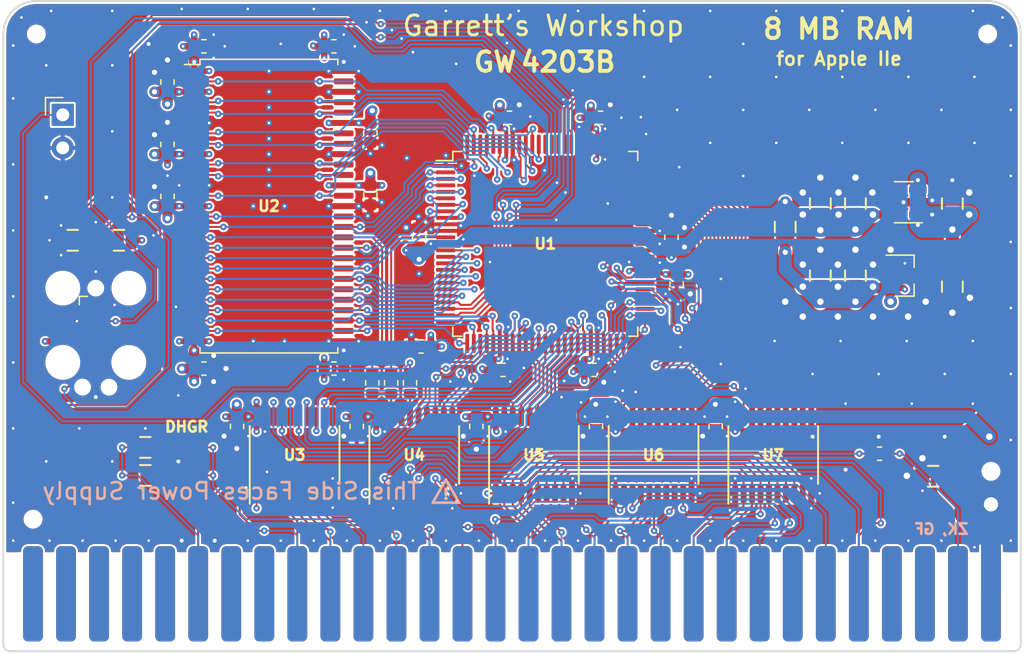
<source format=kicad_pcb>
(kicad_pcb (version 20171130) (host pcbnew "(5.1.5-0-10_14)")

  (general
    (thickness 1.6)
    (drawings 23)
    (tracks 2161)
    (zones 0)
    (modules 59)
    (nets 156)
  )

  (page A4)
  (title_block
    (title "GW4203B (RAM2E II)")
    (date 2020-12-25)
    (rev 1.3)
    (company "Garrett's Workshop")
  )

  (layers
    (0 F.Cu signal)
    (1 In1.Cu signal)
    (2 In2.Cu signal)
    (31 B.Cu signal)
    (32 B.Adhes user)
    (33 F.Adhes user)
    (34 B.Paste user)
    (35 F.Paste user)
    (36 B.SilkS user)
    (37 F.SilkS user)
    (38 B.Mask user)
    (39 F.Mask user)
    (40 Dwgs.User user)
    (41 Cmts.User user)
    (42 Eco1.User user)
    (43 Eco2.User user)
    (44 Edge.Cuts user)
    (45 Margin user)
    (46 B.CrtYd user)
    (47 F.CrtYd user)
    (48 B.Fab user)
    (49 F.Fab user)
  )

  (setup
    (last_trace_width 0.15)
    (user_trace_width 0.2)
    (user_trace_width 0.25)
    (user_trace_width 0.3)
    (user_trace_width 0.35)
    (user_trace_width 0.4)
    (user_trace_width 0.45)
    (user_trace_width 0.5)
    (user_trace_width 0.6)
    (user_trace_width 0.65)
    (user_trace_width 0.8)
    (user_trace_width 1)
    (user_trace_width 1.27)
    (user_trace_width 1.524)
    (trace_clearance 0.15)
    (zone_clearance 0.154)
    (zone_45_only no)
    (trace_min 0.15)
    (via_size 0.5)
    (via_drill 0.2)
    (via_min_size 0.5)
    (via_min_drill 0.2)
    (user_via 0.6 0.3)
    (user_via 0.8 0.4)
    (user_via 1 0.5)
    (user_via 1.524 0.762)
    (uvia_size 0.3)
    (uvia_drill 0.1)
    (uvias_allowed no)
    (uvia_min_size 0.2)
    (uvia_min_drill 0.1)
    (edge_width 0.15)
    (segment_width 0.1524)
    (pcb_text_width 0.3)
    (pcb_text_size 1.5 1.5)
    (mod_edge_width 0.15)
    (mod_text_size 1 1)
    (mod_text_width 0.15)
    (pad_size 0.7 0.95)
    (pad_drill 0)
    (pad_to_mask_clearance 0.05)
    (solder_mask_min_width 0.1)
    (pad_to_paste_clearance -0.0381)
    (aux_axis_origin 0 0)
    (visible_elements FFFFFF7F)
    (pcbplotparams
      (layerselection 0x010f8_ffffffff)
      (usegerberextensions true)
      (usegerberattributes false)
      (usegerberadvancedattributes false)
      (creategerberjobfile false)
      (excludeedgelayer true)
      (linewidth 0.100000)
      (plotframeref false)
      (viasonmask false)
      (mode 1)
      (useauxorigin false)
      (hpglpennumber 1)
      (hpglpenspeed 20)
      (hpglpendiameter 15.000000)
      (psnegative false)
      (psa4output false)
      (plotreference true)
      (plotvalue true)
      (plotinvisibletext false)
      (padsonsilk false)
      (subtractmaskfromsilk true)
      (outputformat 1)
      (mirror false)
      (drillshape 0)
      (scaleselection 1)
      (outputdirectory "gerber/"))
  )

  (net 0 "")
  (net 1 +5V)
  (net 2 GND)
  (net 3 /Vid7M)
  (net 4 /~SYNC~)
  (net 5 /~PRAS~)
  (net 6 /VC)
  (net 7 /~C07X~)
  (net 8 /~WNDW~)
  (net 9 /SEGA)
  (net 10 /ROMEN1)
  (net 11 /ROMEN2)
  (net 12 /MD7)
  (net 13 /MD6)
  (net 14 /MD5)
  (net 15 /MD4)
  (net 16 /PHI0)
  (net 17 /~CLRGAT~)
  (net 18 /~80VID~)
  (net 19 /~PCAS~)
  (net 20 /~LDPS~)
  (net 21 /R~W~80)
  (net 22 /PHI1)
  (net 23 /~CASEN~)
  (net 24 /MD3)
  (net 25 /MD2)
  (net 26 /MD1)
  (net 27 /MD0)
  (net 28 /H0)
  (net 29 /AN3)
  (net 30 /~EN80~)
  (net 31 /~ALTVID~)
  (net 32 /~SEROUT~)
  (net 33 /~ENVID~)
  (net 34 /R~W~)
  (net 35 /Q3)
  (net 36 /SEGB)
  (net 37 /~RA9~)
  (net 38 /~RA10~)
  (net 39 /GR)
  (net 40 /~ENTMG~)
  (net 41 /MA6)
  (net 42 /MA5)
  (net 43 /MA4)
  (net 44 /MA3)
  (net 45 /MA2)
  (net 46 /MA1)
  (net 47 /MA0)
  (net 48 /MA7)
  (net 49 /C7M)
  (net 50 /C14M)
  (net 51 /C3M58)
  (net 52 /VD0)
  (net 53 /VD1)
  (net 54 /VD2)
  (net 55 /VD3)
  (net 56 /VD4)
  (net 57 /VD5)
  (net 58 /VD6)
  (net 59 /VD7)
  (net 60 +3V3)
  (net 61 /TDI)
  (net 62 "Net-(J2-Pad8)")
  (net 63 "Net-(J2-Pad7)")
  (net 64 "Net-(J2-Pad6)")
  (net 65 /TMS)
  (net 66 /TDO)
  (net 67 /TCK)
  (net 68 /RD5)
  (net 69 /RD4)
  (net 70 /RD3)
  (net 71 /RD2)
  (net 72 /RD7)
  (net 73 /RD6)
  (net 74 /RD0)
  (net 75 /RD1)
  (net 76 /DQMH)
  (net 77 /~WE~)
  (net 78 /~CAS~)
  (net 79 /CKE)
  (net 80 /~RAS~)
  (net 81 /BA0)
  (net 82 /RA11)
  (net 83 /~CS~)
  (net 84 /BA1)
  (net 85 /RA9)
  (net 86 /RA10)
  (net 87 /RA8)
  (net 88 /RA0)
  (net 89 /RA7)
  (net 90 /RA1)
  (net 91 /RA6)
  (net 92 /RA4)
  (net 93 /RA3)
  (net 94 /~EN80~in)
  (net 95 /RA5)
  (net 96 /RA2)
  (net 97 /R~W~80in)
  (net 98 /Ain5)
  (net 99 /PHI1in)
  (net 100 /Ain6)
  (net 101 "Net-(U1-Pad61)")
  (net 102 "Net-(U1-Pad66)")
  (net 103 "Net-(U1-Pad78)")
  (net 104 "Net-(U1-Pad81)")
  (net 105 /DQML)
  (net 106 /~C07X~in)
  (net 107 /R~W~in)
  (net 108 /Ain0)
  (net 109 /Ain1)
  (net 110 /Ain2)
  (net 111 /Ain3)
  (net 112 /Ain4)
  (net 113 /Ain7)
  (net 114 /Din0)
  (net 115 /Din1)
  (net 116 /Din2)
  (net 117 /Din3)
  (net 118 /Din4)
  (net 119 /Din5)
  (net 120 /Din6)
  (net 121 /Din7)
  (net 122 /V~OE~)
  (net 123 /Vout7)
  (net 124 /Vout6)
  (net 125 /Vout5)
  (net 126 /Vout4)
  (net 127 /Vout3)
  (net 128 /Vout2)
  (net 129 /Vout1)
  (net 130 /Vout0)
  (net 131 /D~OE~)
  (net 132 /Dout0)
  (net 133 /Dout1)
  (net 134 /Dout2)
  (net 135 /Dout3)
  (net 136 /Dout4)
  (net 137 /Dout5)
  (net 138 /Dout6)
  (net 139 /Dout7)
  (net 140 /RCLK)
  (net 141 /ACLK)
  (net 142 "Net-(U4-Pad17)")
  (net 143 /~FRCTXT~)
  (net 144 "Net-(U1-Pad88)")
  (net 145 "Net-(U1-Pad87)")
  (net 146 "Net-(U1-Pad86)")
  (net 147 "Net-(U1-Pad82)")
  (net 148 "Net-(U1-Pad83)")
  (net 149 /~80VID~in)
  (net 150 +1V8)
  (net 151 "Net-(U9-Pad4)")
  (net 152 /C14MB)
  (net 153 "Net-(R3-Pad2)")
  (net 154 /C14MR)
  (net 155 "Net-(R4-Pad2)")

  (net_class Default "This is the default net class."
    (clearance 0.15)
    (trace_width 0.15)
    (via_dia 0.5)
    (via_drill 0.2)
    (uvia_dia 0.3)
    (uvia_drill 0.1)
    (add_net +1V8)
    (add_net +3V3)
    (add_net +5V)
    (add_net /ACLK)
    (add_net /AN3)
    (add_net /Ain0)
    (add_net /Ain1)
    (add_net /Ain2)
    (add_net /Ain3)
    (add_net /Ain4)
    (add_net /Ain5)
    (add_net /Ain6)
    (add_net /Ain7)
    (add_net /BA0)
    (add_net /BA1)
    (add_net /C14M)
    (add_net /C14MB)
    (add_net /C14MR)
    (add_net /C3M58)
    (add_net /C7M)
    (add_net /CKE)
    (add_net /DQMH)
    (add_net /DQML)
    (add_net /Din0)
    (add_net /Din1)
    (add_net /Din2)
    (add_net /Din3)
    (add_net /Din4)
    (add_net /Din5)
    (add_net /Din6)
    (add_net /Din7)
    (add_net /Dout0)
    (add_net /Dout1)
    (add_net /Dout2)
    (add_net /Dout3)
    (add_net /Dout4)
    (add_net /Dout5)
    (add_net /Dout6)
    (add_net /Dout7)
    (add_net /D~OE~)
    (add_net /GR)
    (add_net /H0)
    (add_net /MA0)
    (add_net /MA1)
    (add_net /MA2)
    (add_net /MA3)
    (add_net /MA4)
    (add_net /MA5)
    (add_net /MA6)
    (add_net /MA7)
    (add_net /MD0)
    (add_net /MD1)
    (add_net /MD2)
    (add_net /MD3)
    (add_net /MD4)
    (add_net /MD5)
    (add_net /MD6)
    (add_net /MD7)
    (add_net /PHI0)
    (add_net /PHI1)
    (add_net /PHI1in)
    (add_net /Q3)
    (add_net /RA0)
    (add_net /RA1)
    (add_net /RA10)
    (add_net /RA11)
    (add_net /RA2)
    (add_net /RA3)
    (add_net /RA4)
    (add_net /RA5)
    (add_net /RA6)
    (add_net /RA7)
    (add_net /RA8)
    (add_net /RA9)
    (add_net /RCLK)
    (add_net /RD0)
    (add_net /RD1)
    (add_net /RD2)
    (add_net /RD3)
    (add_net /RD4)
    (add_net /RD5)
    (add_net /RD6)
    (add_net /RD7)
    (add_net /ROMEN1)
    (add_net /ROMEN2)
    (add_net /R~W~)
    (add_net /R~W~80)
    (add_net /R~W~80in)
    (add_net /R~W~in)
    (add_net /SEGA)
    (add_net /SEGB)
    (add_net /TCK)
    (add_net /TDI)
    (add_net /TDO)
    (add_net /TMS)
    (add_net /VC)
    (add_net /VD0)
    (add_net /VD1)
    (add_net /VD2)
    (add_net /VD3)
    (add_net /VD4)
    (add_net /VD5)
    (add_net /VD6)
    (add_net /VD7)
    (add_net /Vid7M)
    (add_net /Vout0)
    (add_net /Vout1)
    (add_net /Vout2)
    (add_net /Vout3)
    (add_net /Vout4)
    (add_net /Vout5)
    (add_net /Vout6)
    (add_net /Vout7)
    (add_net /V~OE~)
    (add_net /~80VID~)
    (add_net /~80VID~in)
    (add_net /~ALTVID~)
    (add_net /~C07X~)
    (add_net /~C07X~in)
    (add_net /~CASEN~)
    (add_net /~CAS~)
    (add_net /~CLRGAT~)
    (add_net /~CS~)
    (add_net /~EN80~)
    (add_net /~EN80~in)
    (add_net /~ENTMG~)
    (add_net /~ENVID~)
    (add_net /~FRCTXT~)
    (add_net /~LDPS~)
    (add_net /~PCAS~)
    (add_net /~PRAS~)
    (add_net /~RA10~)
    (add_net /~RA9~)
    (add_net /~RAS~)
    (add_net /~SEROUT~)
    (add_net /~SYNC~)
    (add_net /~WE~)
    (add_net /~WNDW~)
    (add_net GND)
    (add_net "Net-(J2-Pad6)")
    (add_net "Net-(J2-Pad7)")
    (add_net "Net-(J2-Pad8)")
    (add_net "Net-(R3-Pad2)")
    (add_net "Net-(R4-Pad2)")
    (add_net "Net-(U1-Pad61)")
    (add_net "Net-(U1-Pad66)")
    (add_net "Net-(U1-Pad78)")
    (add_net "Net-(U1-Pad81)")
    (add_net "Net-(U1-Pad82)")
    (add_net "Net-(U1-Pad83)")
    (add_net "Net-(U1-Pad86)")
    (add_net "Net-(U1-Pad87)")
    (add_net "Net-(U1-Pad88)")
    (add_net "Net-(U4-Pad17)")
    (add_net "Net-(U9-Pad4)")
  )

  (module stdpads:R_0603 (layer F.Cu) (tedit 5FDA5A0F) (tstamp 60A9B573)
    (at 226.75 119.05 270)
    (tags resistor)
    (path /60AFB4BD)
    (solder_mask_margin 0.05)
    (solder_paste_margin -0.05)
    (attr smd)
    (fp_text reference R4 (at 0 0 90) (layer F.Fab)
      (effects (font (size 0.254 0.254) (thickness 0.0635)))
    )
    (fp_text value 47 (at 0 0.25 90) (layer F.Fab)
      (effects (font (size 0.127 0.127) (thickness 0.03175)))
    )
    (fp_line (start -0.8 0.4) (end -0.8 -0.4) (layer F.Fab) (width 0.1))
    (fp_line (start -0.8 -0.4) (end 0.8 -0.4) (layer F.Fab) (width 0.1))
    (fp_line (start 0.8 -0.4) (end 0.8 0.4) (layer F.Fab) (width 0.1))
    (fp_line (start 0.8 0.4) (end -0.8 0.4) (layer F.Fab) (width 0.1))
    (fp_line (start -0.162779 -0.51) (end 0.162779 -0.51) (layer F.SilkS) (width 0.12))
    (fp_line (start -0.162779 0.51) (end 0.162779 0.51) (layer F.SilkS) (width 0.12))
    (fp_line (start -1.4 0.7) (end -1.4 -0.7) (layer F.CrtYd) (width 0.05))
    (fp_line (start -1.4 -0.7) (end 1.4 -0.7) (layer F.CrtYd) (width 0.05))
    (fp_line (start 1.4 -0.7) (end 1.4 0.7) (layer F.CrtYd) (width 0.05))
    (fp_line (start 1.4 0.7) (end -1.4 0.7) (layer F.CrtYd) (width 0.05))
    (fp_text user %R (at 0 0 90) (layer F.SilkS) hide
      (effects (font (size 0.254 0.254) (thickness 0.0635)))
    )
    (pad 1 smd roundrect (at -0.8 0 270) (size 0.7 0.95) (layers F.Cu F.Paste F.Mask) (roundrect_rratio 0.25)
      (net 140 /RCLK))
    (pad 2 smd roundrect (at 0.8 0 270) (size 0.7 0.95) (layers F.Cu F.Paste F.Mask) (roundrect_rratio 0.25)
      (net 155 "Net-(R4-Pad2)"))
    (model ${KISYS3DMOD}/Resistor_SMD.3dshapes/R_0603_1608Metric.wrl
      (at (xyz 0 0 0))
      (scale (xyz 1 1 1))
      (rotate (xyz 0 0 0))
    )
  )

  (module stdpads:R_0603 (layer F.Cu) (tedit 5FDA5A0F) (tstamp 60A9B553)
    (at 228.2 119.05 270)
    (tags resistor)
    (path /60AFB1EC)
    (solder_mask_margin 0.05)
    (solder_paste_margin -0.05)
    (attr smd)
    (fp_text reference R5 (at 0 0 90) (layer F.Fab)
      (effects (font (size 0.254 0.254) (thickness 0.0635)))
    )
    (fp_text value 47 (at 0 0.25 90) (layer F.Fab)
      (effects (font (size 0.127 0.127) (thickness 0.03175)))
    )
    (fp_text user %R (at 0 0 90) (layer F.SilkS) hide
      (effects (font (size 0.254 0.254) (thickness 0.0635)))
    )
    (fp_line (start 1.4 0.7) (end -1.4 0.7) (layer F.CrtYd) (width 0.05))
    (fp_line (start 1.4 -0.7) (end 1.4 0.7) (layer F.CrtYd) (width 0.05))
    (fp_line (start -1.4 -0.7) (end 1.4 -0.7) (layer F.CrtYd) (width 0.05))
    (fp_line (start -1.4 0.7) (end -1.4 -0.7) (layer F.CrtYd) (width 0.05))
    (fp_line (start -0.162779 0.51) (end 0.162779 0.51) (layer F.SilkS) (width 0.12))
    (fp_line (start -0.162779 -0.51) (end 0.162779 -0.51) (layer F.SilkS) (width 0.12))
    (fp_line (start 0.8 0.4) (end -0.8 0.4) (layer F.Fab) (width 0.1))
    (fp_line (start 0.8 -0.4) (end 0.8 0.4) (layer F.Fab) (width 0.1))
    (fp_line (start -0.8 -0.4) (end 0.8 -0.4) (layer F.Fab) (width 0.1))
    (fp_line (start -0.8 0.4) (end -0.8 -0.4) (layer F.Fab) (width 0.1))
    (pad 2 smd roundrect (at 0.8 0 270) (size 0.7 0.95) (layers F.Cu F.Paste F.Mask) (roundrect_rratio 0.25)
      (net 155 "Net-(R4-Pad2)"))
    (pad 1 smd roundrect (at -0.8 0 270) (size 0.7 0.95) (layers F.Cu F.Paste F.Mask) (roundrect_rratio 0.25)
      (net 141 /ACLK))
    (model ${KISYS3DMOD}/Resistor_SMD.3dshapes/R_0603_1608Metric.wrl
      (at (xyz 0 0 0))
      (scale (xyz 1 1 1))
      (rotate (xyz 0 0 0))
    )
  )

  (module stdpads:C_0805 (layer F.Cu) (tedit 5F02840E) (tstamp 5F5C885D)
    (at 271.35 105.25 90)
    (tags capacitor)
    (path /5F6B9584)
    (solder_mask_margin 0.05)
    (solder_paste_margin -0.025)
    (attr smd)
    (fp_text reference C6 (at 0 0 270) (layer F.Fab)
      (effects (font (size 0.254 0.254) (thickness 0.0635)))
    )
    (fp_text value 10u (at 0 0.35 90) (layer F.Fab)
      (effects (font (size 0.254 0.254) (thickness 0.0635)))
    )
    (fp_line (start -1 0.625) (end -1 -0.625) (layer F.Fab) (width 0.15))
    (fp_line (start -1 -0.625) (end 1 -0.625) (layer F.Fab) (width 0.15))
    (fp_line (start 1 -0.625) (end 1 0.625) (layer F.Fab) (width 0.15))
    (fp_line (start 1 0.625) (end -1 0.625) (layer F.Fab) (width 0.15))
    (fp_line (start -0.4064 -0.8) (end 0.4064 -0.8) (layer F.SilkS) (width 0.1524))
    (fp_line (start -0.4064 0.8) (end 0.4064 0.8) (layer F.SilkS) (width 0.1524))
    (fp_line (start -1.7 1) (end -1.7 -1) (layer F.CrtYd) (width 0.05))
    (fp_line (start -1.7 -1) (end 1.7 -1) (layer F.CrtYd) (width 0.05))
    (fp_line (start 1.7 -1) (end 1.7 1) (layer F.CrtYd) (width 0.05))
    (fp_line (start 1.7 1) (end -1.7 1) (layer F.CrtYd) (width 0.05))
    (fp_text user %R (at 0 0 270) (layer F.SilkS) hide
      (effects (font (size 0.254 0.254) (thickness 0.0635)))
    )
    (pad 1 smd roundrect (at -0.85 0 90) (size 1.05 1.4) (layers F.Cu F.Paste F.Mask) (roundrect_rratio 0.25)
      (net 1 +5V))
    (pad 2 smd roundrect (at 0.85 0 90) (size 1.05 1.4) (layers F.Cu F.Paste F.Mask) (roundrect_rratio 0.25)
      (net 2 GND))
    (model ${KISYS3DMOD}/Capacitor_SMD.3dshapes/C_0805_2012Metric.wrl
      (at (xyz 0 0 0))
      (scale (xyz 1 1 1))
      (rotate (xyz 0 0 0))
    )
  )

  (module stdpads:R_0805 (layer F.Cu) (tedit 5F027DD1) (tstamp 5F5D9271)
    (at 258.5 107.05 90)
    (tags resistor)
    (path /5FA85B84)
    (solder_mask_margin 0.05)
    (solder_paste_margin -0.025)
    (attr smd)
    (fp_text reference R1 (at 0 0 90) (layer F.Fab)
      (effects (font (size 0.254 0.254) (thickness 0.0635)))
    )
    (fp_text value "0 " (at 0 0.35 90) (layer F.Fab)
      (effects (font (size 0.254 0.254) (thickness 0.0635)))
    )
    (fp_text user %R (at 0 0 270) (layer F.SilkS) hide
      (effects (font (size 0.254 0.254) (thickness 0.0635)))
    )
    (fp_line (start 1.7 1) (end -1.7 1) (layer F.CrtYd) (width 0.05))
    (fp_line (start 1.7 -1) (end 1.7 1) (layer F.CrtYd) (width 0.05))
    (fp_line (start -1.7 -1) (end 1.7 -1) (layer F.CrtYd) (width 0.05))
    (fp_line (start -1.7 1) (end -1.7 -1) (layer F.CrtYd) (width 0.05))
    (fp_line (start -0.4064 0.8) (end 0.4064 0.8) (layer F.SilkS) (width 0.1524))
    (fp_line (start -0.4064 -0.8) (end 0.4064 -0.8) (layer F.SilkS) (width 0.1524))
    (fp_line (start 1 0.625) (end -1 0.625) (layer F.Fab) (width 0.1))
    (fp_line (start 1 -0.625) (end 1 0.625) (layer F.Fab) (width 0.1))
    (fp_line (start -1 -0.625) (end 1 -0.625) (layer F.Fab) (width 0.1))
    (fp_line (start -1 0.625) (end -1 -0.625) (layer F.Fab) (width 0.1))
    (pad 2 smd roundrect (at 0.95 0 90) (size 0.85 1.4) (layers F.Cu F.Paste F.Mask) (roundrect_rratio 0.25)
      (net 150 +1V8))
    (pad 1 smd roundrect (at -0.95 0 90) (size 0.85 1.4) (layers F.Cu F.Paste F.Mask) (roundrect_rratio 0.25)
      (net 60 +3V3))
    (model ${KISYS3DMOD}/Resistor_SMD.3dshapes/R_0805_2012Metric.wrl
      (at (xyz 0 0 0))
      (scale (xyz 1 1 1))
      (rotate (xyz 0 0 0))
    )
  )

  (module Connector_PinHeader_2.54mm:PinHeader_1x02_P2.54mm_Vertical (layer F.Cu) (tedit 5FDA6163) (tstamp 5FE16B9E)
    (at 202.946 98.425)
    (descr "Through hole straight pin header, 1x02, 2.54mm pitch, single row")
    (tags "Through hole pin header THT 1x02 2.54mm single row")
    (path /608879CA)
    (fp_text reference J3 (at 0 -2.33) (layer F.SilkS) hide
      (effects (font (size 1 1) (thickness 0.15)))
    )
    (fp_text value C14M (at 0 5.08) (layer F.Fab)
      (effects (font (size 0.8128 0.8128) (thickness 0.2032)))
    )
    (fp_text user %R (at 0 1.27 90) (layer F.Fab)
      (effects (font (size 1 1) (thickness 0.15)))
    )
    (fp_line (start 1.8 -1.8) (end -1.8 -1.8) (layer F.CrtYd) (width 0.05))
    (fp_line (start 1.8 4.35) (end 1.8 -1.8) (layer F.CrtYd) (width 0.05))
    (fp_line (start -1.8 4.35) (end 1.8 4.35) (layer F.CrtYd) (width 0.05))
    (fp_line (start -1.8 -1.8) (end -1.8 4.35) (layer F.CrtYd) (width 0.05))
    (fp_line (start -1.33 -1.33) (end 0 -1.33) (layer F.SilkS) (width 0.12))
    (fp_line (start -1.33 0) (end -1.33 -1.33) (layer F.SilkS) (width 0.12))
    (fp_line (start -1.27 -0.635) (end -0.635 -1.27) (layer F.Fab) (width 0.1))
    (fp_line (start -1.27 3.81) (end -1.27 -0.635) (layer F.Fab) (width 0.1))
    (fp_line (start 1.27 3.81) (end -1.27 3.81) (layer F.Fab) (width 0.1))
    (fp_line (start 1.27 -1.27) (end 1.27 3.81) (layer F.Fab) (width 0.1))
    (fp_line (start -0.635 -1.27) (end 1.27 -1.27) (layer F.Fab) (width 0.1))
    (pad 2 thru_hole oval (at 0 2.54) (size 1.7 1.7) (drill 1) (layers *.Cu *.Mask)
      (net 2 GND))
    (pad 1 thru_hole rect (at 0 0) (size 1.7 1.7) (drill 1) (layers *.Cu *.Mask)
      (net 152 /C14MB))
  )

  (module stdpads:SOT-23-5 (layer F.Cu) (tedit 5F627B8F) (tstamp 5F5BBF24)
    (at 267.65 105.15)
    (tags SOT-23-5)
    (path /5F6DD402)
    (solder_mask_margin 0.05)
    (solder_paste_margin -0.05)
    (attr smd)
    (fp_text reference U9 (at 0 0 270) (layer F.Fab)
      (effects (font (size 0.381 0.381) (thickness 0.09525)))
    )
    (fp_text value AP2127K-1.8TRG1 (at -0.4 0 270) (layer F.Fab)
      (effects (font (size 0.127 0.127) (thickness 0.03175)))
    )
    (fp_line (start 0.7 0.95) (end 0.7 -1.5) (layer F.Fab) (width 0.1))
    (fp_line (start 0.15 1.52) (end -0.7 1.52) (layer F.Fab) (width 0.1))
    (fp_line (start 0.7 0.95) (end 0.15 1.52) (layer F.Fab) (width 0.1))
    (fp_line (start -0.7 1.52) (end -0.7 -1.52) (layer F.Fab) (width 0.1))
    (fp_line (start 0.7 -1.52) (end -0.7 -1.52) (layer F.Fab) (width 0.1))
    (fp_line (start 2 1.8) (end -2 1.8) (layer F.CrtYd) (width 0.05))
    (fp_line (start -2 1.8) (end -2 -1.8) (layer F.CrtYd) (width 0.05))
    (fp_line (start -2 -1.8) (end 2 -1.8) (layer F.CrtYd) (width 0.05))
    (fp_line (start 2 -1.8) (end 2 1.8) (layer F.CrtYd) (width 0.05))
    (fp_line (start -0.76 1.58) (end 1.4 1.58) (layer F.SilkS) (width 0.12))
    (fp_line (start -0.76 -1.58) (end 0.7 -1.58) (layer F.SilkS) (width 0.12))
    (pad 1 smd roundrect (at 1.05 0.95 180) (size 1.35 0.65) (layers F.Cu F.Paste F.Mask) (roundrect_rratio 0.25)
      (net 1 +5V))
    (pad 3 smd roundrect (at 1.05 -0.95 180) (size 1.35 0.65) (layers F.Cu F.Paste F.Mask) (roundrect_rratio 0.25)
      (net 1 +5V))
    (pad 2 smd roundrect (at 1.05 0 180) (size 1.35 0.65) (layers F.Cu F.Paste F.Mask) (roundrect_rratio 0.25)
      (net 2 GND))
    (pad 5 smd roundrect (at -1.05 0.95 180) (size 1.35 0.65) (layers F.Cu F.Paste F.Mask) (roundrect_rratio 0.25)
      (net 150 +1V8))
    (pad 4 smd roundrect (at -1.05 -0.95 180) (size 1.35 0.65) (layers F.Cu F.Paste F.Mask) (roundrect_rratio 0.25)
      (net 151 "Net-(U9-Pad4)"))
  )

  (module stdpads:R_0603 (layer F.Cu) (tedit 5FDA5E59) (tstamp 5FE1FC62)
    (at 265.75 124.5)
    (tags resistor)
    (path /6088A353)
    (solder_mask_margin 0.05)
    (solder_paste_margin -0.05)
    (attr smd)
    (fp_text reference R2 (at 0 0) (layer F.Fab)
      (effects (font (size 0.254 0.254) (thickness 0.0635)))
    )
    (fp_text value 47 (at 0 0.25) (layer F.Fab)
      (effects (font (size 0.127 0.127) (thickness 0.03175)))
    )
    (fp_text user %R (at 0 0) (layer F.SilkS) hide
      (effects (font (size 0.254 0.254) (thickness 0.0635)))
    )
    (fp_line (start 1.4 0.7) (end -1.4 0.7) (layer F.CrtYd) (width 0.05))
    (fp_line (start 1.4 -0.7) (end 1.4 0.7) (layer F.CrtYd) (width 0.05))
    (fp_line (start -1.4 -0.7) (end 1.4 -0.7) (layer F.CrtYd) (width 0.05))
    (fp_line (start -1.4 0.7) (end -1.4 -0.7) (layer F.CrtYd) (width 0.05))
    (fp_line (start -0.162779 0.51) (end 0.162779 0.51) (layer F.SilkS) (width 0.12))
    (fp_line (start -0.162779 -0.51) (end 0.162779 -0.51) (layer F.SilkS) (width 0.12))
    (fp_line (start 0.8 0.4) (end -0.8 0.4) (layer F.Fab) (width 0.1))
    (fp_line (start 0.8 -0.4) (end 0.8 0.4) (layer F.Fab) (width 0.1))
    (fp_line (start -0.8 -0.4) (end 0.8 -0.4) (layer F.Fab) (width 0.1))
    (fp_line (start -0.8 0.4) (end -0.8 -0.4) (layer F.Fab) (width 0.1))
    (pad 2 smd roundrect (at 0.8 0) (size 0.7 0.95) (layers F.Cu F.Paste F.Mask) (roundrect_rratio 0.25)
      (net 50 /C14M))
    (pad 1 smd roundrect (at -0.8 0) (size 0.7 0.95) (layers F.Cu F.Paste F.Mask) (roundrect_rratio 0.25)
      (net 154 /C14MR))
    (model ${KISYS3DMOD}/Resistor_SMD.3dshapes/R_0603_1608Metric.wrl
      (at (xyz 0 0 0))
      (scale (xyz 1 1 1))
      (rotate (xyz 0 0 0))
    )
  )

  (module stdpads:R_0603 (layer F.Cu) (tedit 5FDA5A0F) (tstamp 5FE0CAB4)
    (at 229.65 119.05 270)
    (tags resistor)
    (path /6081D682)
    (solder_mask_margin 0.05)
    (solder_paste_margin -0.05)
    (attr smd)
    (fp_text reference R3 (at 0 0 90) (layer F.Fab)
      (effects (font (size 0.254 0.254) (thickness 0.0635)))
    )
    (fp_text value 47 (at 0 0.25 90) (layer F.Fab)
      (effects (font (size 0.127 0.127) (thickness 0.03175)))
    )
    (fp_line (start -0.8 0.4) (end -0.8 -0.4) (layer F.Fab) (width 0.1))
    (fp_line (start -0.8 -0.4) (end 0.8 -0.4) (layer F.Fab) (width 0.1))
    (fp_line (start 0.8 -0.4) (end 0.8 0.4) (layer F.Fab) (width 0.1))
    (fp_line (start 0.8 0.4) (end -0.8 0.4) (layer F.Fab) (width 0.1))
    (fp_line (start -0.162779 -0.51) (end 0.162779 -0.51) (layer F.SilkS) (width 0.12))
    (fp_line (start -0.162779 0.51) (end 0.162779 0.51) (layer F.SilkS) (width 0.12))
    (fp_line (start -1.4 0.7) (end -1.4 -0.7) (layer F.CrtYd) (width 0.05))
    (fp_line (start -1.4 -0.7) (end 1.4 -0.7) (layer F.CrtYd) (width 0.05))
    (fp_line (start 1.4 -0.7) (end 1.4 0.7) (layer F.CrtYd) (width 0.05))
    (fp_line (start 1.4 0.7) (end -1.4 0.7) (layer F.CrtYd) (width 0.05))
    (fp_text user %R (at 0 0 90) (layer F.SilkS) hide
      (effects (font (size 0.254 0.254) (thickness 0.0635)))
    )
    (pad 1 smd roundrect (at -0.8 0 270) (size 0.7 0.95) (layers F.Cu F.Paste F.Mask) (roundrect_rratio 0.25)
      (net 152 /C14MB))
    (pad 2 smd roundrect (at 0.8 0 270) (size 0.7 0.95) (layers F.Cu F.Paste F.Mask) (roundrect_rratio 0.25)
      (net 153 "Net-(R3-Pad2)"))
    (model ${KISYS3DMOD}/Resistor_SMD.3dshapes/R_0603_1608Metric.wrl
      (at (xyz 0 0 0))
      (scale (xyz 1 1 1))
      (rotate (xyz 0 0 0))
    )
  )

  (module stdpads:TQFP-100_14x14mm_P0.5mm (layer F.Cu) (tedit 5F73975E) (tstamp 5E7F8776)
    (at 240.05 108.35 270)
    (descr "TQFP, 100 Pin (http://www.microsemi.com/index.php?option=com_docman&task=doc_download&gid=131095), generated with kicad-footprint-generator ipc_gullwing_generator.py")
    (tags "TQFP QFP")
    (path /5EF407E5)
    (solder_mask_margin 0.024)
    (solder_paste_margin -0.035)
    (attr smd)
    (fp_text reference U1 (at 0 0) (layer F.Fab)
      (effects (font (size 0.8128 0.8128) (thickness 0.2032)))
    )
    (fp_text value EPM240T100C5N (at 1.25 0) (layer F.Fab)
      (effects (font (size 0.8128 0.8128) (thickness 0.2032)))
    )
    (fp_line (start 7.11 -6.41) (end 7.11 -7.11) (layer F.SilkS) (width 0.12))
    (fp_line (start 7.11 -7.11) (end 6.41 -7.11) (layer F.SilkS) (width 0.12))
    (fp_line (start 7.11 6.41) (end 7.11 7.11) (layer F.SilkS) (width 0.12))
    (fp_line (start 7.11 7.11) (end 6.41 7.11) (layer F.SilkS) (width 0.12))
    (fp_line (start -7.11 -6.41) (end -7.11 -7.11) (layer F.SilkS) (width 0.12))
    (fp_line (start -7.11 -7.11) (end -6.41 -7.11) (layer F.SilkS) (width 0.12))
    (fp_line (start -7.11 6.41) (end -7.11 7.11) (layer F.SilkS) (width 0.12))
    (fp_line (start -7.11 7.11) (end -6.41 7.11) (layer F.SilkS) (width 0.12))
    (fp_line (start -6.41 7.11) (end -6.41 8.4) (layer F.SilkS) (width 0.12))
    (fp_line (start -7 6) (end -7 -7) (layer F.Fab) (width 0.1))
    (fp_line (start -7 -7) (end 7 -7) (layer F.Fab) (width 0.1))
    (fp_line (start 7 -7) (end 7 7) (layer F.Fab) (width 0.1))
    (fp_line (start 7 7) (end -6 7) (layer F.Fab) (width 0.1))
    (fp_line (start -6 7) (end -7 6) (layer F.Fab) (width 0.1))
    (fp_line (start -8.65 0) (end -8.65 6.4) (layer F.CrtYd) (width 0.05))
    (fp_line (start -8.65 6.4) (end -7.25 6.4) (layer F.CrtYd) (width 0.05))
    (fp_line (start -7.25 6.4) (end -7.25 7.25) (layer F.CrtYd) (width 0.05))
    (fp_line (start -7.25 7.25) (end -6.4 7.25) (layer F.CrtYd) (width 0.05))
    (fp_line (start -6.4 7.25) (end -6.4 8.65) (layer F.CrtYd) (width 0.05))
    (fp_line (start -6.4 8.65) (end 0 8.65) (layer F.CrtYd) (width 0.05))
    (fp_line (start -8.65 0) (end -8.65 -6.4) (layer F.CrtYd) (width 0.05))
    (fp_line (start -8.65 -6.4) (end -7.25 -6.4) (layer F.CrtYd) (width 0.05))
    (fp_line (start -7.25 -6.4) (end -7.25 -7.25) (layer F.CrtYd) (width 0.05))
    (fp_line (start -7.25 -7.25) (end -6.4 -7.25) (layer F.CrtYd) (width 0.05))
    (fp_line (start -6.4 -7.25) (end -6.4 -8.65) (layer F.CrtYd) (width 0.05))
    (fp_line (start -6.4 -8.65) (end 0 -8.65) (layer F.CrtYd) (width 0.05))
    (fp_line (start 8.65 0) (end 8.65 6.4) (layer F.CrtYd) (width 0.05))
    (fp_line (start 8.65 6.4) (end 7.25 6.4) (layer F.CrtYd) (width 0.05))
    (fp_line (start 7.25 6.4) (end 7.25 7.25) (layer F.CrtYd) (width 0.05))
    (fp_line (start 7.25 7.25) (end 6.4 7.25) (layer F.CrtYd) (width 0.05))
    (fp_line (start 6.4 7.25) (end 6.4 8.65) (layer F.CrtYd) (width 0.05))
    (fp_line (start 6.4 8.65) (end 0 8.65) (layer F.CrtYd) (width 0.05))
    (fp_line (start 8.65 0) (end 8.65 -6.4) (layer F.CrtYd) (width 0.05))
    (fp_line (start 8.65 -6.4) (end 7.25 -6.4) (layer F.CrtYd) (width 0.05))
    (fp_line (start 7.25 -6.4) (end 7.25 -7.25) (layer F.CrtYd) (width 0.05))
    (fp_line (start 7.25 -7.25) (end 6.4 -7.25) (layer F.CrtYd) (width 0.05))
    (fp_line (start 6.4 -7.25) (end 6.4 -8.65) (layer F.CrtYd) (width 0.05))
    (fp_line (start 6.4 -8.65) (end 0 -8.65) (layer F.CrtYd) (width 0.05))
    (fp_text user %R (at 0 0) (layer F.SilkS)
      (effects (font (size 0.8128 0.8128) (thickness 0.2032)))
    )
    (pad 1 smd roundrect (at -6 7.6625) (size 1.475 0.3) (layers F.Cu F.Paste F.Mask) (roundrect_rratio 0.25)
      (net 2 GND))
    (pad 2 smd roundrect (at -5.5 7.6625) (size 1.475 0.3) (layers F.Cu F.Paste F.Mask) (roundrect_rratio 0.25)
      (net 77 /~WE~))
    (pad 3 smd roundrect (at -5 7.6625) (size 1.475 0.3) (layers F.Cu F.Paste F.Mask) (roundrect_rratio 0.25)
      (net 78 /~CAS~))
    (pad 4 smd roundrect (at -4.5 7.6625) (size 1.475 0.3) (layers F.Cu F.Paste F.Mask) (roundrect_rratio 0.25)
      (net 79 /CKE))
    (pad 5 smd roundrect (at -4 7.6625) (size 1.475 0.3) (layers F.Cu F.Paste F.Mask) (roundrect_rratio 0.25)
      (net 80 /~RAS~))
    (pad 6 smd roundrect (at -3.5 7.6625) (size 1.475 0.3) (layers F.Cu F.Paste F.Mask) (roundrect_rratio 0.25)
      (net 81 /BA0))
    (pad 7 smd roundrect (at -3 7.6625) (size 1.475 0.3) (layers F.Cu F.Paste F.Mask) (roundrect_rratio 0.25)
      (net 82 /RA11))
    (pad 8 smd roundrect (at -2.5 7.6625) (size 1.475 0.3) (layers F.Cu F.Paste F.Mask) (roundrect_rratio 0.25)
      (net 83 /~CS~))
    (pad 9 smd roundrect (at -2 7.6625) (size 1.475 0.3) (layers F.Cu F.Paste F.Mask) (roundrect_rratio 0.25)
      (net 60 +3V3))
    (pad 10 smd roundrect (at -1.5 7.6625) (size 1.475 0.3) (layers F.Cu F.Paste F.Mask) (roundrect_rratio 0.25)
      (net 2 GND))
    (pad 11 smd roundrect (at -1 7.6625) (size 1.475 0.3) (layers F.Cu F.Paste F.Mask) (roundrect_rratio 0.25)
      (net 2 GND))
    (pad 12 smd roundrect (at -0.5 7.6625) (size 1.475 0.3) (layers F.Cu F.Paste F.Mask) (roundrect_rratio 0.25)
      (net 141 /ACLK))
    (pad 13 smd roundrect (at 0 7.6625) (size 1.475 0.3) (layers F.Cu F.Paste F.Mask) (roundrect_rratio 0.25)
      (net 150 +1V8))
    (pad 14 smd roundrect (at 0.5 7.6625) (size 1.475 0.3) (layers F.Cu F.Paste F.Mask) (roundrect_rratio 0.25)
      (net 84 /BA1))
    (pad 15 smd roundrect (at 1 7.6625) (size 1.475 0.3) (layers F.Cu F.Paste F.Mask) (roundrect_rratio 0.25)
      (net 85 /RA9))
    (pad 16 smd roundrect (at 1.5 7.6625) (size 1.475 0.3) (layers F.Cu F.Paste F.Mask) (roundrect_rratio 0.25)
      (net 86 /RA10))
    (pad 17 smd roundrect (at 2 7.6625) (size 1.475 0.3) (layers F.Cu F.Paste F.Mask) (roundrect_rratio 0.25)
      (net 87 /RA8))
    (pad 18 smd roundrect (at 2.5 7.6625) (size 1.475 0.3) (layers F.Cu F.Paste F.Mask) (roundrect_rratio 0.25)
      (net 88 /RA0))
    (pad 19 smd roundrect (at 3 7.6625) (size 1.475 0.3) (layers F.Cu F.Paste F.Mask) (roundrect_rratio 0.25)
      (net 89 /RA7))
    (pad 20 smd roundrect (at 3.5 7.6625) (size 1.475 0.3) (layers F.Cu F.Paste F.Mask) (roundrect_rratio 0.25)
      (net 90 /RA1))
    (pad 21 smd roundrect (at 4 7.6625) (size 1.475 0.3) (layers F.Cu F.Paste F.Mask) (roundrect_rratio 0.25)
      (net 91 /RA6))
    (pad 22 smd roundrect (at 4.5 7.6625) (size 1.475 0.3) (layers F.Cu F.Paste F.Mask) (roundrect_rratio 0.25)
      (net 65 /TMS))
    (pad 23 smd roundrect (at 5 7.6625) (size 1.475 0.3) (layers F.Cu F.Paste F.Mask) (roundrect_rratio 0.25)
      (net 61 /TDI))
    (pad 24 smd roundrect (at 5.5 7.6625) (size 1.475 0.3) (layers F.Cu F.Paste F.Mask) (roundrect_rratio 0.25)
      (net 67 /TCK))
    (pad 25 smd roundrect (at 6 7.6625) (size 1.475 0.3) (layers F.Cu F.Paste F.Mask) (roundrect_rratio 0.25)
      (net 66 /TDO))
    (pad 26 smd roundrect (at 7.6625 6) (size 0.3 1.475) (layers F.Cu F.Paste F.Mask) (roundrect_rratio 0.25)
      (net 92 /RA4))
    (pad 27 smd roundrect (at 7.6625 5.5) (size 0.3 1.475) (layers F.Cu F.Paste F.Mask) (roundrect_rratio 0.25)
      (net 93 /RA3))
    (pad 28 smd roundrect (at 7.6625 5) (size 0.3 1.475) (layers F.Cu F.Paste F.Mask) (roundrect_rratio 0.25)
      (net 94 /~EN80~in))
    (pad 29 smd roundrect (at 7.6625 4.5) (size 0.3 1.475) (layers F.Cu F.Paste F.Mask) (roundrect_rratio 0.25)
      (net 95 /RA5))
    (pad 30 smd roundrect (at 7.6625 4) (size 0.3 1.475) (layers F.Cu F.Paste F.Mask) (roundrect_rratio 0.25)
      (net 96 /RA2))
    (pad 31 smd roundrect (at 7.6625 3.5) (size 0.3 1.475) (layers F.Cu F.Paste F.Mask) (roundrect_rratio 0.25)
      (net 60 +3V3))
    (pad 32 smd roundrect (at 7.6625 3) (size 0.3 1.475) (layers F.Cu F.Paste F.Mask) (roundrect_rratio 0.25)
      (net 2 GND))
    (pad 33 smd roundrect (at 7.6625 2.5) (size 0.3 1.475) (layers F.Cu F.Paste F.Mask) (roundrect_rratio 0.25)
      (net 97 /R~W~80in))
    (pad 34 smd roundrect (at 7.6625 2) (size 0.3 1.475) (layers F.Cu F.Paste F.Mask) (roundrect_rratio 0.25)
      (net 98 /Ain5))
    (pad 35 smd roundrect (at 7.6625 1.5) (size 0.3 1.475) (layers F.Cu F.Paste F.Mask) (roundrect_rratio 0.25)
      (net 121 /Din7))
    (pad 36 smd roundrect (at 7.6625 1) (size 0.3 1.475) (layers F.Cu F.Paste F.Mask) (roundrect_rratio 0.25)
      (net 120 /Din6))
    (pad 37 smd roundrect (at 7.6625 0.5) (size 0.3 1.475) (layers F.Cu F.Paste F.Mask) (roundrect_rratio 0.25)
      (net 99 /PHI1in))
    (pad 38 smd roundrect (at 7.6625 0) (size 0.3 1.475) (layers F.Cu F.Paste F.Mask) (roundrect_rratio 0.25)
      (net 114 /Din0))
    (pad 39 smd roundrect (at 7.6625 -0.5) (size 0.3 1.475) (layers F.Cu F.Paste F.Mask) (roundrect_rratio 0.25)
      (net 100 /Ain6))
    (pad 40 smd roundrect (at 7.6625 -1) (size 0.3 1.475) (layers F.Cu F.Paste F.Mask) (roundrect_rratio 0.25)
      (net 115 /Din1))
    (pad 41 smd roundrect (at 7.6625 -1.5) (size 0.3 1.475) (layers F.Cu F.Paste F.Mask) (roundrect_rratio 0.25)
      (net 117 /Din3))
    (pad 42 smd roundrect (at 7.6625 -2) (size 0.3 1.475) (layers F.Cu F.Paste F.Mask) (roundrect_rratio 0.25)
      (net 116 /Din2))
    (pad 43 smd roundrect (at 7.6625 -2.5) (size 0.3 1.475) (layers F.Cu F.Paste F.Mask) (roundrect_rratio 0.25)
      (net 110 /Ain2))
    (pad 44 smd roundrect (at 7.6625 -3) (size 0.3 1.475) (layers F.Cu F.Paste F.Mask) (roundrect_rratio 0.25)
      (net 112 /Ain4))
    (pad 45 smd roundrect (at 7.6625 -3.5) (size 0.3 1.475) (layers F.Cu F.Paste F.Mask) (roundrect_rratio 0.25)
      (net 60 +3V3))
    (pad 46 smd roundrect (at 7.6625 -4) (size 0.3 1.475) (layers F.Cu F.Paste F.Mask) (roundrect_rratio 0.25)
      (net 2 GND))
    (pad 47 smd roundrect (at 7.6625 -4.5) (size 0.3 1.475) (layers F.Cu F.Paste F.Mask) (roundrect_rratio 0.25)
      (net 111 /Ain3))
    (pad 48 smd roundrect (at 7.6625 -5) (size 0.3 1.475) (layers F.Cu F.Paste F.Mask) (roundrect_rratio 0.25)
      (net 118 /Din4))
    (pad 49 smd roundrect (at 7.6625 -5.5) (size 0.3 1.475) (layers F.Cu F.Paste F.Mask) (roundrect_rratio 0.25)
      (net 119 /Din5))
    (pad 50 smd roundrect (at 7.6625 -6) (size 0.3 1.475) (layers F.Cu F.Paste F.Mask) (roundrect_rratio 0.25)
      (net 122 /V~OE~))
    (pad 51 smd roundrect (at 6 -7.6625) (size 1.475 0.3) (layers F.Cu F.Paste F.Mask) (roundrect_rratio 0.25)
      (net 107 /R~W~in))
    (pad 52 smd roundrect (at 5.5 -7.6625) (size 1.475 0.3) (layers F.Cu F.Paste F.Mask) (roundrect_rratio 0.25)
      (net 106 /~C07X~in))
    (pad 53 smd roundrect (at 5 -7.6625) (size 1.475 0.3) (layers F.Cu F.Paste F.Mask) (roundrect_rratio 0.25)
      (net 113 /Ain7))
    (pad 54 smd roundrect (at 4.5 -7.6625) (size 1.475 0.3) (layers F.Cu F.Paste F.Mask) (roundrect_rratio 0.25)
      (net 109 /Ain1))
    (pad 55 smd roundrect (at 4 -7.6625) (size 1.475 0.3) (layers F.Cu F.Paste F.Mask) (roundrect_rratio 0.25)
      (net 131 /D~OE~))
    (pad 56 smd roundrect (at 3.5 -7.6625) (size 1.475 0.3) (layers F.Cu F.Paste F.Mask) (roundrect_rratio 0.25)
      (net 108 /Ain0))
    (pad 57 smd roundrect (at 3 -7.6625) (size 1.475 0.3) (layers F.Cu F.Paste F.Mask) (roundrect_rratio 0.25)
      (net 123 /Vout7))
    (pad 58 smd roundrect (at 2.5 -7.6625) (size 1.475 0.3) (layers F.Cu F.Paste F.Mask) (roundrect_rratio 0.25)
      (net 124 /Vout6))
    (pad 59 smd roundrect (at 2 -7.6625) (size 1.475 0.3) (layers F.Cu F.Paste F.Mask) (roundrect_rratio 0.25)
      (net 60 +3V3))
    (pad 60 smd roundrect (at 1.5 -7.6625) (size 1.475 0.3) (layers F.Cu F.Paste F.Mask) (roundrect_rratio 0.25)
      (net 2 GND))
    (pad 61 smd roundrect (at 1 -7.6625) (size 1.475 0.3) (layers F.Cu F.Paste F.Mask) (roundrect_rratio 0.25)
      (net 101 "Net-(U1-Pad61)"))
    (pad 62 smd roundrect (at 0.5 -7.6625) (size 1.475 0.3) (layers F.Cu F.Paste F.Mask) (roundrect_rratio 0.25)
      (net 127 /Vout3))
    (pad 63 smd roundrect (at 0 -7.6625) (size 1.475 0.3) (layers F.Cu F.Paste F.Mask) (roundrect_rratio 0.25)
      (net 150 +1V8))
    (pad 64 smd roundrect (at -0.5 -7.6625) (size 1.475 0.3) (layers F.Cu F.Paste F.Mask) (roundrect_rratio 0.25)
      (net 149 /~80VID~in))
    (pad 65 smd roundrect (at -1 -7.6625) (size 1.475 0.3) (layers F.Cu F.Paste F.Mask) (roundrect_rratio 0.25)
      (net 2 GND))
    (pad 66 smd roundrect (at -1.5 -7.6625) (size 1.475 0.3) (layers F.Cu F.Paste F.Mask) (roundrect_rratio 0.25)
      (net 102 "Net-(U1-Pad66)"))
    (pad 67 smd roundrect (at -2 -7.6625) (size 1.475 0.3) (layers F.Cu F.Paste F.Mask) (roundrect_rratio 0.25)
      (net 129 /Vout1))
    (pad 68 smd roundrect (at -2.5 -7.6625) (size 1.475 0.3) (layers F.Cu F.Paste F.Mask) (roundrect_rratio 0.25)
      (net 125 /Vout5))
    (pad 69 smd roundrect (at -3 -7.6625) (size 1.475 0.3) (layers F.Cu F.Paste F.Mask) (roundrect_rratio 0.25)
      (net 128 /Vout2))
    (pad 70 smd roundrect (at -3.5 -7.6625) (size 1.475 0.3) (layers F.Cu F.Paste F.Mask) (roundrect_rratio 0.25)
      (net 130 /Vout0))
    (pad 71 smd roundrect (at -4 -7.6625) (size 1.475 0.3) (layers F.Cu F.Paste F.Mask) (roundrect_rratio 0.25)
      (net 126 /Vout4))
    (pad 72 smd roundrect (at -4.5 -7.6625) (size 1.475 0.3) (layers F.Cu F.Paste F.Mask) (roundrect_rratio 0.25)
      (net 137 /Dout5))
    (pad 73 smd roundrect (at -5 -7.6625) (size 1.475 0.3) (layers F.Cu F.Paste F.Mask) (roundrect_rratio 0.25)
      (net 136 /Dout4))
    (pad 74 smd roundrect (at -5.5 -7.6625) (size 1.475 0.3) (layers F.Cu F.Paste F.Mask) (roundrect_rratio 0.25)
      (net 134 /Dout2))
    (pad 75 smd roundrect (at -6 -7.6625) (size 1.475 0.3) (layers F.Cu F.Paste F.Mask) (roundrect_rratio 0.25)
      (net 135 /Dout3))
    (pad 76 smd roundrect (at -7.6625 -6) (size 0.3 1.475) (layers F.Cu F.Paste F.Mask) (roundrect_rratio 0.25)
      (net 133 /Dout1))
    (pad 77 smd roundrect (at -7.6625 -5.5) (size 0.3 1.475) (layers F.Cu F.Paste F.Mask) (roundrect_rratio 0.25)
      (net 132 /Dout0))
    (pad 78 smd roundrect (at -7.6625 -5) (size 0.3 1.475) (layers F.Cu F.Paste F.Mask) (roundrect_rratio 0.25)
      (net 103 "Net-(U1-Pad78)"))
    (pad 79 smd roundrect (at -7.6625 -4.5) (size 0.3 1.475) (layers F.Cu F.Paste F.Mask) (roundrect_rratio 0.25)
      (net 2 GND))
    (pad 80 smd roundrect (at -7.6625 -4) (size 0.3 1.475) (layers F.Cu F.Paste F.Mask) (roundrect_rratio 0.25)
      (net 60 +3V3))
    (pad 81 smd roundrect (at -7.6625 -3.5) (size 0.3 1.475) (layers F.Cu F.Paste F.Mask) (roundrect_rratio 0.25)
      (net 104 "Net-(U1-Pad81)"))
    (pad 82 smd roundrect (at -7.6625 -3) (size 0.3 1.475) (layers F.Cu F.Paste F.Mask) (roundrect_rratio 0.25)
      (net 147 "Net-(U1-Pad82)"))
    (pad 83 smd roundrect (at -7.6625 -2.5) (size 0.3 1.475) (layers F.Cu F.Paste F.Mask) (roundrect_rratio 0.25)
      (net 148 "Net-(U1-Pad83)"))
    (pad 84 smd roundrect (at -7.6625 -2) (size 0.3 1.475) (layers F.Cu F.Paste F.Mask) (roundrect_rratio 0.25)
      (net 138 /Dout6))
    (pad 85 smd roundrect (at -7.6625 -1.5) (size 0.3 1.475) (layers F.Cu F.Paste F.Mask) (roundrect_rratio 0.25)
      (net 139 /Dout7))
    (pad 86 smd roundrect (at -7.6625 -1) (size 0.3 1.475) (layers F.Cu F.Paste F.Mask) (roundrect_rratio 0.25)
      (net 146 "Net-(U1-Pad86)"))
    (pad 87 smd roundrect (at -7.6625 -0.5) (size 0.3 1.475) (layers F.Cu F.Paste F.Mask) (roundrect_rratio 0.25)
      (net 145 "Net-(U1-Pad87)"))
    (pad 88 smd roundrect (at -7.6625 0) (size 0.3 1.475) (layers F.Cu F.Paste F.Mask) (roundrect_rratio 0.25)
      (net 144 "Net-(U1-Pad88)"))
    (pad 89 smd roundrect (at -7.6625 0.5) (size 0.3 1.475) (layers F.Cu F.Paste F.Mask) (roundrect_rratio 0.25)
      (net 70 /RD3))
    (pad 90 smd roundrect (at -7.6625 1) (size 0.3 1.475) (layers F.Cu F.Paste F.Mask) (roundrect_rratio 0.25)
      (net 75 /RD1))
    (pad 91 smd roundrect (at -7.6625 1.5) (size 0.3 1.475) (layers F.Cu F.Paste F.Mask) (roundrect_rratio 0.25)
      (net 69 /RD4))
    (pad 92 smd roundrect (at -7.6625 2) (size 0.3 1.475) (layers F.Cu F.Paste F.Mask) (roundrect_rratio 0.25)
      (net 68 /RD5))
    (pad 93 smd roundrect (at -7.6625 2.5) (size 0.3 1.475) (layers F.Cu F.Paste F.Mask) (roundrect_rratio 0.25)
      (net 2 GND))
    (pad 94 smd roundrect (at -7.6625 3) (size 0.3 1.475) (layers F.Cu F.Paste F.Mask) (roundrect_rratio 0.25)
      (net 60 +3V3))
    (pad 95 smd roundrect (at -7.6625 3.5) (size 0.3 1.475) (layers F.Cu F.Paste F.Mask) (roundrect_rratio 0.25)
      (net 73 /RD6))
    (pad 96 smd roundrect (at -7.6625 4) (size 0.3 1.475) (layers F.Cu F.Paste F.Mask) (roundrect_rratio 0.25)
      (net 74 /RD0))
    (pad 97 smd roundrect (at -7.6625 4.5) (size 0.3 1.475) (layers F.Cu F.Paste F.Mask) (roundrect_rratio 0.25)
      (net 72 /RD7))
    (pad 98 smd roundrect (at -7.6625 5) (size 0.3 1.475) (layers F.Cu F.Paste F.Mask) (roundrect_rratio 0.25)
      (net 105 /DQML))
    (pad 99 smd roundrect (at -7.6625 5.5) (size 0.3 1.475) (layers F.Cu F.Paste F.Mask) (roundrect_rratio 0.25)
      (net 71 /RD2))
    (pad 100 smd roundrect (at -7.6625 6) (size 0.3 1.475) (layers F.Cu F.Paste F.Mask) (roundrect_rratio 0.25)
      (net 76 /DQMH))
    (model ${KISYS3DMOD}/Package_QFP.3dshapes/TQFP-100_14x14mm_P0.5mm.wrl
      (at (xyz 0 0 0))
      (scale (xyz 1 1 1))
      (rotate (xyz 0 0 -90))
    )
  )

  (module stdpads:C_0603 (layer F.Cu) (tedit 5E890746) (tstamp 60A9A3A6)
    (at 223.8 117.95)
    (tags capacitor)
    (path /5FB22AB9)
    (attr smd)
    (fp_text reference C25 (at 0 0) (layer F.Fab)
      (effects (font (size 0.254 0.254) (thickness 0.0635)))
    )
    (fp_text value 2u2 (at 0 0.25) (layer F.Fab)
      (effects (font (size 0.127 0.127) (thickness 0.03175)))
    )
    (fp_line (start -0.8 0.4) (end -0.8 -0.4) (layer F.Fab) (width 0.1))
    (fp_line (start -0.8 -0.4) (end 0.8 -0.4) (layer F.Fab) (width 0.1))
    (fp_line (start 0.8 -0.4) (end 0.8 0.4) (layer F.Fab) (width 0.1))
    (fp_line (start 0.8 0.4) (end -0.8 0.4) (layer F.Fab) (width 0.1))
    (fp_line (start -0.162779 -0.51) (end 0.162779 -0.51) (layer F.SilkS) (width 0.12))
    (fp_line (start -0.162779 0.51) (end 0.162779 0.51) (layer F.SilkS) (width 0.12))
    (fp_line (start -1.4 0.7) (end -1.4 -0.7) (layer F.CrtYd) (width 0.05))
    (fp_line (start -1.4 -0.7) (end 1.4 -0.7) (layer F.CrtYd) (width 0.05))
    (fp_line (start 1.4 -0.7) (end 1.4 0.7) (layer F.CrtYd) (width 0.05))
    (fp_line (start 1.4 0.7) (end -1.4 0.7) (layer F.CrtYd) (width 0.05))
    (fp_text user %R (at 0 0) (layer F.SilkS) hide
      (effects (font (size 0.254 0.254) (thickness 0.0635)))
    )
    (pad 1 smd roundrect (at -0.75 0) (size 0.85 0.95) (layers F.Cu F.Paste F.Mask) (roundrect_rratio 0.25)
      (net 60 +3V3))
    (pad 2 smd roundrect (at 0.75 0) (size 0.85 0.95) (layers F.Cu F.Paste F.Mask) (roundrect_rratio 0.25)
      (net 2 GND))
    (model ${KISYS3DMOD}/Capacitor_SMD.3dshapes/C_0603_1608Metric.wrl
      (at (xyz 0 0 0))
      (scale (xyz 1 1 1))
      (rotate (xyz 0 0 0))
    )
  )

  (module stdpads:C_0603 (layer F.Cu) (tedit 5E890746) (tstamp 5F2C3B04)
    (at 213.8 93.15)
    (tags capacitor)
    (path /5FAE052B)
    (attr smd)
    (fp_text reference C20 (at 0 0) (layer F.Fab)
      (effects (font (size 0.254 0.254) (thickness 0.0635)))
    )
    (fp_text value 2u2 (at 0 0.25) (layer F.Fab)
      (effects (font (size 0.127 0.127) (thickness 0.03175)))
    )
    (fp_text user %R (at 0 0) (layer F.SilkS) hide
      (effects (font (size 0.254 0.254) (thickness 0.0635)))
    )
    (fp_line (start 1.4 0.7) (end -1.4 0.7) (layer F.CrtYd) (width 0.05))
    (fp_line (start 1.4 -0.7) (end 1.4 0.7) (layer F.CrtYd) (width 0.05))
    (fp_line (start -1.4 -0.7) (end 1.4 -0.7) (layer F.CrtYd) (width 0.05))
    (fp_line (start -1.4 0.7) (end -1.4 -0.7) (layer F.CrtYd) (width 0.05))
    (fp_line (start -0.162779 0.51) (end 0.162779 0.51) (layer F.SilkS) (width 0.12))
    (fp_line (start -0.162779 -0.51) (end 0.162779 -0.51) (layer F.SilkS) (width 0.12))
    (fp_line (start 0.8 0.4) (end -0.8 0.4) (layer F.Fab) (width 0.1))
    (fp_line (start 0.8 -0.4) (end 0.8 0.4) (layer F.Fab) (width 0.1))
    (fp_line (start -0.8 -0.4) (end 0.8 -0.4) (layer F.Fab) (width 0.1))
    (fp_line (start -0.8 0.4) (end -0.8 -0.4) (layer F.Fab) (width 0.1))
    (pad 2 smd roundrect (at 0.75 0) (size 0.85 0.95) (layers F.Cu F.Paste F.Mask) (roundrect_rratio 0.25)
      (net 2 GND))
    (pad 1 smd roundrect (at -0.75 0) (size 0.85 0.95) (layers F.Cu F.Paste F.Mask) (roundrect_rratio 0.25)
      (net 60 +3V3))
    (model ${KISYS3DMOD}/Capacitor_SMD.3dshapes/C_0603_1608Metric.wrl
      (at (xyz 0 0 0))
      (scale (xyz 1 1 1))
      (rotate (xyz 0 0 0))
    )
  )

  (module stdpads:SOT-23 (layer F.Cu) (tedit 5F29B98F) (tstamp 5F289F4D)
    (at 267.65 110.8 180)
    (tags SOT-23)
    (path /5F5E8C45)
    (solder_mask_margin 0.05)
    (solder_paste_margin -0.05)
    (attr smd)
    (fp_text reference U8 (at 0 0 270) (layer F.Fab)
      (effects (font (size 0.381 0.381) (thickness 0.09525)))
    )
    (fp_text value XC6206P332MR (at 0.45 0 270) (layer F.Fab)
      (effects (font (size 0.127 0.127) (thickness 0.03175)))
    )
    (fp_line (start 0.7 0.95) (end 0.7 -1.5) (layer F.Fab) (width 0.1))
    (fp_line (start 0.15 1.52) (end -0.7 1.52) (layer F.Fab) (width 0.1))
    (fp_line (start 0.7 0.95) (end 0.15 1.52) (layer F.Fab) (width 0.1))
    (fp_line (start -0.7 1.52) (end -0.7 -1.52) (layer F.Fab) (width 0.1))
    (fp_line (start 0.7 -1.52) (end -0.7 -1.52) (layer F.Fab) (width 0.1))
    (fp_line (start -0.76 -1.58) (end -0.76 -0.65) (layer F.SilkS) (width 0.12))
    (fp_line (start -0.76 1.58) (end -0.76 0.65) (layer F.SilkS) (width 0.12))
    (fp_line (start 2 1.8) (end -2 1.8) (layer F.CrtYd) (width 0.05))
    (fp_line (start -2 1.8) (end -2 -1.8) (layer F.CrtYd) (width 0.05))
    (fp_line (start -2 -1.8) (end 2 -1.8) (layer F.CrtYd) (width 0.05))
    (fp_line (start 2 -1.8) (end 2 1.8) (layer F.CrtYd) (width 0.05))
    (fp_line (start -0.76 1.58) (end 1.4 1.58) (layer F.SilkS) (width 0.12))
    (fp_line (start -0.76 -1.58) (end 0.7 -1.58) (layer F.SilkS) (width 0.12))
    (pad 1 smd roundrect (at 1.05 0.95) (size 1.35 0.8) (layers F.Cu F.Paste F.Mask) (roundrect_rratio 0.25)
      (net 2 GND))
    (pad 2 smd roundrect (at 1.05 -0.95) (size 1.35 0.8) (layers F.Cu F.Paste F.Mask) (roundrect_rratio 0.25)
      (net 60 +3V3))
    (pad 3 smd roundrect (at -1.05 0) (size 1.35 0.8) (layers F.Cu F.Paste F.Mask) (roundrect_rratio 0.25)
      (net 1 +5V))
    (model ${KISYS3DMOD}/Package_TO_SOT_SMD.3dshapes/SOT-23.wrl
      (at (xyz 0 0 0))
      (scale (xyz 1 1 1))
      (rotate (xyz 0 0 180))
    )
  )

  (module stdpads:TSSOP-20_4.4x6.5mm_P0.65mm (layer F.Cu) (tedit 5F27C9F6) (tstamp 5E74A123)
    (at 229.975 124.6)
    (descr "20-Lead Plastic Thin Shrink Small Outline (ST)-4.4 mm Body [TSSOP] (see Microchip Packaging Specification 00000049BS.pdf)")
    (tags "SSOP 0.65")
    (path /5F3A2248)
    (solder_mask_margin 0.024)
    (solder_paste_margin -0.04)
    (attr smd)
    (fp_text reference U4 (at 0 0 180) (layer F.Fab)
      (effects (font (size 0.8128 0.8128) (thickness 0.2032)))
    )
    (fp_text value 74LVC245APW (at 0 1.016 180) (layer F.Fab)
      (effects (font (size 0.508 0.508) (thickness 0.127)))
    )
    (fp_text user %R (at 0 0) (layer F.SilkS)
      (effects (font (size 0.8128 0.8128) (thickness 0.2032)))
    )
    (fp_line (start -3.45 3.75) (end -3.45 -2.225) (layer F.SilkS) (width 0.15))
    (fp_line (start 3.45 2.225) (end 3.45 -2.225) (layer F.SilkS) (width 0.15))
    (fp_line (start 3.55 3.95) (end 3.55 -3.95) (layer F.CrtYd) (width 0.05))
    (fp_line (start -3.55 3.95) (end -3.55 -3.95) (layer F.CrtYd) (width 0.05))
    (fp_line (start -3.55 -3.95) (end 3.55 -3.95) (layer F.CrtYd) (width 0.05))
    (fp_line (start -3.55 3.95) (end 3.55 3.95) (layer F.CrtYd) (width 0.05))
    (fp_line (start -2.25 2.2) (end -3.25 1.2) (layer F.Fab) (width 0.15))
    (fp_line (start 3.25 2.2) (end -2.25 2.2) (layer F.Fab) (width 0.15))
    (fp_line (start 3.25 -2.2) (end 3.25 2.2) (layer F.Fab) (width 0.15))
    (fp_line (start -3.25 -2.2) (end 3.25 -2.2) (layer F.Fab) (width 0.15))
    (fp_line (start -3.25 1.2) (end -3.25 -2.2) (layer F.Fab) (width 0.15))
    (pad 20 smd roundrect (at -2.925 -2.95 90) (size 1.45 0.45) (layers F.Cu F.Paste F.Mask) (roundrect_rratio 0.25)
      (net 60 +3V3))
    (pad 19 smd roundrect (at -2.275 -2.95 90) (size 1.45 0.45) (layers F.Cu F.Paste F.Mask) (roundrect_rratio 0.25)
      (net 2 GND))
    (pad 18 smd roundrect (at -1.625 -2.95 90) (size 1.45 0.45) (layers F.Cu F.Paste F.Mask) (roundrect_rratio 0.25)
      (net 155 "Net-(R4-Pad2)"))
    (pad 17 smd roundrect (at -0.975 -2.95 90) (size 1.45 0.45) (layers F.Cu F.Paste F.Mask) (roundrect_rratio 0.25)
      (net 142 "Net-(U4-Pad17)"))
    (pad 16 smd roundrect (at -0.325 -2.95 90) (size 1.45 0.45) (layers F.Cu F.Paste F.Mask) (roundrect_rratio 0.25)
      (net 153 "Net-(R3-Pad2)"))
    (pad 15 smd roundrect (at 0.325 -2.95 90) (size 1.45 0.45) (layers F.Cu F.Paste F.Mask) (roundrect_rratio 0.25)
      (net 94 /~EN80~in))
    (pad 14 smd roundrect (at 0.975 -2.95 90) (size 1.45 0.45) (layers F.Cu F.Paste F.Mask) (roundrect_rratio 0.25)
      (net 97 /R~W~80in))
    (pad 13 smd roundrect (at 1.625 -2.95 90) (size 1.45 0.45) (layers F.Cu F.Paste F.Mask) (roundrect_rratio 0.25)
      (net 98 /Ain5))
    (pad 12 smd roundrect (at 2.275 -2.95 90) (size 1.45 0.45) (layers F.Cu F.Paste F.Mask) (roundrect_rratio 0.25)
      (net 99 /PHI1in))
    (pad 11 smd roundrect (at 2.925 -2.95 90) (size 1.45 0.45) (layers F.Cu F.Paste F.Mask) (roundrect_rratio 0.25)
      (net 100 /Ain6))
    (pad 10 smd roundrect (at 2.925 2.95 90) (size 1.45 0.45) (layers F.Cu F.Paste F.Mask) (roundrect_rratio 0.25)
      (net 2 GND))
    (pad 9 smd roundrect (at 2.275 2.95 90) (size 1.45 0.45) (layers F.Cu F.Paste F.Mask) (roundrect_rratio 0.25)
      (net 41 /MA6))
    (pad 8 smd roundrect (at 1.625 2.95 90) (size 1.45 0.45) (layers F.Cu F.Paste F.Mask) (roundrect_rratio 0.25)
      (net 22 /PHI1))
    (pad 7 smd roundrect (at 0.975 2.95 90) (size 1.45 0.45) (layers F.Cu F.Paste F.Mask) (roundrect_rratio 0.25)
      (net 42 /MA5))
    (pad 6 smd roundrect (at 0.325 2.95 90) (size 1.45 0.45) (layers F.Cu F.Paste F.Mask) (roundrect_rratio 0.25)
      (net 21 /R~W~80))
    (pad 5 smd roundrect (at -0.325 2.95 90) (size 1.45 0.45) (layers F.Cu F.Paste F.Mask) (roundrect_rratio 0.25)
      (net 30 /~EN80~))
    (pad 4 smd roundrect (at -0.975 2.95 90) (size 1.45 0.45) (layers F.Cu F.Paste F.Mask) (roundrect_rratio 0.25)
      (net 154 /C14MR))
    (pad 3 smd roundrect (at -1.625 2.95 90) (size 1.45 0.45) (layers F.Cu F.Paste F.Mask) (roundrect_rratio 0.25)
      (net 2 GND))
    (pad 2 smd roundrect (at -2.275 2.95 90) (size 1.45 0.45) (layers F.Cu F.Paste F.Mask) (roundrect_rratio 0.25)
      (net 154 /C14MR))
    (pad 1 smd roundrect (at -2.925 2.95 90) (size 1.45 0.45) (layers F.Cu F.Paste F.Mask) (roundrect_rratio 0.25)
      (net 60 +3V3))
    (model ${KISYS3DMOD}/Package_SO.3dshapes/TSSOP-20_4.4x6.5mm_P0.65mm.wrl
      (at (xyz 0 0 0))
      (scale (xyz 1 1 1))
      (rotate (xyz 0 0 -90))
    )
  )

  (module stdpads:TSSOP-20_4.4x6.5mm_P0.65mm (layer F.Cu) (tedit 5F27C9F6) (tstamp 5E713ABA)
    (at 220.775 124.6)
    (descr "20-Lead Plastic Thin Shrink Small Outline (ST)-4.4 mm Body [TSSOP] (see Microchip Packaging Specification 00000049BS.pdf)")
    (tags "SSOP 0.65")
    (path /5E8972EF)
    (solder_mask_margin 0.024)
    (solder_paste_margin -0.04)
    (attr smd)
    (fp_text reference U3 (at 0 0 180) (layer F.Fab)
      (effects (font (size 0.8128 0.8128) (thickness 0.2032)))
    )
    (fp_text value 74LVC245APW (at 0 1.016 180) (layer F.Fab)
      (effects (font (size 0.508 0.508) (thickness 0.127)))
    )
    (fp_text user %R (at 0 0) (layer F.SilkS)
      (effects (font (size 0.8128 0.8128) (thickness 0.2032)))
    )
    (fp_line (start -3.45 3.75) (end -3.45 -2.225) (layer F.SilkS) (width 0.15))
    (fp_line (start 3.45 2.225) (end 3.45 -2.225) (layer F.SilkS) (width 0.15))
    (fp_line (start 3.55 3.95) (end 3.55 -3.95) (layer F.CrtYd) (width 0.05))
    (fp_line (start -3.55 3.95) (end -3.55 -3.95) (layer F.CrtYd) (width 0.05))
    (fp_line (start -3.55 -3.95) (end 3.55 -3.95) (layer F.CrtYd) (width 0.05))
    (fp_line (start -3.55 3.95) (end 3.55 3.95) (layer F.CrtYd) (width 0.05))
    (fp_line (start -2.25 2.2) (end -3.25 1.2) (layer F.Fab) (width 0.15))
    (fp_line (start 3.25 2.2) (end -2.25 2.2) (layer F.Fab) (width 0.15))
    (fp_line (start 3.25 -2.2) (end 3.25 2.2) (layer F.Fab) (width 0.15))
    (fp_line (start -3.25 -2.2) (end 3.25 -2.2) (layer F.Fab) (width 0.15))
    (fp_line (start -3.25 1.2) (end -3.25 -2.2) (layer F.Fab) (width 0.15))
    (pad 20 smd roundrect (at -2.925 -2.95 90) (size 1.45 0.45) (layers F.Cu F.Paste F.Mask) (roundrect_rratio 0.25)
      (net 60 +3V3))
    (pad 19 smd roundrect (at -2.275 -2.95 90) (size 1.45 0.45) (layers F.Cu F.Paste F.Mask) (roundrect_rratio 0.25)
      (net 2 GND))
    (pad 18 smd roundrect (at -1.625 -2.95 90) (size 1.45 0.45) (layers F.Cu F.Paste F.Mask) (roundrect_rratio 0.25)
      (net 107 /R~W~in))
    (pad 17 smd roundrect (at -0.975 -2.95 90) (size 1.45 0.45) (layers F.Cu F.Paste F.Mask) (roundrect_rratio 0.25)
      (net 106 /~C07X~in))
    (pad 16 smd roundrect (at -0.325 -2.95 90) (size 1.45 0.45) (layers F.Cu F.Paste F.Mask) (roundrect_rratio 0.25)
      (net 113 /Ain7))
    (pad 15 smd roundrect (at 0.325 -2.95 90) (size 1.45 0.45) (layers F.Cu F.Paste F.Mask) (roundrect_rratio 0.25)
      (net 109 /Ain1))
    (pad 14 smd roundrect (at 0.975 -2.95 90) (size 1.45 0.45) (layers F.Cu F.Paste F.Mask) (roundrect_rratio 0.25)
      (net 108 /Ain0))
    (pad 13 smd roundrect (at 1.625 -2.95 90) (size 1.45 0.45) (layers F.Cu F.Paste F.Mask) (roundrect_rratio 0.25)
      (net 110 /Ain2))
    (pad 12 smd roundrect (at 2.275 -2.95 90) (size 1.45 0.45) (layers F.Cu F.Paste F.Mask) (roundrect_rratio 0.25)
      (net 112 /Ain4))
    (pad 11 smd roundrect (at 2.925 -2.95 90) (size 1.45 0.45) (layers F.Cu F.Paste F.Mask) (roundrect_rratio 0.25)
      (net 111 /Ain3))
    (pad 10 smd roundrect (at 2.925 2.95 90) (size 1.45 0.45) (layers F.Cu F.Paste F.Mask) (roundrect_rratio 0.25)
      (net 2 GND))
    (pad 9 smd roundrect (at 2.275 2.95 90) (size 1.45 0.45) (layers F.Cu F.Paste F.Mask) (roundrect_rratio 0.25)
      (net 44 /MA3))
    (pad 8 smd roundrect (at 1.625 2.95 90) (size 1.45 0.45) (layers F.Cu F.Paste F.Mask) (roundrect_rratio 0.25)
      (net 43 /MA4))
    (pad 7 smd roundrect (at 0.975 2.95 90) (size 1.45 0.45) (layers F.Cu F.Paste F.Mask) (roundrect_rratio 0.25)
      (net 45 /MA2))
    (pad 6 smd roundrect (at 0.325 2.95 90) (size 1.45 0.45) (layers F.Cu F.Paste F.Mask) (roundrect_rratio 0.25)
      (net 47 /MA0))
    (pad 5 smd roundrect (at -0.325 2.95 90) (size 1.45 0.45) (layers F.Cu F.Paste F.Mask) (roundrect_rratio 0.25)
      (net 46 /MA1))
    (pad 4 smd roundrect (at -0.975 2.95 90) (size 1.45 0.45) (layers F.Cu F.Paste F.Mask) (roundrect_rratio 0.25)
      (net 48 /MA7))
    (pad 3 smd roundrect (at -1.625 2.95 90) (size 1.45 0.45) (layers F.Cu F.Paste F.Mask) (roundrect_rratio 0.25)
      (net 7 /~C07X~))
    (pad 2 smd roundrect (at -2.275 2.95 90) (size 1.45 0.45) (layers F.Cu F.Paste F.Mask) (roundrect_rratio 0.25)
      (net 34 /R~W~))
    (pad 1 smd roundrect (at -2.925 2.95 90) (size 1.45 0.45) (layers F.Cu F.Paste F.Mask) (roundrect_rratio 0.25)
      (net 60 +3V3))
    (model ${KISYS3DMOD}/Package_SO.3dshapes/TSSOP-20_4.4x6.5mm_P0.65mm.wrl
      (at (xyz 0 0 0))
      (scale (xyz 1 1 1))
      (rotate (xyz 0 0 -90))
    )
  )

  (module stdpads:TSSOP-20_4.4x6.5mm_P0.65mm (layer F.Cu) (tedit 5F27C9F6) (tstamp 5E713813)
    (at 257.575 124.6)
    (descr "20-Lead Plastic Thin Shrink Small Outline (ST)-4.4 mm Body [TSSOP] (see Microchip Packaging Specification 00000049BS.pdf)")
    (tags "SSOP 0.65")
    (path /5E8FF16F)
    (solder_mask_margin 0.024)
    (solder_paste_margin -0.04)
    (attr smd)
    (fp_text reference U7 (at 0 0 180) (layer F.Fab)
      (effects (font (size 0.8128 0.8128) (thickness 0.2032)))
    )
    (fp_text value 74AHCT245PW (at 0 1.016 180) (layer F.Fab)
      (effects (font (size 0.508 0.508) (thickness 0.127)))
    )
    (fp_text user %R (at 0 0) (layer F.SilkS)
      (effects (font (size 0.8128 0.8128) (thickness 0.2032)))
    )
    (fp_line (start -3.45 3.75) (end -3.45 -2.225) (layer F.SilkS) (width 0.15))
    (fp_line (start 3.45 2.225) (end 3.45 -2.225) (layer F.SilkS) (width 0.15))
    (fp_line (start 3.55 3.95) (end 3.55 -3.95) (layer F.CrtYd) (width 0.05))
    (fp_line (start -3.55 3.95) (end -3.55 -3.95) (layer F.CrtYd) (width 0.05))
    (fp_line (start -3.55 -3.95) (end 3.55 -3.95) (layer F.CrtYd) (width 0.05))
    (fp_line (start -3.55 3.95) (end 3.55 3.95) (layer F.CrtYd) (width 0.05))
    (fp_line (start -2.25 2.2) (end -3.25 1.2) (layer F.Fab) (width 0.15))
    (fp_line (start 3.25 2.2) (end -2.25 2.2) (layer F.Fab) (width 0.15))
    (fp_line (start 3.25 -2.2) (end 3.25 2.2) (layer F.Fab) (width 0.15))
    (fp_line (start -3.25 -2.2) (end 3.25 -2.2) (layer F.Fab) (width 0.15))
    (fp_line (start -3.25 1.2) (end -3.25 -2.2) (layer F.Fab) (width 0.15))
    (pad 20 smd roundrect (at -2.925 -2.95 90) (size 1.45 0.45) (layers F.Cu F.Paste F.Mask) (roundrect_rratio 0.25)
      (net 1 +5V))
    (pad 19 smd roundrect (at -2.275 -2.95 90) (size 1.45 0.45) (layers F.Cu F.Paste F.Mask) (roundrect_rratio 0.25)
      (net 131 /D~OE~))
    (pad 18 smd roundrect (at -1.625 -2.95 90) (size 1.45 0.45) (layers F.Cu F.Paste F.Mask) (roundrect_rratio 0.25)
      (net 137 /Dout5))
    (pad 17 smd roundrect (at -0.975 -2.95 90) (size 1.45 0.45) (layers F.Cu F.Paste F.Mask) (roundrect_rratio 0.25)
      (net 136 /Dout4))
    (pad 16 smd roundrect (at -0.325 -2.95 90) (size 1.45 0.45) (layers F.Cu F.Paste F.Mask) (roundrect_rratio 0.25)
      (net 134 /Dout2))
    (pad 15 smd roundrect (at 0.325 -2.95 90) (size 1.45 0.45) (layers F.Cu F.Paste F.Mask) (roundrect_rratio 0.25)
      (net 135 /Dout3))
    (pad 14 smd roundrect (at 0.975 -2.95 90) (size 1.45 0.45) (layers F.Cu F.Paste F.Mask) (roundrect_rratio 0.25)
      (net 133 /Dout1))
    (pad 13 smd roundrect (at 1.625 -2.95 90) (size 1.45 0.45) (layers F.Cu F.Paste F.Mask) (roundrect_rratio 0.25)
      (net 132 /Dout0))
    (pad 12 smd roundrect (at 2.275 -2.95 90) (size 1.45 0.45) (layers F.Cu F.Paste F.Mask) (roundrect_rratio 0.25)
      (net 138 /Dout6))
    (pad 11 smd roundrect (at 2.925 -2.95 90) (size 1.45 0.45) (layers F.Cu F.Paste F.Mask) (roundrect_rratio 0.25)
      (net 139 /Dout7))
    (pad 10 smd roundrect (at 2.925 2.95 90) (size 1.45 0.45) (layers F.Cu F.Paste F.Mask) (roundrect_rratio 0.25)
      (net 2 GND))
    (pad 9 smd roundrect (at 2.275 2.95 90) (size 1.45 0.45) (layers F.Cu F.Paste F.Mask) (roundrect_rratio 0.25)
      (net 12 /MD7))
    (pad 8 smd roundrect (at 1.625 2.95 90) (size 1.45 0.45) (layers F.Cu F.Paste F.Mask) (roundrect_rratio 0.25)
      (net 13 /MD6))
    (pad 7 smd roundrect (at 0.975 2.95 90) (size 1.45 0.45) (layers F.Cu F.Paste F.Mask) (roundrect_rratio 0.25)
      (net 27 /MD0))
    (pad 6 smd roundrect (at 0.325 2.95 90) (size 1.45 0.45) (layers F.Cu F.Paste F.Mask) (roundrect_rratio 0.25)
      (net 26 /MD1))
    (pad 5 smd roundrect (at -0.325 2.95 90) (size 1.45 0.45) (layers F.Cu F.Paste F.Mask) (roundrect_rratio 0.25)
      (net 24 /MD3))
    (pad 4 smd roundrect (at -0.975 2.95 90) (size 1.45 0.45) (layers F.Cu F.Paste F.Mask) (roundrect_rratio 0.25)
      (net 25 /MD2))
    (pad 3 smd roundrect (at -1.625 2.95 90) (size 1.45 0.45) (layers F.Cu F.Paste F.Mask) (roundrect_rratio 0.25)
      (net 15 /MD4))
    (pad 2 smd roundrect (at -2.275 2.95 90) (size 1.45 0.45) (layers F.Cu F.Paste F.Mask) (roundrect_rratio 0.25)
      (net 14 /MD5))
    (pad 1 smd roundrect (at -2.925 2.95 90) (size 1.45 0.45) (layers F.Cu F.Paste F.Mask) (roundrect_rratio 0.25)
      (net 2 GND))
    (model ${KISYS3DMOD}/Package_SO.3dshapes/TSSOP-20_4.4x6.5mm_P0.65mm.wrl
      (at (xyz 0 0 0))
      (scale (xyz 1 1 1))
      (rotate (xyz 0 0 -90))
    )
  )

  (module stdpads:TSSOP-20_4.4x6.5mm_P0.65mm (layer F.Cu) (tedit 5F27C9F6) (tstamp 5E71B0D7)
    (at 248.375 124.6)
    (descr "20-Lead Plastic Thin Shrink Small Outline (ST)-4.4 mm Body [TSSOP] (see Microchip Packaging Specification 00000049BS.pdf)")
    (tags "SSOP 0.65")
    (path /5F24DF9F)
    (solder_mask_margin 0.024)
    (solder_paste_margin -0.04)
    (attr smd)
    (fp_text reference U6 (at 0 0 180) (layer F.Fab)
      (effects (font (size 0.8128 0.8128) (thickness 0.2032)))
    )
    (fp_text value 74AHCT245PW (at 0 1.016 180) (layer F.Fab)
      (effects (font (size 0.508 0.508) (thickness 0.127)))
    )
    (fp_text user %R (at 0 0) (layer F.SilkS)
      (effects (font (size 0.8128 0.8128) (thickness 0.2032)))
    )
    (fp_line (start -3.45 3.75) (end -3.45 -2.225) (layer F.SilkS) (width 0.15))
    (fp_line (start 3.45 2.225) (end 3.45 -2.225) (layer F.SilkS) (width 0.15))
    (fp_line (start 3.55 3.95) (end 3.55 -3.95) (layer F.CrtYd) (width 0.05))
    (fp_line (start -3.55 3.95) (end -3.55 -3.95) (layer F.CrtYd) (width 0.05))
    (fp_line (start -3.55 -3.95) (end 3.55 -3.95) (layer F.CrtYd) (width 0.05))
    (fp_line (start -3.55 3.95) (end 3.55 3.95) (layer F.CrtYd) (width 0.05))
    (fp_line (start -2.25 2.2) (end -3.25 1.2) (layer F.Fab) (width 0.15))
    (fp_line (start 3.25 2.2) (end -2.25 2.2) (layer F.Fab) (width 0.15))
    (fp_line (start 3.25 -2.2) (end 3.25 2.2) (layer F.Fab) (width 0.15))
    (fp_line (start -3.25 -2.2) (end 3.25 -2.2) (layer F.Fab) (width 0.15))
    (fp_line (start -3.25 1.2) (end -3.25 -2.2) (layer F.Fab) (width 0.15))
    (pad 20 smd roundrect (at -2.925 -2.95 90) (size 1.45 0.45) (layers F.Cu F.Paste F.Mask) (roundrect_rratio 0.25)
      (net 1 +5V))
    (pad 19 smd roundrect (at -2.275 -2.95 90) (size 1.45 0.45) (layers F.Cu F.Paste F.Mask) (roundrect_rratio 0.25)
      (net 122 /V~OE~))
    (pad 18 smd roundrect (at -1.625 -2.95 90) (size 1.45 0.45) (layers F.Cu F.Paste F.Mask) (roundrect_rratio 0.25)
      (net 123 /Vout7))
    (pad 17 smd roundrect (at -0.975 -2.95 90) (size 1.45 0.45) (layers F.Cu F.Paste F.Mask) (roundrect_rratio 0.25)
      (net 127 /Vout3))
    (pad 16 smd roundrect (at -0.325 -2.95 90) (size 1.45 0.45) (layers F.Cu F.Paste F.Mask) (roundrect_rratio 0.25)
      (net 124 /Vout6))
    (pad 15 smd roundrect (at 0.325 -2.95 90) (size 1.45 0.45) (layers F.Cu F.Paste F.Mask) (roundrect_rratio 0.25)
      (net 129 /Vout1))
    (pad 14 smd roundrect (at 0.975 -2.95 90) (size 1.45 0.45) (layers F.Cu F.Paste F.Mask) (roundrect_rratio 0.25)
      (net 125 /Vout5))
    (pad 13 smd roundrect (at 1.625 -2.95 90) (size 1.45 0.45) (layers F.Cu F.Paste F.Mask) (roundrect_rratio 0.25)
      (net 128 /Vout2))
    (pad 12 smd roundrect (at 2.275 -2.95 90) (size 1.45 0.45) (layers F.Cu F.Paste F.Mask) (roundrect_rratio 0.25)
      (net 130 /Vout0))
    (pad 11 smd roundrect (at 2.925 -2.95 90) (size 1.45 0.45) (layers F.Cu F.Paste F.Mask) (roundrect_rratio 0.25)
      (net 126 /Vout4))
    (pad 10 smd roundrect (at 2.925 2.95 90) (size 1.45 0.45) (layers F.Cu F.Paste F.Mask) (roundrect_rratio 0.25)
      (net 2 GND))
    (pad 9 smd roundrect (at 2.275 2.95 90) (size 1.45 0.45) (layers F.Cu F.Paste F.Mask) (roundrect_rratio 0.25)
      (net 56 /VD4))
    (pad 8 smd roundrect (at 1.625 2.95 90) (size 1.45 0.45) (layers F.Cu F.Paste F.Mask) (roundrect_rratio 0.25)
      (net 52 /VD0))
    (pad 7 smd roundrect (at 0.975 2.95 90) (size 1.45 0.45) (layers F.Cu F.Paste F.Mask) (roundrect_rratio 0.25)
      (net 54 /VD2))
    (pad 6 smd roundrect (at 0.325 2.95 90) (size 1.45 0.45) (layers F.Cu F.Paste F.Mask) (roundrect_rratio 0.25)
      (net 57 /VD5))
    (pad 5 smd roundrect (at -0.325 2.95 90) (size 1.45 0.45) (layers F.Cu F.Paste F.Mask) (roundrect_rratio 0.25)
      (net 53 /VD1))
    (pad 4 smd roundrect (at -0.975 2.95 90) (size 1.45 0.45) (layers F.Cu F.Paste F.Mask) (roundrect_rratio 0.25)
      (net 58 /VD6))
    (pad 3 smd roundrect (at -1.625 2.95 90) (size 1.45 0.45) (layers F.Cu F.Paste F.Mask) (roundrect_rratio 0.25)
      (net 55 /VD3))
    (pad 2 smd roundrect (at -2.275 2.95 90) (size 1.45 0.45) (layers F.Cu F.Paste F.Mask) (roundrect_rratio 0.25)
      (net 59 /VD7))
    (pad 1 smd roundrect (at -2.925 2.95 90) (size 1.45 0.45) (layers F.Cu F.Paste F.Mask) (roundrect_rratio 0.25)
      (net 2 GND))
    (model ${KISYS3DMOD}/Package_SO.3dshapes/TSSOP-20_4.4x6.5mm_P0.65mm.wrl
      (at (xyz 0 0 0))
      (scale (xyz 1 1 1))
      (rotate (xyz 0 0 -90))
    )
  )

  (module stdpads:TSSOP-20_4.4x6.5mm_P0.65mm (layer F.Cu) (tedit 5F27C9F6) (tstamp 5E71374A)
    (at 239.175 124.6)
    (descr "20-Lead Plastic Thin Shrink Small Outline (ST)-4.4 mm Body [TSSOP] (see Microchip Packaging Specification 00000049BS.pdf)")
    (tags "SSOP 0.65")
    (path /5E8F097C)
    (solder_mask_margin 0.024)
    (solder_paste_margin -0.04)
    (attr smd)
    (fp_text reference U5 (at 0 0 180) (layer F.Fab)
      (effects (font (size 0.8128 0.8128) (thickness 0.2032)))
    )
    (fp_text value 74LVC245APW (at 0 1.016 180) (layer F.Fab)
      (effects (font (size 0.508 0.508) (thickness 0.127)))
    )
    (fp_text user %R (at 0 0) (layer F.SilkS)
      (effects (font (size 0.8128 0.8128) (thickness 0.2032)))
    )
    (fp_line (start -3.45 3.75) (end -3.45 -2.225) (layer F.SilkS) (width 0.15))
    (fp_line (start 3.45 2.225) (end 3.45 -2.225) (layer F.SilkS) (width 0.15))
    (fp_line (start 3.55 3.95) (end 3.55 -3.95) (layer F.CrtYd) (width 0.05))
    (fp_line (start -3.55 3.95) (end -3.55 -3.95) (layer F.CrtYd) (width 0.05))
    (fp_line (start -3.55 -3.95) (end 3.55 -3.95) (layer F.CrtYd) (width 0.05))
    (fp_line (start -3.55 3.95) (end 3.55 3.95) (layer F.CrtYd) (width 0.05))
    (fp_line (start -2.25 2.2) (end -3.25 1.2) (layer F.Fab) (width 0.15))
    (fp_line (start 3.25 2.2) (end -2.25 2.2) (layer F.Fab) (width 0.15))
    (fp_line (start 3.25 -2.2) (end 3.25 2.2) (layer F.Fab) (width 0.15))
    (fp_line (start -3.25 -2.2) (end 3.25 -2.2) (layer F.Fab) (width 0.15))
    (fp_line (start -3.25 1.2) (end -3.25 -2.2) (layer F.Fab) (width 0.15))
    (pad 20 smd roundrect (at -2.925 -2.95 90) (size 1.45 0.45) (layers F.Cu F.Paste F.Mask) (roundrect_rratio 0.25)
      (net 60 +3V3))
    (pad 19 smd roundrect (at -2.275 -2.95 90) (size 1.45 0.45) (layers F.Cu F.Paste F.Mask) (roundrect_rratio 0.25)
      (net 2 GND))
    (pad 18 smd roundrect (at -1.625 -2.95 90) (size 1.45 0.45) (layers F.Cu F.Paste F.Mask) (roundrect_rratio 0.25)
      (net 121 /Din7))
    (pad 17 smd roundrect (at -0.975 -2.95 90) (size 1.45 0.45) (layers F.Cu F.Paste F.Mask) (roundrect_rratio 0.25)
      (net 120 /Din6))
    (pad 16 smd roundrect (at -0.325 -2.95 90) (size 1.45 0.45) (layers F.Cu F.Paste F.Mask) (roundrect_rratio 0.25)
      (net 114 /Din0))
    (pad 15 smd roundrect (at 0.325 -2.95 90) (size 1.45 0.45) (layers F.Cu F.Paste F.Mask) (roundrect_rratio 0.25)
      (net 115 /Din1))
    (pad 14 smd roundrect (at 0.975 -2.95 90) (size 1.45 0.45) (layers F.Cu F.Paste F.Mask) (roundrect_rratio 0.25)
      (net 117 /Din3))
    (pad 13 smd roundrect (at 1.625 -2.95 90) (size 1.45 0.45) (layers F.Cu F.Paste F.Mask) (roundrect_rratio 0.25)
      (net 116 /Din2))
    (pad 12 smd roundrect (at 2.275 -2.95 90) (size 1.45 0.45) (layers F.Cu F.Paste F.Mask) (roundrect_rratio 0.25)
      (net 118 /Din4))
    (pad 11 smd roundrect (at 2.925 -2.95 90) (size 1.45 0.45) (layers F.Cu F.Paste F.Mask) (roundrect_rratio 0.25)
      (net 119 /Din5))
    (pad 10 smd roundrect (at 2.925 2.95 90) (size 1.45 0.45) (layers F.Cu F.Paste F.Mask) (roundrect_rratio 0.25)
      (net 2 GND))
    (pad 9 smd roundrect (at 2.275 2.95 90) (size 1.45 0.45) (layers F.Cu F.Paste F.Mask) (roundrect_rratio 0.25)
      (net 14 /MD5))
    (pad 8 smd roundrect (at 1.625 2.95 90) (size 1.45 0.45) (layers F.Cu F.Paste F.Mask) (roundrect_rratio 0.25)
      (net 15 /MD4))
    (pad 7 smd roundrect (at 0.975 2.95 90) (size 1.45 0.45) (layers F.Cu F.Paste F.Mask) (roundrect_rratio 0.25)
      (net 25 /MD2))
    (pad 6 smd roundrect (at 0.325 2.95 90) (size 1.45 0.45) (layers F.Cu F.Paste F.Mask) (roundrect_rratio 0.25)
      (net 24 /MD3))
    (pad 5 smd roundrect (at -0.325 2.95 90) (size 1.45 0.45) (layers F.Cu F.Paste F.Mask) (roundrect_rratio 0.25)
      (net 26 /MD1))
    (pad 4 smd roundrect (at -0.975 2.95 90) (size 1.45 0.45) (layers F.Cu F.Paste F.Mask) (roundrect_rratio 0.25)
      (net 27 /MD0))
    (pad 3 smd roundrect (at -1.625 2.95 90) (size 1.45 0.45) (layers F.Cu F.Paste F.Mask) (roundrect_rratio 0.25)
      (net 13 /MD6))
    (pad 2 smd roundrect (at -2.275 2.95 90) (size 1.45 0.45) (layers F.Cu F.Paste F.Mask) (roundrect_rratio 0.25)
      (net 12 /MD7))
    (pad 1 smd roundrect (at -2.925 2.95 90) (size 1.45 0.45) (layers F.Cu F.Paste F.Mask) (roundrect_rratio 0.25)
      (net 60 +3V3))
    (model ${KISYS3DMOD}/Package_SO.3dshapes/TSSOP-20_4.4x6.5mm_P0.65mm.wrl
      (at (xyz 0 0 0))
      (scale (xyz 1 1 1))
      (rotate (xyz 0 0 -90))
    )
  )

  (module stdpads:Fiducial (layer F.Cu) (tedit 5F1BCA76) (tstamp 5E818137)
    (at 270.129 129.286)
    (descr "Circular Fiducial, 1mm bare copper top; 2mm keepout (Level A)")
    (tags marker)
    (path /5CC4DBDF)
    (attr smd)
    (fp_text reference FID4 (at 0 0.05) (layer F.Fab)
      (effects (font (size 0.381 0.381) (thickness 0.09525)))
    )
    (fp_text value Fiducial (at 0 1.651) (layer F.Fab) hide
      (effects (font (size 0.508 0.508) (thickness 0.127)))
    )
    (fp_circle (center 0 0) (end 1 0) (layer F.Fab) (width 0.1))
    (pad ~ smd circle (at 0 0) (size 1 1) (layers F.Cu F.Mask)
      (solder_mask_margin 0.5) (clearance 0.575))
  )

  (module stdpads:Fiducial (layer F.Cu) (tedit 5F1BCA76) (tstamp 5CFE8A63)
    (at 271.526 92.202)
    (descr "Circular Fiducial, 1mm bare copper top; 2mm keepout (Level A)")
    (tags marker)
    (path /5CC4DBD8)
    (attr smd)
    (fp_text reference FID3 (at 0 0.05) (layer F.Fab)
      (effects (font (size 0.381 0.381) (thickness 0.09525)))
    )
    (fp_text value Fiducial (at 0 1.651) (layer F.Fab) hide
      (effects (font (size 0.508 0.508) (thickness 0.127)))
    )
    (fp_circle (center 0 0) (end 1 0) (layer F.Fab) (width 0.1))
    (pad ~ smd circle (at 0 0) (size 1 1) (layers F.Cu F.Mask)
      (solder_mask_margin 0.5) (clearance 0.575))
  )

  (module stdpads:Fiducial (layer F.Cu) (tedit 5F1BCA76) (tstamp 5CFE8A53)
    (at 203.2 129.54)
    (descr "Circular Fiducial, 1mm bare copper top; 2mm keepout (Level A)")
    (tags marker)
    (path /5CC47A28)
    (attr smd)
    (fp_text reference FID1 (at 0 0.05) (layer F.Fab)
      (effects (font (size 0.381 0.381) (thickness 0.09525)))
    )
    (fp_text value Fiducial (at 0 1.651) (layer F.Fab) hide
      (effects (font (size 0.508 0.508) (thickness 0.127)))
    )
    (fp_circle (center 0 0) (end 1 0) (layer F.Fab) (width 0.1))
    (pad ~ smd circle (at 0 0) (size 1 1) (layers F.Cu F.Mask)
      (solder_mask_margin 0.5) (clearance 0.575))
  )

  (module stdpads:Fiducial (layer F.Cu) (tedit 5F1BCA76) (tstamp 5E7F67BF)
    (at 203.454 92.202)
    (descr "Circular Fiducial, 1mm bare copper top; 2mm keepout (Level A)")
    (tags marker)
    (path /5CC4921D)
    (attr smd)
    (fp_text reference FID2 (at 0 0.05) (layer F.Fab)
      (effects (font (size 0.381 0.381) (thickness 0.09525)))
    )
    (fp_text value Fiducial (at 0 1.651) (layer F.Fab) hide
      (effects (font (size 0.508 0.508) (thickness 0.127)))
    )
    (fp_circle (center 0 0) (end 1 0) (layer F.Fab) (width 0.1))
    (pad ~ smd circle (at 0 0) (size 1 1) (layers F.Cu F.Mask)
      (solder_mask_margin 0.5) (clearance 0.575))
  )

  (module stdpads:PasteHole_1.1mm_PTH (layer F.Cu) (tedit 5E892B4B) (tstamp 5E7F7C0B)
    (at 274.32 128.397)
    (descr "Circular Fiducial, 1mm bare copper top; 2mm keepout (Level A)")
    (tags marker)
    (path /5ED15A93)
    (zone_connect 2)
    (attr virtual)
    (fp_text reference H5 (at 0 0) (layer F.Fab)
      (effects (font (size 0.4 0.4) (thickness 0.1)))
    )
    (fp_text value " " (at 0 2) (layer F.Fab) hide
      (effects (font (size 0.508 0.508) (thickness 0.127)))
    )
    (fp_circle (center 0 0) (end 1 0) (layer F.Fab) (width 0.1))
    (pad 1 thru_hole circle (at 0 0) (size 2 2) (drill 1.1) (layers *.Cu *.Mask)
      (net 2 GND) (zone_connect 2))
  )

  (module stdpads:TC2050 (layer F.Cu) (tedit 5F1BC96E) (tstamp 5E8E90DE)
    (at 205.486 115.57 270)
    (descr "Tag-Connect programming header; http://www.tag-connect.com/Materials/TC2050-IDC-430%20Datasheet.pdf")
    (tags "tag connect programming header pogo pins")
    (path /5EC5BECD)
    (attr virtual)
    (fp_text reference J2 (at 0 0 90) (layer F.Fab)
      (effects (font (size 0.508 0.508) (thickness 0.127)))
    )
    (fp_text value JTAG (at 0 0.635 90) (layer F.Fab)
      (effects (font (size 0.381 0.381) (thickness 0.09525)))
    )
    (fp_line (start -2.921 1.016) (end -2.921 -1.016) (layer F.Fab) (width 0.12))
    (fp_line (start 2.921 1.016) (end -2.921 1.016) (layer F.Fab) (width 0.12))
    (fp_line (start 2.921 -1.016) (end 2.921 1.016) (layer F.Fab) (width 0.12))
    (fp_line (start -2.921 -1.016) (end 2.921 -1.016) (layer F.Fab) (width 0.12))
    (fp_line (start 1.27 0.635) (end 2.54 -0.635) (layer Dwgs.User) (width 0.1))
    (fp_line (start 0.635 0.635) (end 1.905 -0.635) (layer Dwgs.User) (width 0.1))
    (fp_line (start 0 0.635) (end 1.27 -0.635) (layer Dwgs.User) (width 0.1))
    (fp_line (start -0.635 0.635) (end 0.635 -0.635) (layer Dwgs.User) (width 0.1))
    (fp_text user KEEPOUT (at 0 0 90) (layer Cmts.User)
      (effects (font (size 0.4 0.4) (thickness 0.07)))
    )
    (fp_line (start 1.905 0.635) (end 2.54 0) (layer Dwgs.User) (width 0.1))
    (fp_line (start -1.27 0.635) (end 0 -0.635) (layer Dwgs.User) (width 0.1))
    (fp_line (start -1.905 0.635) (end -0.635 -0.635) (layer Dwgs.User) (width 0.1))
    (fp_line (start -2.54 0) (end -1.905 -0.635) (layer Dwgs.User) (width 0.1))
    (fp_line (start -2.54 0.635) (end -1.27 -0.635) (layer Dwgs.User) (width 0.1))
    (fp_line (start -2.54 -0.635) (end 2.54 -0.635) (layer Dwgs.User) (width 0.1))
    (fp_line (start 2.54 -0.635) (end 2.54 0.635) (layer Dwgs.User) (width 0.1))
    (fp_line (start 2.54 0.635) (end -2.54 0.635) (layer Dwgs.User) (width 0.1))
    (fp_line (start -2.54 0.635) (end -2.54 -0.635) (layer Dwgs.User) (width 0.1))
    (fp_line (start -5.5 -4.25) (end 4.75 -4.25) (layer F.CrtYd) (width 0.05))
    (fp_line (start 4.75 -4.25) (end 4.75 4.25) (layer F.CrtYd) (width 0.05))
    (fp_line (start 4.75 4.25) (end -5.5 4.25) (layer F.CrtYd) (width 0.05))
    (fp_line (start -5.5 4.25) (end -5.5 -4.25) (layer F.CrtYd) (width 0.05))
    (fp_line (start -2.54 1.27) (end -3.175 1.27) (layer F.SilkS) (width 0.12))
    (fp_line (start -3.175 1.27) (end -3.175 0.635) (layer F.SilkS) (width 0.12))
    (pad "" np_thru_hole circle (at 1.905 -2.54 270) (size 2.3749 2.3749) (drill 2.3749) (layers *.Cu *.Mask))
    (pad "" np_thru_hole circle (at 1.905 2.54 270) (size 2.3749 2.3749) (drill 2.3749) (layers *.Cu *.Mask))
    (pad "" np_thru_hole circle (at -3.81 2.54 270) (size 2.3749 2.3749) (drill 2.3749) (layers *.Cu *.Mask))
    (pad "" np_thru_hole circle (at -3.81 -2.54 270) (size 2.3749 2.3749) (drill 2.3749) (layers *.Cu *.Mask))
    (pad 10 connect circle (at -2.54 -0.635 270) (size 0.7874 0.7874) (layers F.Cu F.Mask)
      (net 2 GND))
    (pad 9 connect circle (at -1.27 -0.635 270) (size 0.7874 0.7874) (layers F.Cu F.Mask)
      (net 61 /TDI))
    (pad 8 connect circle (at 0 -0.635 270) (size 0.7874 0.7874) (layers F.Cu F.Mask)
      (net 62 "Net-(J2-Pad8)"))
    (pad 7 connect circle (at 1.27 -0.635 270) (size 0.7874 0.7874) (layers F.Cu F.Mask)
      (net 63 "Net-(J2-Pad7)"))
    (pad 6 connect circle (at 2.54 -0.635 270) (size 0.7874 0.7874) (layers F.Cu F.Mask)
      (net 64 "Net-(J2-Pad6)"))
    (pad 5 connect circle (at 2.54 0.635 270) (size 0.7874 0.7874) (layers F.Cu F.Mask)
      (net 65 /TMS))
    (pad 4 connect circle (at 1.27 0.635 270) (size 0.7874 0.7874) (layers F.Cu F.Mask)
      (net 60 +3V3))
    (pad 3 connect circle (at 0 0.635 270) (size 0.7874 0.7874) (layers F.Cu F.Mask)
      (net 66 /TDO))
    (pad 2 connect circle (at -1.27 0.635 270) (size 0.7874 0.7874) (layers F.Cu F.Mask)
      (net 2 GND))
    (pad 1 connect circle (at -2.54 0.635 270) (size 0.7874 0.7874) (layers F.Cu F.Mask)
      (net 67 /TCK))
    (pad "" np_thru_hole circle (at -3.81 0 270) (size 0.9906 0.9906) (drill 0.9906) (layers *.Cu *.Mask))
    (pad "" np_thru_hole circle (at 3.81 1.016 270) (size 0.9906 0.9906) (drill 0.9906) (layers *.Cu *.Mask))
    (pad "" np_thru_hole circle (at 3.81 -1.016 270) (size 0.9906 0.9906) (drill 0.9906) (layers *.Cu *.Mask))
  )

  (module stdpads:R_0805 (layer F.Cu) (tedit 5F027DD1) (tstamp 5EB33A55)
    (at 207.264 108.077 180)
    (tags resistor)
    (path /5EBEA685)
    (solder_mask_margin 0.05)
    (solder_paste_margin -0.025)
    (attr smd)
    (fp_text reference R10 (at 0 0) (layer F.Fab)
      (effects (font (size 0.254 0.254) (thickness 0.0635)))
    )
    (fp_text value 22k (at 0 0.35) (layer F.Fab)
      (effects (font (size 0.254 0.254) (thickness 0.0635)))
    )
    (fp_text user %R (at 0 0 180) (layer F.SilkS) hide
      (effects (font (size 0.254 0.254) (thickness 0.0635)))
    )
    (fp_line (start 1.7 1) (end -1.7 1) (layer F.CrtYd) (width 0.05))
    (fp_line (start 1.7 -1) (end 1.7 1) (layer F.CrtYd) (width 0.05))
    (fp_line (start -1.7 -1) (end 1.7 -1) (layer F.CrtYd) (width 0.05))
    (fp_line (start -1.7 1) (end -1.7 -1) (layer F.CrtYd) (width 0.05))
    (fp_line (start -0.4064 0.8) (end 0.4064 0.8) (layer F.SilkS) (width 0.1524))
    (fp_line (start -0.4064 -0.8) (end 0.4064 -0.8) (layer F.SilkS) (width 0.1524))
    (fp_line (start 1 0.625) (end -1 0.625) (layer F.Fab) (width 0.1))
    (fp_line (start 1 -0.625) (end 1 0.625) (layer F.Fab) (width 0.1))
    (fp_line (start -1 -0.625) (end 1 -0.625) (layer F.Fab) (width 0.1))
    (fp_line (start -1 0.625) (end -1 -0.625) (layer F.Fab) (width 0.1))
    (pad 2 smd roundrect (at 0.95 0 180) (size 0.85 1.4) (layers F.Cu F.Paste F.Mask) (roundrect_rratio 0.25)
      (net 65 /TMS))
    (pad 1 smd roundrect (at -0.95 0 180) (size 0.85 1.4) (layers F.Cu F.Paste F.Mask) (roundrect_rratio 0.25)
      (net 60 +3V3))
    (model ${KISYS3DMOD}/Resistor_SMD.3dshapes/R_0805_2012Metric.wrl
      (at (xyz 0 0 0))
      (scale (xyz 1 1 1))
      (rotate (xyz 0 0 0))
    )
  )

  (module stdpads:R_0805 (layer F.Cu) (tedit 5F027DD1) (tstamp 5EB32AFE)
    (at 203.708 108.077 180)
    (tags resistor)
    (path /5EBE988D)
    (solder_mask_margin 0.05)
    (solder_paste_margin -0.025)
    (attr smd)
    (fp_text reference R9 (at 0 0) (layer F.Fab)
      (effects (font (size 0.254 0.254) (thickness 0.0635)))
    )
    (fp_text value 22k (at 0 0.35) (layer F.Fab)
      (effects (font (size 0.254 0.254) (thickness 0.0635)))
    )
    (fp_text user %R (at 0 0 180) (layer F.SilkS) hide
      (effects (font (size 0.254 0.254) (thickness 0.0635)))
    )
    (fp_line (start 1.7 1) (end -1.7 1) (layer F.CrtYd) (width 0.05))
    (fp_line (start 1.7 -1) (end 1.7 1) (layer F.CrtYd) (width 0.05))
    (fp_line (start -1.7 -1) (end 1.7 -1) (layer F.CrtYd) (width 0.05))
    (fp_line (start -1.7 1) (end -1.7 -1) (layer F.CrtYd) (width 0.05))
    (fp_line (start -0.4064 0.8) (end 0.4064 0.8) (layer F.SilkS) (width 0.1524))
    (fp_line (start -0.4064 -0.8) (end 0.4064 -0.8) (layer F.SilkS) (width 0.1524))
    (fp_line (start 1 0.625) (end -1 0.625) (layer F.Fab) (width 0.1))
    (fp_line (start 1 -0.625) (end 1 0.625) (layer F.Fab) (width 0.1))
    (fp_line (start -1 -0.625) (end 1 -0.625) (layer F.Fab) (width 0.1))
    (fp_line (start -1 0.625) (end -1 -0.625) (layer F.Fab) (width 0.1))
    (pad 2 smd roundrect (at 0.95 0 180) (size 0.85 1.4) (layers F.Cu F.Paste F.Mask) (roundrect_rratio 0.25)
      (net 2 GND))
    (pad 1 smd roundrect (at -0.95 0 180) (size 0.85 1.4) (layers F.Cu F.Paste F.Mask) (roundrect_rratio 0.25)
      (net 67 /TCK))
    (model ${KISYS3DMOD}/Resistor_SMD.3dshapes/R_0805_2012Metric.wrl
      (at (xyz 0 0 0))
      (scale (xyz 1 1 1))
      (rotate (xyz 0 0 0))
    )
  )

  (module stdpads:R_0805 (layer F.Cu) (tedit 5F027DD1) (tstamp 5EB3589E)
    (at 209.296 124.0155)
    (tags resistor)
    (path /602F9D9A)
    (solder_mask_margin 0.05)
    (solder_paste_margin -0.025)
    (attr smd)
    (fp_text reference R6 (at 0 0) (layer F.Fab)
      (effects (font (size 0.254 0.254) (thickness 0.0635)))
    )
    (fp_text value 0 (at 0 0.35) (layer F.Fab)
      (effects (font (size 0.254 0.254) (thickness 0.0635)))
    )
    (fp_text user %R (at 0 0 180) (layer F.SilkS) hide
      (effects (font (size 0.254 0.254) (thickness 0.0635)))
    )
    (fp_line (start 1.7 1) (end -1.7 1) (layer F.CrtYd) (width 0.05))
    (fp_line (start 1.7 -1) (end 1.7 1) (layer F.CrtYd) (width 0.05))
    (fp_line (start -1.7 -1) (end 1.7 -1) (layer F.CrtYd) (width 0.05))
    (fp_line (start -1.7 1) (end -1.7 -1) (layer F.CrtYd) (width 0.05))
    (fp_line (start -0.4064 0.8) (end 0.4064 0.8) (layer F.SilkS) (width 0.1524))
    (fp_line (start -0.4064 -0.8) (end 0.4064 -0.8) (layer F.SilkS) (width 0.1524))
    (fp_line (start 1 0.625) (end -1 0.625) (layer F.Fab) (width 0.1))
    (fp_line (start 1 -0.625) (end 1 0.625) (layer F.Fab) (width 0.1))
    (fp_line (start -1 -0.625) (end 1 -0.625) (layer F.Fab) (width 0.1))
    (fp_line (start -1 0.625) (end -1 -0.625) (layer F.Fab) (width 0.1))
    (pad 2 smd roundrect (at 0.95 0) (size 0.85 1.4) (layers F.Cu F.Paste F.Mask) (roundrect_rratio 0.25)
      (net 29 /AN3))
    (pad 1 smd roundrect (at -0.95 0) (size 0.85 1.4) (layers F.Cu F.Paste F.Mask) (roundrect_rratio 0.25)
      (net 143 /~FRCTXT~))
    (model ${KISYS3DMOD}/Resistor_SMD.3dshapes/R_0805_2012Metric.wrl
      (at (xyz 0 0 0))
      (scale (xyz 1 1 1))
      (rotate (xyz 0 0 0))
    )
  )

  (module stdpads:R_0805 (layer F.Cu) (tedit 5F027DD1) (tstamp 5E9242DB)
    (at 209.296 126.1745)
    (tags resistor)
    (path /5E94455C)
    (solder_mask_margin 0.05)
    (solder_paste_margin -0.025)
    (attr smd)
    (fp_text reference R7 (at 0 0) (layer F.Fab)
      (effects (font (size 0.254 0.254) (thickness 0.0635)))
    )
    (fp_text value DNP (at 0 0.35) (layer F.Fab)
      (effects (font (size 0.254 0.254) (thickness 0.0635)))
    )
    (fp_text user %R (at 0 0 180) (layer F.SilkS) hide
      (effects (font (size 0.254 0.254) (thickness 0.0635)))
    )
    (fp_line (start 1.7 1) (end -1.7 1) (layer F.CrtYd) (width 0.05))
    (fp_line (start 1.7 -1) (end 1.7 1) (layer F.CrtYd) (width 0.05))
    (fp_line (start -1.7 -1) (end 1.7 -1) (layer F.CrtYd) (width 0.05))
    (fp_line (start -1.7 1) (end -1.7 -1) (layer F.CrtYd) (width 0.05))
    (fp_line (start -0.4064 0.8) (end 0.4064 0.8) (layer F.SilkS) (width 0.1524))
    (fp_line (start -0.4064 -0.8) (end 0.4064 -0.8) (layer F.SilkS) (width 0.1524))
    (fp_line (start 1 0.625) (end -1 0.625) (layer F.Fab) (width 0.1))
    (fp_line (start 1 -0.625) (end 1 0.625) (layer F.Fab) (width 0.1))
    (fp_line (start -1 -0.625) (end 1 -0.625) (layer F.Fab) (width 0.1))
    (fp_line (start -1 0.625) (end -1 -0.625) (layer F.Fab) (width 0.1))
    (pad 2 smd roundrect (at 0.95 0) (size 0.85 1.4) (layers F.Cu F.Paste F.Mask) (roundrect_rratio 0.25)
      (net 29 /AN3))
    (pad 1 smd roundrect (at -0.95 0) (size 0.85 1.4) (layers F.Cu F.Paste F.Mask) (roundrect_rratio 0.25)
      (net 143 /~FRCTXT~))
  )

  (module stdpads:C_0805 (layer F.Cu) (tedit 5F02840E) (tstamp 5E81676C)
    (at 269.875 126.238 180)
    (tags capacitor)
    (path /5FE97ED3)
    (solder_mask_margin 0.05)
    (solder_paste_margin -0.025)
    (attr smd)
    (fp_text reference C29 (at 0 0 180) (layer F.Fab)
      (effects (font (size 0.254 0.254) (thickness 0.0635)))
    )
    (fp_text value 10u (at 0 0.35) (layer F.Fab)
      (effects (font (size 0.254 0.254) (thickness 0.0635)))
    )
    (fp_text user %R (at 0 0 180) (layer F.SilkS) hide
      (effects (font (size 0.254 0.254) (thickness 0.0635)))
    )
    (fp_line (start 1.7 1) (end -1.7 1) (layer F.CrtYd) (width 0.05))
    (fp_line (start 1.7 -1) (end 1.7 1) (layer F.CrtYd) (width 0.05))
    (fp_line (start -1.7 -1) (end 1.7 -1) (layer F.CrtYd) (width 0.05))
    (fp_line (start -1.7 1) (end -1.7 -1) (layer F.CrtYd) (width 0.05))
    (fp_line (start -0.4064 0.8) (end 0.4064 0.8) (layer F.SilkS) (width 0.1524))
    (fp_line (start -0.4064 -0.8) (end 0.4064 -0.8) (layer F.SilkS) (width 0.1524))
    (fp_line (start 1 0.625) (end -1 0.625) (layer F.Fab) (width 0.15))
    (fp_line (start 1 -0.625) (end 1 0.625) (layer F.Fab) (width 0.15))
    (fp_line (start -1 -0.625) (end 1 -0.625) (layer F.Fab) (width 0.15))
    (fp_line (start -1 0.625) (end -1 -0.625) (layer F.Fab) (width 0.15))
    (pad 2 smd roundrect (at 0.85 0 180) (size 1.05 1.4) (layers F.Cu F.Paste F.Mask) (roundrect_rratio 0.25)
      (net 2 GND))
    (pad 1 smd roundrect (at -0.85 0 180) (size 1.05 1.4) (layers F.Cu F.Paste F.Mask) (roundrect_rratio 0.25)
      (net 1 +5V))
    (model ${KISYS3DMOD}/Capacitor_SMD.3dshapes/C_0805_2012Metric.wrl
      (at (xyz 0 0 0))
      (scale (xyz 1 1 1))
      (rotate (xyz 0 0 0))
    )
  )

  (module stdpads:C_0805 (layer F.Cu) (tedit 5F02840E) (tstamp 5E829102)
    (at 271.35 111.65 270)
    (tags capacitor)
    (path /5D136B08)
    (solder_mask_margin 0.05)
    (solder_paste_margin -0.025)
    (attr smd)
    (fp_text reference C1 (at 0 0 270) (layer F.Fab)
      (effects (font (size 0.254 0.254) (thickness 0.0635)))
    )
    (fp_text value 10u (at 0 0.35 90) (layer F.Fab)
      (effects (font (size 0.254 0.254) (thickness 0.0635)))
    )
    (fp_text user %R (at 0 0 270) (layer F.SilkS) hide
      (effects (font (size 0.254 0.254) (thickness 0.0635)))
    )
    (fp_line (start 1.7 1) (end -1.7 1) (layer F.CrtYd) (width 0.05))
    (fp_line (start 1.7 -1) (end 1.7 1) (layer F.CrtYd) (width 0.05))
    (fp_line (start -1.7 -1) (end 1.7 -1) (layer F.CrtYd) (width 0.05))
    (fp_line (start -1.7 1) (end -1.7 -1) (layer F.CrtYd) (width 0.05))
    (fp_line (start -0.4064 0.8) (end 0.4064 0.8) (layer F.SilkS) (width 0.1524))
    (fp_line (start -0.4064 -0.8) (end 0.4064 -0.8) (layer F.SilkS) (width 0.1524))
    (fp_line (start 1 0.625) (end -1 0.625) (layer F.Fab) (width 0.15))
    (fp_line (start 1 -0.625) (end 1 0.625) (layer F.Fab) (width 0.15))
    (fp_line (start -1 -0.625) (end 1 -0.625) (layer F.Fab) (width 0.15))
    (fp_line (start -1 0.625) (end -1 -0.625) (layer F.Fab) (width 0.15))
    (pad 2 smd roundrect (at 0.85 0 270) (size 1.05 1.4) (layers F.Cu F.Paste F.Mask) (roundrect_rratio 0.25)
      (net 2 GND))
    (pad 1 smd roundrect (at -0.85 0 270) (size 1.05 1.4) (layers F.Cu F.Paste F.Mask) (roundrect_rratio 0.25)
      (net 1 +5V))
    (model ${KISYS3DMOD}/Capacitor_SMD.3dshapes/C_0805_2012Metric.wrl
      (at (xyz 0 0 0))
      (scale (xyz 1 1 1))
      (rotate (xyz 0 0 0))
    )
  )

  (module stdpads:C_0603 (layer F.Cu) (tedit 5EE29C36) (tstamp 5E7137D0)
    (at 253.15 122.4 270)
    (tags capacitor)
    (path /5FB36CF2)
    (solder_mask_margin 0.05)
    (solder_paste_margin -0.04)
    (attr smd)
    (fp_text reference C11 (at 0 0 90) (layer F.Fab)
      (effects (font (size 0.254 0.254) (thickness 0.0635)))
    )
    (fp_text value 2u2 (at 0 0.25 90) (layer F.Fab)
      (effects (font (size 0.127 0.127) (thickness 0.03175)))
    )
    (fp_text user %R (at 0 0 90) (layer F.SilkS) hide
      (effects (font (size 0.254 0.254) (thickness 0.0635)))
    )
    (fp_line (start 1.4 0.7) (end -1.4 0.7) (layer F.CrtYd) (width 0.05))
    (fp_line (start 1.4 -0.7) (end 1.4 0.7) (layer F.CrtYd) (width 0.05))
    (fp_line (start -1.4 -0.7) (end 1.4 -0.7) (layer F.CrtYd) (width 0.05))
    (fp_line (start -1.4 0.7) (end -1.4 -0.7) (layer F.CrtYd) (width 0.05))
    (fp_line (start -0.162779 0.51) (end 0.162779 0.51) (layer F.SilkS) (width 0.12))
    (fp_line (start -0.162779 -0.51) (end 0.162779 -0.51) (layer F.SilkS) (width 0.12))
    (fp_line (start 0.8 0.4) (end -0.8 0.4) (layer F.Fab) (width 0.1))
    (fp_line (start 0.8 -0.4) (end 0.8 0.4) (layer F.Fab) (width 0.1))
    (fp_line (start -0.8 -0.4) (end 0.8 -0.4) (layer F.Fab) (width 0.1))
    (fp_line (start -0.8 0.4) (end -0.8 -0.4) (layer F.Fab) (width 0.1))
    (pad 2 smd roundrect (at 0.75 0 270) (size 0.85 0.95) (layers F.Cu F.Paste F.Mask) (roundrect_rratio 0.25)
      (net 2 GND))
    (pad 1 smd roundrect (at -0.75 0 270) (size 0.85 0.95) (layers F.Cu F.Paste F.Mask) (roundrect_rratio 0.25)
      (net 1 +5V))
    (model ${KISYS3DMOD}/Capacitor_SMD.3dshapes/C_0603_1608Metric.wrl
      (at (xyz 0 0 0))
      (scale (xyz 1 1 1))
      (rotate (xyz 0 0 0))
    )
  )

  (module stdpads:C_0603 (layer F.Cu) (tedit 5EE29C36) (tstamp 5E7137A0)
    (at 234.75 122.4 270)
    (tags capacitor)
    (path /5FDCD964)
    (solder_mask_margin 0.05)
    (solder_paste_margin -0.04)
    (attr smd)
    (fp_text reference C9 (at 0 0 90) (layer F.Fab)
      (effects (font (size 0.254 0.254) (thickness 0.0635)))
    )
    (fp_text value 2u2 (at 0 0.25 90) (layer F.Fab)
      (effects (font (size 0.127 0.127) (thickness 0.03175)))
    )
    (fp_text user %R (at 0 0 90) (layer F.SilkS) hide
      (effects (font (size 0.254 0.254) (thickness 0.0635)))
    )
    (fp_line (start 1.4 0.7) (end -1.4 0.7) (layer F.CrtYd) (width 0.05))
    (fp_line (start 1.4 -0.7) (end 1.4 0.7) (layer F.CrtYd) (width 0.05))
    (fp_line (start -1.4 -0.7) (end 1.4 -0.7) (layer F.CrtYd) (width 0.05))
    (fp_line (start -1.4 0.7) (end -1.4 -0.7) (layer F.CrtYd) (width 0.05))
    (fp_line (start -0.162779 0.51) (end 0.162779 0.51) (layer F.SilkS) (width 0.12))
    (fp_line (start -0.162779 -0.51) (end 0.162779 -0.51) (layer F.SilkS) (width 0.12))
    (fp_line (start 0.8 0.4) (end -0.8 0.4) (layer F.Fab) (width 0.1))
    (fp_line (start 0.8 -0.4) (end 0.8 0.4) (layer F.Fab) (width 0.1))
    (fp_line (start -0.8 -0.4) (end 0.8 -0.4) (layer F.Fab) (width 0.1))
    (fp_line (start -0.8 0.4) (end -0.8 -0.4) (layer F.Fab) (width 0.1))
    (pad 2 smd roundrect (at 0.75 0 270) (size 0.85 0.95) (layers F.Cu F.Paste F.Mask) (roundrect_rratio 0.25)
      (net 2 GND))
    (pad 1 smd roundrect (at -0.75 0 270) (size 0.85 0.95) (layers F.Cu F.Paste F.Mask) (roundrect_rratio 0.25)
      (net 60 +3V3))
    (model ${KISYS3DMOD}/Capacitor_SMD.3dshapes/C_0603_1608Metric.wrl
      (at (xyz 0 0 0))
      (scale (xyz 1 1 1))
      (rotate (xyz 0 0 0))
    )
  )

  (module stdpads:C_0603 (layer F.Cu) (tedit 5EE29C36) (tstamp 5F2D5FF3)
    (at 216.35 122.4 270)
    (tags capacitor)
    (path /5FAD060F)
    (solder_mask_margin 0.05)
    (solder_paste_margin -0.04)
    (attr smd)
    (fp_text reference C7 (at 0 0 90) (layer F.Fab)
      (effects (font (size 0.254 0.254) (thickness 0.0635)))
    )
    (fp_text value 2u2 (at 0 0.25 90) (layer F.Fab)
      (effects (font (size 0.127 0.127) (thickness 0.03175)))
    )
    (fp_text user %R (at 0 0 90) (layer F.SilkS) hide
      (effects (font (size 0.254 0.254) (thickness 0.0635)))
    )
    (fp_line (start 1.4 0.7) (end -1.4 0.7) (layer F.CrtYd) (width 0.05))
    (fp_line (start 1.4 -0.7) (end 1.4 0.7) (layer F.CrtYd) (width 0.05))
    (fp_line (start -1.4 -0.7) (end 1.4 -0.7) (layer F.CrtYd) (width 0.05))
    (fp_line (start -1.4 0.7) (end -1.4 -0.7) (layer F.CrtYd) (width 0.05))
    (fp_line (start -0.162779 0.51) (end 0.162779 0.51) (layer F.SilkS) (width 0.12))
    (fp_line (start -0.162779 -0.51) (end 0.162779 -0.51) (layer F.SilkS) (width 0.12))
    (fp_line (start 0.8 0.4) (end -0.8 0.4) (layer F.Fab) (width 0.1))
    (fp_line (start 0.8 -0.4) (end 0.8 0.4) (layer F.Fab) (width 0.1))
    (fp_line (start -0.8 -0.4) (end 0.8 -0.4) (layer F.Fab) (width 0.1))
    (fp_line (start -0.8 0.4) (end -0.8 -0.4) (layer F.Fab) (width 0.1))
    (pad 2 smd roundrect (at 0.75 0 270) (size 0.85 0.95) (layers F.Cu F.Paste F.Mask) (roundrect_rratio 0.25)
      (net 2 GND))
    (pad 1 smd roundrect (at -0.75 0 270) (size 0.85 0.95) (layers F.Cu F.Paste F.Mask) (roundrect_rratio 0.25)
      (net 60 +3V3))
    (model ${KISYS3DMOD}/Capacitor_SMD.3dshapes/C_0603_1608Metric.wrl
      (at (xyz 0 0 0))
      (scale (xyz 1 1 1))
      (rotate (xyz 0 0 0))
    )
  )

  (module stdpads:TSOP-II-54_22.2x10.16mm_P0.8mm (layer F.Cu) (tedit 5E9238C1) (tstamp 5E7BC202)
    (at 218.8 105.45)
    (descr "54-lead TSOP typ II package")
    (tags "TSOPII TSOP2")
    (path /5E74FE5D)
    (solder_mask_margin 0.05)
    (attr smd)
    (fp_text reference U2 (at 0 0) (layer F.Fab)
      (effects (font (size 0.8128 0.8128) (thickness 0.2032)))
    )
    (fp_text value W9812G6KH-6 (at 0 0.95) (layer F.Fab)
      (effects (font (size 0.508 0.508) (thickness 0.127)))
    )
    (fp_text user %R (at 0 0) (layer F.SilkS)
      (effects (font (size 0.8128 0.8128) (thickness 0.2032)))
    )
    (fp_line (start -4.08 -11.11) (end 5.08 -11.11) (layer F.Fab) (width 0.1))
    (fp_line (start 5.08 -11.11) (end 5.08 11.11) (layer F.Fab) (width 0.1))
    (fp_line (start 5.08 11.11) (end -5.08 11.11) (layer F.Fab) (width 0.1))
    (fp_line (start -5.08 11.11) (end -5.08 -10.11) (layer F.Fab) (width 0.1))
    (fp_line (start -4.08 -11.11) (end -5.08 -10.11) (layer F.Fab) (width 0.1))
    (fp_line (start -6.5 -10.9) (end -5.3 -10.9) (layer F.SilkS) (width 0.12))
    (fp_line (start -5.3 -10.9) (end -5.3 -11.3) (layer F.SilkS) (width 0.12))
    (fp_line (start -5.3 -11.3) (end 5.3 -11.3) (layer F.SilkS) (width 0.12))
    (fp_line (start -5.3 11.3) (end 5.3 11.3) (layer F.SilkS) (width 0.12))
    (fp_line (start 5.3 -11.3) (end 5.3 -10.9) (layer F.SilkS) (width 0.12))
    (fp_line (start 5.3 10.9) (end 5.3 11.3) (layer F.SilkS) (width 0.12))
    (fp_line (start -5.3 10.9) (end -5.3 11.3) (layer F.SilkS) (width 0.12))
    (fp_line (start -6.76 -11.36) (end 6.76 -11.36) (layer F.CrtYd) (width 0.05))
    (fp_line (start 6.76 -11.36) (end 6.76 11.36) (layer F.CrtYd) (width 0.05))
    (fp_line (start 6.76 11.36) (end -6.76 11.36) (layer F.CrtYd) (width 0.05))
    (fp_line (start -6.76 -11.36) (end -6.76 11.36) (layer F.CrtYd) (width 0.05))
    (pad 54 smd roundrect (at 5.75 -10.4) (size 1.51 0.458) (layers F.Cu F.Paste F.Mask) (roundrect_rratio 0.25)
      (net 2 GND))
    (pad 53 smd roundrect (at 5.75 -9.6) (size 1.51 0.458) (layers F.Cu F.Paste F.Mask) (roundrect_rratio 0.25)
      (net 74 /RD0))
    (pad 52 smd roundrect (at 5.75 -8.8) (size 1.51 0.458) (layers F.Cu F.Paste F.Mask) (roundrect_rratio 0.25)
      (net 2 GND))
    (pad 51 smd roundrect (at 5.75 -8) (size 1.51 0.458) (layers F.Cu F.Paste F.Mask) (roundrect_rratio 0.25)
      (net 75 /RD1))
    (pad 50 smd roundrect (at 5.75 -7.2) (size 1.51 0.458) (layers F.Cu F.Paste F.Mask) (roundrect_rratio 0.25)
      (net 71 /RD2))
    (pad 49 smd roundrect (at 5.75 -6.4) (size 1.51 0.458) (layers F.Cu F.Paste F.Mask) (roundrect_rratio 0.25)
      (net 60 +3V3))
    (pad 48 smd roundrect (at 5.75 -5.6) (size 1.51 0.458) (layers F.Cu F.Paste F.Mask) (roundrect_rratio 0.25)
      (net 70 /RD3))
    (pad 47 smd roundrect (at 5.75 -4.8) (size 1.51 0.458) (layers F.Cu F.Paste F.Mask) (roundrect_rratio 0.25)
      (net 69 /RD4))
    (pad 46 smd roundrect (at 5.75 -4) (size 1.51 0.458) (layers F.Cu F.Paste F.Mask) (roundrect_rratio 0.25)
      (net 2 GND))
    (pad 45 smd roundrect (at 5.75 -3.2) (size 1.51 0.458) (layers F.Cu F.Paste F.Mask) (roundrect_rratio 0.25)
      (net 68 /RD5))
    (pad 44 smd roundrect (at 5.75 -2.4) (size 1.51 0.458) (layers F.Cu F.Paste F.Mask) (roundrect_rratio 0.25)
      (net 73 /RD6))
    (pad 43 smd roundrect (at 5.75 -1.6) (size 1.51 0.458) (layers F.Cu F.Paste F.Mask) (roundrect_rratio 0.25)
      (net 60 +3V3))
    (pad 42 smd roundrect (at 5.75 -0.8) (size 1.51 0.458) (layers F.Cu F.Paste F.Mask) (roundrect_rratio 0.25)
      (net 72 /RD7))
    (pad 41 smd roundrect (at 5.75 0) (size 1.51 0.458) (layers F.Cu F.Paste F.Mask) (roundrect_rratio 0.25)
      (net 2 GND))
    (pad 40 smd roundrect (at 5.75 0.8) (size 1.51 0.458) (layers F.Cu F.Paste F.Mask) (roundrect_rratio 0.25))
    (pad 39 smd roundrect (at 5.75 1.6) (size 1.51 0.458) (layers F.Cu F.Paste F.Mask) (roundrect_rratio 0.25)
      (net 76 /DQMH))
    (pad 38 smd roundrect (at 5.75 2.4) (size 1.51 0.458) (layers F.Cu F.Paste F.Mask) (roundrect_rratio 0.25)
      (net 140 /RCLK))
    (pad 37 smd roundrect (at 5.75 3.2) (size 1.51 0.458) (layers F.Cu F.Paste F.Mask) (roundrect_rratio 0.25)
      (net 79 /CKE))
    (pad 36 smd roundrect (at 5.75 4) (size 1.51 0.458) (layers F.Cu F.Paste F.Mask) (roundrect_rratio 0.25)
      (net 2 GND))
    (pad 35 smd roundrect (at 5.75 4.8) (size 1.51 0.458) (layers F.Cu F.Paste F.Mask) (roundrect_rratio 0.25)
      (net 82 /RA11))
    (pad 34 smd roundrect (at 5.75 5.6) (size 1.51 0.458) (layers F.Cu F.Paste F.Mask) (roundrect_rratio 0.25)
      (net 85 /RA9))
    (pad 33 smd roundrect (at 5.75 6.4) (size 1.51 0.458) (layers F.Cu F.Paste F.Mask) (roundrect_rratio 0.25)
      (net 87 /RA8))
    (pad 32 smd roundrect (at 5.75 7.2) (size 1.51 0.458) (layers F.Cu F.Paste F.Mask) (roundrect_rratio 0.25)
      (net 89 /RA7))
    (pad 31 smd roundrect (at 5.75 8) (size 1.51 0.458) (layers F.Cu F.Paste F.Mask) (roundrect_rratio 0.25)
      (net 91 /RA6))
    (pad 30 smd roundrect (at 5.75 8.8) (size 1.51 0.458) (layers F.Cu F.Paste F.Mask) (roundrect_rratio 0.25)
      (net 95 /RA5))
    (pad 29 smd roundrect (at 5.75 9.6) (size 1.51 0.458) (layers F.Cu F.Paste F.Mask) (roundrect_rratio 0.25)
      (net 92 /RA4))
    (pad 28 smd roundrect (at 5.75 10.4) (size 1.51 0.458) (layers F.Cu F.Paste F.Mask) (roundrect_rratio 0.25)
      (net 2 GND))
    (pad 27 smd roundrect (at -5.75 10.4) (size 1.51 0.458) (layers F.Cu F.Paste F.Mask) (roundrect_rratio 0.25)
      (net 60 +3V3))
    (pad 26 smd roundrect (at -5.75 9.6) (size 1.51 0.458) (layers F.Cu F.Paste F.Mask) (roundrect_rratio 0.25)
      (net 93 /RA3))
    (pad 25 smd roundrect (at -5.75 8.8) (size 1.51 0.458) (layers F.Cu F.Paste F.Mask) (roundrect_rratio 0.25)
      (net 96 /RA2))
    (pad 24 smd roundrect (at -5.75 8) (size 1.51 0.458) (layers F.Cu F.Paste F.Mask) (roundrect_rratio 0.25)
      (net 90 /RA1))
    (pad 23 smd roundrect (at -5.75 7.2) (size 1.51 0.458) (layers F.Cu F.Paste F.Mask) (roundrect_rratio 0.25)
      (net 88 /RA0))
    (pad 22 smd roundrect (at -5.75 6.4) (size 1.51 0.458) (layers F.Cu F.Paste F.Mask) (roundrect_rratio 0.25)
      (net 86 /RA10))
    (pad 21 smd roundrect (at -5.75 5.6) (size 1.51 0.458) (layers F.Cu F.Paste F.Mask) (roundrect_rratio 0.25)
      (net 84 /BA1))
    (pad 20 smd roundrect (at -5.75 4.8) (size 1.51 0.458) (layers F.Cu F.Paste F.Mask) (roundrect_rratio 0.25)
      (net 81 /BA0))
    (pad 19 smd roundrect (at -5.75 4) (size 1.51 0.458) (layers F.Cu F.Paste F.Mask) (roundrect_rratio 0.25)
      (net 83 /~CS~))
    (pad 18 smd roundrect (at -5.75 3.2) (size 1.51 0.458) (layers F.Cu F.Paste F.Mask) (roundrect_rratio 0.25)
      (net 80 /~RAS~))
    (pad 17 smd roundrect (at -5.75 2.4) (size 1.51 0.458) (layers F.Cu F.Paste F.Mask) (roundrect_rratio 0.25)
      (net 78 /~CAS~))
    (pad 16 smd roundrect (at -5.75 1.6) (size 1.51 0.458) (layers F.Cu F.Paste F.Mask) (roundrect_rratio 0.25)
      (net 77 /~WE~))
    (pad 15 smd roundrect (at -5.75 0.8) (size 1.51 0.458) (layers F.Cu F.Paste F.Mask) (roundrect_rratio 0.25)
      (net 105 /DQML))
    (pad 14 smd roundrect (at -5.75 0) (size 1.51 0.458) (layers F.Cu F.Paste F.Mask) (roundrect_rratio 0.25)
      (net 60 +3V3))
    (pad 13 smd roundrect (at -5.75 -0.8) (size 1.51 0.458) (layers F.Cu F.Paste F.Mask) (roundrect_rratio 0.25)
      (net 72 /RD7))
    (pad 12 smd roundrect (at -5.75 -1.6) (size 1.51 0.458) (layers F.Cu F.Paste F.Mask) (roundrect_rratio 0.25)
      (net 2 GND))
    (pad 11 smd roundrect (at -5.75 -2.4) (size 1.51 0.458) (layers F.Cu F.Paste F.Mask) (roundrect_rratio 0.25)
      (net 73 /RD6))
    (pad 10 smd roundrect (at -5.75 -3.2) (size 1.51 0.458) (layers F.Cu F.Paste F.Mask) (roundrect_rratio 0.25)
      (net 68 /RD5))
    (pad 9 smd roundrect (at -5.75 -4) (size 1.51 0.458) (layers F.Cu F.Paste F.Mask) (roundrect_rratio 0.25)
      (net 60 +3V3))
    (pad 8 smd roundrect (at -5.75 -4.8) (size 1.51 0.458) (layers F.Cu F.Paste F.Mask) (roundrect_rratio 0.25)
      (net 69 /RD4))
    (pad 7 smd roundrect (at -5.75 -5.6) (size 1.51 0.458) (layers F.Cu F.Paste F.Mask) (roundrect_rratio 0.25)
      (net 70 /RD3))
    (pad 6 smd roundrect (at -5.75 -6.4) (size 1.51 0.458) (layers F.Cu F.Paste F.Mask) (roundrect_rratio 0.25)
      (net 2 GND))
    (pad 5 smd roundrect (at -5.75 -7.2) (size 1.51 0.458) (layers F.Cu F.Paste F.Mask) (roundrect_rratio 0.25)
      (net 71 /RD2))
    (pad 4 smd roundrect (at -5.75 -8) (size 1.51 0.458) (layers F.Cu F.Paste F.Mask) (roundrect_rratio 0.25)
      (net 75 /RD1))
    (pad 3 smd roundrect (at -5.75 -8.8) (size 1.51 0.458) (layers F.Cu F.Paste F.Mask) (roundrect_rratio 0.25)
      (net 60 +3V3))
    (pad 2 smd roundrect (at -5.75 -9.6) (size 1.51 0.458) (layers F.Cu F.Paste F.Mask) (roundrect_rratio 0.25)
      (net 74 /RD0))
    (pad 1 smd roundrect (at -5.75 -10.4) (size 1.51 0.458) (layers F.Cu F.Paste F.Mask) (roundrect_rratio 0.25)
      (net 60 +3V3))
    (model ${KISYS3DMOD}/Package_SO.3dshapes/TSOP-II-54_22.2x10.16mm_P0.8mm.wrl
      (at (xyz 0 0 0))
      (scale (xyz 1 1 1))
      (rotate (xyz 0 0 0))
    )
  )

  (module stdpads:C_0603 (layer F.Cu) (tedit 5E890746) (tstamp 5E8A13E5)
    (at 223.8 93.15)
    (tags capacitor)
    (path /603A0238)
    (attr smd)
    (fp_text reference C28 (at 0 0) (layer F.Fab)
      (effects (font (size 0.254 0.254) (thickness 0.0635)))
    )
    (fp_text value 2u2 (at 0 0.25) (layer F.Fab)
      (effects (font (size 0.127 0.127) (thickness 0.03175)))
    )
    (fp_text user %R (at 0 0) (layer F.SilkS) hide
      (effects (font (size 0.254 0.254) (thickness 0.0635)))
    )
    (fp_line (start 1.4 0.7) (end -1.4 0.7) (layer F.CrtYd) (width 0.05))
    (fp_line (start 1.4 -0.7) (end 1.4 0.7) (layer F.CrtYd) (width 0.05))
    (fp_line (start -1.4 -0.7) (end 1.4 -0.7) (layer F.CrtYd) (width 0.05))
    (fp_line (start -1.4 0.7) (end -1.4 -0.7) (layer F.CrtYd) (width 0.05))
    (fp_line (start -0.162779 0.51) (end 0.162779 0.51) (layer F.SilkS) (width 0.12))
    (fp_line (start -0.162779 -0.51) (end 0.162779 -0.51) (layer F.SilkS) (width 0.12))
    (fp_line (start 0.8 0.4) (end -0.8 0.4) (layer F.Fab) (width 0.1))
    (fp_line (start 0.8 -0.4) (end 0.8 0.4) (layer F.Fab) (width 0.1))
    (fp_line (start -0.8 -0.4) (end 0.8 -0.4) (layer F.Fab) (width 0.1))
    (fp_line (start -0.8 0.4) (end -0.8 -0.4) (layer F.Fab) (width 0.1))
    (pad 2 smd roundrect (at 0.75 0) (size 0.85 0.95) (layers F.Cu F.Paste F.Mask) (roundrect_rratio 0.25)
      (net 2 GND))
    (pad 1 smd roundrect (at -0.75 0) (size 0.85 0.95) (layers F.Cu F.Paste F.Mask) (roundrect_rratio 0.25)
      (net 60 +3V3))
    (model ${KISYS3DMOD}/Capacitor_SMD.3dshapes/C_0603_1608Metric.wrl
      (at (xyz 0 0 0))
      (scale (xyz 1 1 1))
      (rotate (xyz 0 0 0))
    )
  )

  (module stdpads:C_0603 (layer F.Cu) (tedit 5E890746) (tstamp 5E7BC048)
    (at 237.3 98.65)
    (tags capacitor)
    (path /5FB36CC4)
    (attr smd)
    (fp_text reference C18 (at 0 0) (layer F.Fab)
      (effects (font (size 0.254 0.254) (thickness 0.0635)))
    )
    (fp_text value 2u2 (at 0 0.25) (layer F.Fab)
      (effects (font (size 0.127 0.127) (thickness 0.03175)))
    )
    (fp_text user %R (at 0 0) (layer F.SilkS) hide
      (effects (font (size 0.254 0.254) (thickness 0.0635)))
    )
    (fp_line (start 1.4 0.7) (end -1.4 0.7) (layer F.CrtYd) (width 0.05))
    (fp_line (start 1.4 -0.7) (end 1.4 0.7) (layer F.CrtYd) (width 0.05))
    (fp_line (start -1.4 -0.7) (end 1.4 -0.7) (layer F.CrtYd) (width 0.05))
    (fp_line (start -1.4 0.7) (end -1.4 -0.7) (layer F.CrtYd) (width 0.05))
    (fp_line (start -0.162779 0.51) (end 0.162779 0.51) (layer F.SilkS) (width 0.12))
    (fp_line (start -0.162779 -0.51) (end 0.162779 -0.51) (layer F.SilkS) (width 0.12))
    (fp_line (start 0.8 0.4) (end -0.8 0.4) (layer F.Fab) (width 0.1))
    (fp_line (start 0.8 -0.4) (end 0.8 0.4) (layer F.Fab) (width 0.1))
    (fp_line (start -0.8 -0.4) (end 0.8 -0.4) (layer F.Fab) (width 0.1))
    (fp_line (start -0.8 0.4) (end -0.8 -0.4) (layer F.Fab) (width 0.1))
    (pad 2 smd roundrect (at 0.75 0) (size 0.85 0.95) (layers F.Cu F.Paste F.Mask) (roundrect_rratio 0.25)
      (net 2 GND))
    (pad 1 smd roundrect (at -0.75 0) (size 0.85 0.95) (layers F.Cu F.Paste F.Mask) (roundrect_rratio 0.25)
      (net 60 +3V3))
    (model ${KISYS3DMOD}/Capacitor_SMD.3dshapes/C_0603_1608Metric.wrl
      (at (xyz 0 0 0))
      (scale (xyz 1 1 1))
      (rotate (xyz 0 0 0))
    )
  )

  (module stdpads:C_0603 (layer F.Cu) (tedit 5E890746) (tstamp 5E7F329D)
    (at 230.5 116.25 180)
    (tags capacitor)
    (path /5FADEA9C)
    (attr smd)
    (fp_text reference C12 (at 0 0) (layer F.Fab)
      (effects (font (size 0.254 0.254) (thickness 0.0635)))
    )
    (fp_text value 2u2 (at 0 0.25) (layer F.Fab)
      (effects (font (size 0.127 0.127) (thickness 0.03175)))
    )
    (fp_text user %R (at 0 0) (layer F.SilkS) hide
      (effects (font (size 0.254 0.254) (thickness 0.0635)))
    )
    (fp_line (start 1.4 0.7) (end -1.4 0.7) (layer F.CrtYd) (width 0.05))
    (fp_line (start 1.4 -0.7) (end 1.4 0.7) (layer F.CrtYd) (width 0.05))
    (fp_line (start -1.4 -0.7) (end 1.4 -0.7) (layer F.CrtYd) (width 0.05))
    (fp_line (start -1.4 0.7) (end -1.4 -0.7) (layer F.CrtYd) (width 0.05))
    (fp_line (start -0.162779 0.51) (end 0.162779 0.51) (layer F.SilkS) (width 0.12))
    (fp_line (start -0.162779 -0.51) (end 0.162779 -0.51) (layer F.SilkS) (width 0.12))
    (fp_line (start 0.8 0.4) (end -0.8 0.4) (layer F.Fab) (width 0.1))
    (fp_line (start 0.8 -0.4) (end 0.8 0.4) (layer F.Fab) (width 0.1))
    (fp_line (start -0.8 -0.4) (end 0.8 -0.4) (layer F.Fab) (width 0.1))
    (fp_line (start -0.8 0.4) (end -0.8 -0.4) (layer F.Fab) (width 0.1))
    (pad 2 smd roundrect (at 0.75 0 180) (size 0.85 0.95) (layers F.Cu F.Paste F.Mask) (roundrect_rratio 0.25)
      (net 2 GND))
    (pad 1 smd roundrect (at -0.75 0 180) (size 0.85 0.95) (layers F.Cu F.Paste F.Mask) (roundrect_rratio 0.25)
      (net 60 +3V3))
    (model ${KISYS3DMOD}/Capacitor_SMD.3dshapes/C_0603_1608Metric.wrl
      (at (xyz 0 0 0))
      (scale (xyz 1 1 1))
      (rotate (xyz 0 0 0))
    )
  )

  (module stdpads:C_0603 (layer F.Cu) (tedit 5E890746) (tstamp 5E876E52)
    (at 250.15 111.45 270)
    (tags capacitor)
    (path /5FB36CEC)
    (attr smd)
    (fp_text reference C15 (at 0 0 90) (layer F.Fab)
      (effects (font (size 0.254 0.254) (thickness 0.0635)))
    )
    (fp_text value 2u2 (at 0 0.25 90) (layer F.Fab)
      (effects (font (size 0.127 0.127) (thickness 0.03175)))
    )
    (fp_text user %R (at 0 0 90) (layer F.SilkS) hide
      (effects (font (size 0.254 0.254) (thickness 0.0635)))
    )
    (fp_line (start 1.4 0.7) (end -1.4 0.7) (layer F.CrtYd) (width 0.05))
    (fp_line (start 1.4 -0.7) (end 1.4 0.7) (layer F.CrtYd) (width 0.05))
    (fp_line (start -1.4 -0.7) (end 1.4 -0.7) (layer F.CrtYd) (width 0.05))
    (fp_line (start -1.4 0.7) (end -1.4 -0.7) (layer F.CrtYd) (width 0.05))
    (fp_line (start -0.162779 0.51) (end 0.162779 0.51) (layer F.SilkS) (width 0.12))
    (fp_line (start -0.162779 -0.51) (end 0.162779 -0.51) (layer F.SilkS) (width 0.12))
    (fp_line (start 0.8 0.4) (end -0.8 0.4) (layer F.Fab) (width 0.1))
    (fp_line (start 0.8 -0.4) (end 0.8 0.4) (layer F.Fab) (width 0.1))
    (fp_line (start -0.8 -0.4) (end 0.8 -0.4) (layer F.Fab) (width 0.1))
    (fp_line (start -0.8 0.4) (end -0.8 -0.4) (layer F.Fab) (width 0.1))
    (pad 2 smd roundrect (at 0.75 0 270) (size 0.85 0.95) (layers F.Cu F.Paste F.Mask) (roundrect_rratio 0.25)
      (net 2 GND))
    (pad 1 smd roundrect (at -0.75 0 270) (size 0.85 0.95) (layers F.Cu F.Paste F.Mask) (roundrect_rratio 0.25)
      (net 60 +3V3))
    (model ${KISYS3DMOD}/Capacitor_SMD.3dshapes/C_0603_1608Metric.wrl
      (at (xyz 0 0 0))
      (scale (xyz 1 1 1))
      (rotate (xyz 0 0 0))
    )
  )

  (module stdpads:C_0603 (layer F.Cu) (tedit 5E890746) (tstamp 5E74A146)
    (at 225.55 122.4 270)
    (tags capacitor)
    (path /5FB22AA7)
    (attr smd)
    (fp_text reference C8 (at 0 0 90) (layer F.Fab)
      (effects (font (size 0.254 0.254) (thickness 0.0635)))
    )
    (fp_text value 2u2 (at 0 0.25 90) (layer F.Fab)
      (effects (font (size 0.127 0.127) (thickness 0.03175)))
    )
    (fp_text user %R (at 0 0 90) (layer F.SilkS) hide
      (effects (font (size 0.254 0.254) (thickness 0.0635)))
    )
    (fp_line (start 1.4 0.7) (end -1.4 0.7) (layer F.CrtYd) (width 0.05))
    (fp_line (start 1.4 -0.7) (end 1.4 0.7) (layer F.CrtYd) (width 0.05))
    (fp_line (start -1.4 -0.7) (end 1.4 -0.7) (layer F.CrtYd) (width 0.05))
    (fp_line (start -1.4 0.7) (end -1.4 -0.7) (layer F.CrtYd) (width 0.05))
    (fp_line (start -0.162779 0.51) (end 0.162779 0.51) (layer F.SilkS) (width 0.12))
    (fp_line (start -0.162779 -0.51) (end 0.162779 -0.51) (layer F.SilkS) (width 0.12))
    (fp_line (start 0.8 0.4) (end -0.8 0.4) (layer F.Fab) (width 0.1))
    (fp_line (start 0.8 -0.4) (end 0.8 0.4) (layer F.Fab) (width 0.1))
    (fp_line (start -0.8 -0.4) (end 0.8 -0.4) (layer F.Fab) (width 0.1))
    (fp_line (start -0.8 0.4) (end -0.8 -0.4) (layer F.Fab) (width 0.1))
    (pad 2 smd roundrect (at 0.75 0 270) (size 0.85 0.95) (layers F.Cu F.Paste F.Mask) (roundrect_rratio 0.25)
      (net 2 GND))
    (pad 1 smd roundrect (at -0.75 0 270) (size 0.85 0.95) (layers F.Cu F.Paste F.Mask) (roundrect_rratio 0.25)
      (net 60 +3V3))
    (model ${KISYS3DMOD}/Capacitor_SMD.3dshapes/C_0603_1608Metric.wrl
      (at (xyz 0 0 0))
      (scale (xyz 1 1 1))
      (rotate (xyz 0 0 0))
    )
  )

  (module stdpads:C_0603 (layer F.Cu) (tedit 5E890746) (tstamp 5E713869)
    (at 243.95 122.4 270)
    (tags capacitor)
    (path /5FB36CB8)
    (attr smd)
    (fp_text reference C10 (at 0 0 90) (layer F.Fab)
      (effects (font (size 0.254 0.254) (thickness 0.0635)))
    )
    (fp_text value 2u2 (at 0 0.25 90) (layer F.Fab)
      (effects (font (size 0.127 0.127) (thickness 0.03175)))
    )
    (fp_text user %R (at 0 0 90) (layer F.SilkS) hide
      (effects (font (size 0.254 0.254) (thickness 0.0635)))
    )
    (fp_line (start 1.4 0.7) (end -1.4 0.7) (layer F.CrtYd) (width 0.05))
    (fp_line (start 1.4 -0.7) (end 1.4 0.7) (layer F.CrtYd) (width 0.05))
    (fp_line (start -1.4 -0.7) (end 1.4 -0.7) (layer F.CrtYd) (width 0.05))
    (fp_line (start -1.4 0.7) (end -1.4 -0.7) (layer F.CrtYd) (width 0.05))
    (fp_line (start -0.162779 0.51) (end 0.162779 0.51) (layer F.SilkS) (width 0.12))
    (fp_line (start -0.162779 -0.51) (end 0.162779 -0.51) (layer F.SilkS) (width 0.12))
    (fp_line (start 0.8 0.4) (end -0.8 0.4) (layer F.Fab) (width 0.1))
    (fp_line (start 0.8 -0.4) (end 0.8 0.4) (layer F.Fab) (width 0.1))
    (fp_line (start -0.8 -0.4) (end 0.8 -0.4) (layer F.Fab) (width 0.1))
    (fp_line (start -0.8 0.4) (end -0.8 -0.4) (layer F.Fab) (width 0.1))
    (pad 2 smd roundrect (at 0.75 0 270) (size 0.85 0.95) (layers F.Cu F.Paste F.Mask) (roundrect_rratio 0.25)
      (net 2 GND))
    (pad 1 smd roundrect (at -0.75 0 270) (size 0.85 0.95) (layers F.Cu F.Paste F.Mask) (roundrect_rratio 0.25)
      (net 1 +5V))
    (model ${KISYS3DMOD}/Capacitor_SMD.3dshapes/C_0603_1608Metric.wrl
      (at (xyz 0 0 0))
      (scale (xyz 1 1 1))
      (rotate (xyz 0 0 0))
    )
  )

  (module stdpads:C_0603 (layer F.Cu) (tedit 5E890746) (tstamp 5E7BC198)
    (at 226.6 99.8 270)
    (tags capacitor)
    (path /603A0244)
    (attr smd)
    (fp_text reference C27 (at 0 0 90) (layer F.Fab)
      (effects (font (size 0.254 0.254) (thickness 0.0635)))
    )
    (fp_text value 2u2 (at 0 0.25 90) (layer F.Fab)
      (effects (font (size 0.127 0.127) (thickness 0.03175)))
    )
    (fp_text user %R (at 0 0 90) (layer F.SilkS) hide
      (effects (font (size 0.254 0.254) (thickness 0.0635)))
    )
    (fp_line (start 1.4 0.7) (end -1.4 0.7) (layer F.CrtYd) (width 0.05))
    (fp_line (start 1.4 -0.7) (end 1.4 0.7) (layer F.CrtYd) (width 0.05))
    (fp_line (start -1.4 -0.7) (end 1.4 -0.7) (layer F.CrtYd) (width 0.05))
    (fp_line (start -1.4 0.7) (end -1.4 -0.7) (layer F.CrtYd) (width 0.05))
    (fp_line (start -0.162779 0.51) (end 0.162779 0.51) (layer F.SilkS) (width 0.12))
    (fp_line (start -0.162779 -0.51) (end 0.162779 -0.51) (layer F.SilkS) (width 0.12))
    (fp_line (start 0.8 0.4) (end -0.8 0.4) (layer F.Fab) (width 0.1))
    (fp_line (start 0.8 -0.4) (end 0.8 0.4) (layer F.Fab) (width 0.1))
    (fp_line (start -0.8 -0.4) (end 0.8 -0.4) (layer F.Fab) (width 0.1))
    (fp_line (start -0.8 0.4) (end -0.8 -0.4) (layer F.Fab) (width 0.1))
    (pad 2 smd roundrect (at 0.75 0 270) (size 0.85 0.95) (layers F.Cu F.Paste F.Mask) (roundrect_rratio 0.25)
      (net 2 GND))
    (pad 1 smd roundrect (at -0.75 0 270) (size 0.85 0.95) (layers F.Cu F.Paste F.Mask) (roundrect_rratio 0.25)
      (net 60 +3V3))
    (model ${KISYS3DMOD}/Capacitor_SMD.3dshapes/C_0603_1608Metric.wrl
      (at (xyz 0 0 0))
      (scale (xyz 1 1 1))
      (rotate (xyz 0 0 0))
    )
  )

  (module stdpads:C_0603 (layer F.Cu) (tedit 5E890746) (tstamp 5E7BC168)
    (at 211 104.7 90)
    (tags capacitor)
    (path /5FB36CF8)
    (attr smd)
    (fp_text reference C23 (at 0 0 90) (layer F.Fab)
      (effects (font (size 0.254 0.254) (thickness 0.0635)))
    )
    (fp_text value 2u2 (at 0 0.25 90) (layer F.Fab)
      (effects (font (size 0.127 0.127) (thickness 0.03175)))
    )
    (fp_text user %R (at 0 0 90) (layer F.SilkS) hide
      (effects (font (size 0.254 0.254) (thickness 0.0635)))
    )
    (fp_line (start 1.4 0.7) (end -1.4 0.7) (layer F.CrtYd) (width 0.05))
    (fp_line (start 1.4 -0.7) (end 1.4 0.7) (layer F.CrtYd) (width 0.05))
    (fp_line (start -1.4 -0.7) (end 1.4 -0.7) (layer F.CrtYd) (width 0.05))
    (fp_line (start -1.4 0.7) (end -1.4 -0.7) (layer F.CrtYd) (width 0.05))
    (fp_line (start -0.162779 0.51) (end 0.162779 0.51) (layer F.SilkS) (width 0.12))
    (fp_line (start -0.162779 -0.51) (end 0.162779 -0.51) (layer F.SilkS) (width 0.12))
    (fp_line (start 0.8 0.4) (end -0.8 0.4) (layer F.Fab) (width 0.1))
    (fp_line (start 0.8 -0.4) (end 0.8 0.4) (layer F.Fab) (width 0.1))
    (fp_line (start -0.8 -0.4) (end 0.8 -0.4) (layer F.Fab) (width 0.1))
    (fp_line (start -0.8 0.4) (end -0.8 -0.4) (layer F.Fab) (width 0.1))
    (pad 2 smd roundrect (at 0.75 0 90) (size 0.85 0.95) (layers F.Cu F.Paste F.Mask) (roundrect_rratio 0.25)
      (net 2 GND))
    (pad 1 smd roundrect (at -0.75 0 90) (size 0.85 0.95) (layers F.Cu F.Paste F.Mask) (roundrect_rratio 0.25)
      (net 60 +3V3))
    (model ${KISYS3DMOD}/Capacitor_SMD.3dshapes/C_0603_1608Metric.wrl
      (at (xyz 0 0 0))
      (scale (xyz 1 1 1))
      (rotate (xyz 0 0 0))
    )
  )

  (module stdpads:C_0603 (layer F.Cu) (tedit 5E890746) (tstamp 5E7BC138)
    (at 230.35 107.85 90)
    (tags capacitor)
    (path /5FB36CFE)
    (attr smd)
    (fp_text reference C19 (at 0 0 90) (layer F.Fab)
      (effects (font (size 0.254 0.254) (thickness 0.0635)))
    )
    (fp_text value 2u2 (at 0 0.25 90) (layer F.Fab)
      (effects (font (size 0.127 0.127) (thickness 0.03175)))
    )
    (fp_text user %R (at 0 0 90) (layer F.SilkS) hide
      (effects (font (size 0.254 0.254) (thickness 0.0635)))
    )
    (fp_line (start 1.4 0.7) (end -1.4 0.7) (layer F.CrtYd) (width 0.05))
    (fp_line (start 1.4 -0.7) (end 1.4 0.7) (layer F.CrtYd) (width 0.05))
    (fp_line (start -1.4 -0.7) (end 1.4 -0.7) (layer F.CrtYd) (width 0.05))
    (fp_line (start -1.4 0.7) (end -1.4 -0.7) (layer F.CrtYd) (width 0.05))
    (fp_line (start -0.162779 0.51) (end 0.162779 0.51) (layer F.SilkS) (width 0.12))
    (fp_line (start -0.162779 -0.51) (end 0.162779 -0.51) (layer F.SilkS) (width 0.12))
    (fp_line (start 0.8 0.4) (end -0.8 0.4) (layer F.Fab) (width 0.1))
    (fp_line (start 0.8 -0.4) (end 0.8 0.4) (layer F.Fab) (width 0.1))
    (fp_line (start -0.8 -0.4) (end 0.8 -0.4) (layer F.Fab) (width 0.1))
    (fp_line (start -0.8 0.4) (end -0.8 -0.4) (layer F.Fab) (width 0.1))
    (pad 2 smd roundrect (at 0.75 0 90) (size 0.85 0.95) (layers F.Cu F.Paste F.Mask) (roundrect_rratio 0.25)
      (net 2 GND))
    (pad 1 smd roundrect (at -0.75 0 90) (size 0.85 0.95) (layers F.Cu F.Paste F.Mask) (roundrect_rratio 0.25)
      (net 150 +1V8))
    (model ${KISYS3DMOD}/Capacitor_SMD.3dshapes/C_0603_1608Metric.wrl
      (at (xyz 0 0 0))
      (scale (xyz 1 1 1))
      (rotate (xyz 0 0 0))
    )
  )

  (module stdpads:C_0603 (layer F.Cu) (tedit 5E890746) (tstamp 5E7BC108)
    (at 249.75 107.85 90)
    (tags capacitor)
    (path /5FAE0531)
    (attr smd)
    (fp_text reference C16 (at 0 0 90) (layer F.Fab)
      (effects (font (size 0.254 0.254) (thickness 0.0635)))
    )
    (fp_text value 2u2 (at 0 0.25 90) (layer F.Fab)
      (effects (font (size 0.127 0.127) (thickness 0.03175)))
    )
    (fp_text user %R (at 0 0 90) (layer F.SilkS) hide
      (effects (font (size 0.254 0.254) (thickness 0.0635)))
    )
    (fp_line (start 1.4 0.7) (end -1.4 0.7) (layer F.CrtYd) (width 0.05))
    (fp_line (start 1.4 -0.7) (end 1.4 0.7) (layer F.CrtYd) (width 0.05))
    (fp_line (start -1.4 -0.7) (end 1.4 -0.7) (layer F.CrtYd) (width 0.05))
    (fp_line (start -1.4 0.7) (end -1.4 -0.7) (layer F.CrtYd) (width 0.05))
    (fp_line (start -0.162779 0.51) (end 0.162779 0.51) (layer F.SilkS) (width 0.12))
    (fp_line (start -0.162779 -0.51) (end 0.162779 -0.51) (layer F.SilkS) (width 0.12))
    (fp_line (start 0.8 0.4) (end -0.8 0.4) (layer F.Fab) (width 0.1))
    (fp_line (start 0.8 -0.4) (end 0.8 0.4) (layer F.Fab) (width 0.1))
    (fp_line (start -0.8 -0.4) (end 0.8 -0.4) (layer F.Fab) (width 0.1))
    (fp_line (start -0.8 0.4) (end -0.8 -0.4) (layer F.Fab) (width 0.1))
    (pad 2 smd roundrect (at 0.75 0 90) (size 0.85 0.95) (layers F.Cu F.Paste F.Mask) (roundrect_rratio 0.25)
      (net 2 GND))
    (pad 1 smd roundrect (at -0.75 0 90) (size 0.85 0.95) (layers F.Cu F.Paste F.Mask) (roundrect_rratio 0.25)
      (net 150 +1V8))
    (model ${KISYS3DMOD}/Capacitor_SMD.3dshapes/C_0603_1608Metric.wrl
      (at (xyz 0 0 0))
      (scale (xyz 1 1 1))
      (rotate (xyz 0 0 0))
    )
  )

  (module stdpads:C_0603 (layer F.Cu) (tedit 5E890746) (tstamp 5E7BC0D8)
    (at 236.8 118.05)
    (tags capacitor)
    (path /5FB22AA1)
    (attr smd)
    (fp_text reference C13 (at 0 0) (layer F.Fab)
      (effects (font (size 0.254 0.254) (thickness 0.0635)))
    )
    (fp_text value 2u2 (at 0 0.25) (layer F.Fab)
      (effects (font (size 0.127 0.127) (thickness 0.03175)))
    )
    (fp_text user %R (at 0 0) (layer F.SilkS) hide
      (effects (font (size 0.254 0.254) (thickness 0.0635)))
    )
    (fp_line (start 1.4 0.7) (end -1.4 0.7) (layer F.CrtYd) (width 0.05))
    (fp_line (start 1.4 -0.7) (end 1.4 0.7) (layer F.CrtYd) (width 0.05))
    (fp_line (start -1.4 -0.7) (end 1.4 -0.7) (layer F.CrtYd) (width 0.05))
    (fp_line (start -1.4 0.7) (end -1.4 -0.7) (layer F.CrtYd) (width 0.05))
    (fp_line (start -0.162779 0.51) (end 0.162779 0.51) (layer F.SilkS) (width 0.12))
    (fp_line (start -0.162779 -0.51) (end 0.162779 -0.51) (layer F.SilkS) (width 0.12))
    (fp_line (start 0.8 0.4) (end -0.8 0.4) (layer F.Fab) (width 0.1))
    (fp_line (start 0.8 -0.4) (end 0.8 0.4) (layer F.Fab) (width 0.1))
    (fp_line (start -0.8 -0.4) (end 0.8 -0.4) (layer F.Fab) (width 0.1))
    (fp_line (start -0.8 0.4) (end -0.8 -0.4) (layer F.Fab) (width 0.1))
    (pad 2 smd roundrect (at 0.75 0) (size 0.85 0.95) (layers F.Cu F.Paste F.Mask) (roundrect_rratio 0.25)
      (net 2 GND))
    (pad 1 smd roundrect (at -0.75 0) (size 0.85 0.95) (layers F.Cu F.Paste F.Mask) (roundrect_rratio 0.25)
      (net 60 +3V3))
    (model ${KISYS3DMOD}/Capacitor_SMD.3dshapes/C_0603_1608Metric.wrl
      (at (xyz 0 0 0))
      (scale (xyz 1 1 1))
      (rotate (xyz 0 0 0))
    )
  )

  (module stdpads:C_0603 (layer F.Cu) (tedit 5E890746) (tstamp 5E7BC0A8)
    (at 243.8 118.05)
    (tags capacitor)
    (path /5FB36CB2)
    (attr smd)
    (fp_text reference C14 (at 0 0) (layer F.Fab)
      (effects (font (size 0.254 0.254) (thickness 0.0635)))
    )
    (fp_text value 2u2 (at 0 0.25) (layer F.Fab)
      (effects (font (size 0.127 0.127) (thickness 0.03175)))
    )
    (fp_text user %R (at 0 0) (layer F.SilkS) hide
      (effects (font (size 0.254 0.254) (thickness 0.0635)))
    )
    (fp_line (start 1.4 0.7) (end -1.4 0.7) (layer F.CrtYd) (width 0.05))
    (fp_line (start 1.4 -0.7) (end 1.4 0.7) (layer F.CrtYd) (width 0.05))
    (fp_line (start -1.4 -0.7) (end 1.4 -0.7) (layer F.CrtYd) (width 0.05))
    (fp_line (start -1.4 0.7) (end -1.4 -0.7) (layer F.CrtYd) (width 0.05))
    (fp_line (start -0.162779 0.51) (end 0.162779 0.51) (layer F.SilkS) (width 0.12))
    (fp_line (start -0.162779 -0.51) (end 0.162779 -0.51) (layer F.SilkS) (width 0.12))
    (fp_line (start 0.8 0.4) (end -0.8 0.4) (layer F.Fab) (width 0.1))
    (fp_line (start 0.8 -0.4) (end 0.8 0.4) (layer F.Fab) (width 0.1))
    (fp_line (start -0.8 -0.4) (end 0.8 -0.4) (layer F.Fab) (width 0.1))
    (fp_line (start -0.8 0.4) (end -0.8 -0.4) (layer F.Fab) (width 0.1))
    (pad 2 smd roundrect (at 0.75 0) (size 0.85 0.95) (layers F.Cu F.Paste F.Mask) (roundrect_rratio 0.25)
      (net 2 GND))
    (pad 1 smd roundrect (at -0.75 0) (size 0.85 0.95) (layers F.Cu F.Paste F.Mask) (roundrect_rratio 0.25)
      (net 60 +3V3))
    (model ${KISYS3DMOD}/Capacitor_SMD.3dshapes/C_0603_1608Metric.wrl
      (at (xyz 0 0 0))
      (scale (xyz 1 1 1))
      (rotate (xyz 0 0 0))
    )
  )

  (module stdpads:C_0603 (layer F.Cu) (tedit 5E890746) (tstamp 5E7BC078)
    (at 244.3 98.65)
    (tags capacitor)
    (path /5FB22AB3)
    (attr smd)
    (fp_text reference C17 (at 0 0) (layer F.Fab)
      (effects (font (size 0.254 0.254) (thickness 0.0635)))
    )
    (fp_text value 2u2 (at 0 0.25) (layer F.Fab)
      (effects (font (size 0.127 0.127) (thickness 0.03175)))
    )
    (fp_text user %R (at 0 0) (layer F.SilkS) hide
      (effects (font (size 0.254 0.254) (thickness 0.0635)))
    )
    (fp_line (start 1.4 0.7) (end -1.4 0.7) (layer F.CrtYd) (width 0.05))
    (fp_line (start 1.4 -0.7) (end 1.4 0.7) (layer F.CrtYd) (width 0.05))
    (fp_line (start -1.4 -0.7) (end 1.4 -0.7) (layer F.CrtYd) (width 0.05))
    (fp_line (start -1.4 0.7) (end -1.4 -0.7) (layer F.CrtYd) (width 0.05))
    (fp_line (start -0.162779 0.51) (end 0.162779 0.51) (layer F.SilkS) (width 0.12))
    (fp_line (start -0.162779 -0.51) (end 0.162779 -0.51) (layer F.SilkS) (width 0.12))
    (fp_line (start 0.8 0.4) (end -0.8 0.4) (layer F.Fab) (width 0.1))
    (fp_line (start 0.8 -0.4) (end 0.8 0.4) (layer F.Fab) (width 0.1))
    (fp_line (start -0.8 -0.4) (end 0.8 -0.4) (layer F.Fab) (width 0.1))
    (fp_line (start -0.8 0.4) (end -0.8 -0.4) (layer F.Fab) (width 0.1))
    (pad 2 smd roundrect (at 0.75 0) (size 0.85 0.95) (layers F.Cu F.Paste F.Mask) (roundrect_rratio 0.25)
      (net 2 GND))
    (pad 1 smd roundrect (at -0.75 0) (size 0.85 0.95) (layers F.Cu F.Paste F.Mask) (roundrect_rratio 0.25)
      (net 60 +3V3))
    (model ${KISYS3DMOD}/Capacitor_SMD.3dshapes/C_0603_1608Metric.wrl
      (at (xyz 0 0 0))
      (scale (xyz 1 1 1))
      (rotate (xyz 0 0 0))
    )
  )

  (module stdpads:C_0603 (layer F.Cu) (tedit 5E890746) (tstamp 5E7BBFE8)
    (at 211 95.9 90)
    (tags capacitor)
    (path /5FB22AAD)
    (attr smd)
    (fp_text reference C21 (at 0 0 90) (layer F.Fab)
      (effects (font (size 0.254 0.254) (thickness 0.0635)))
    )
    (fp_text value 2u2 (at 0 0.25 90) (layer F.Fab)
      (effects (font (size 0.127 0.127) (thickness 0.03175)))
    )
    (fp_text user %R (at 0 0 90) (layer F.SilkS) hide
      (effects (font (size 0.254 0.254) (thickness 0.0635)))
    )
    (fp_line (start 1.4 0.7) (end -1.4 0.7) (layer F.CrtYd) (width 0.05))
    (fp_line (start 1.4 -0.7) (end 1.4 0.7) (layer F.CrtYd) (width 0.05))
    (fp_line (start -1.4 -0.7) (end 1.4 -0.7) (layer F.CrtYd) (width 0.05))
    (fp_line (start -1.4 0.7) (end -1.4 -0.7) (layer F.CrtYd) (width 0.05))
    (fp_line (start -0.162779 0.51) (end 0.162779 0.51) (layer F.SilkS) (width 0.12))
    (fp_line (start -0.162779 -0.51) (end 0.162779 -0.51) (layer F.SilkS) (width 0.12))
    (fp_line (start 0.8 0.4) (end -0.8 0.4) (layer F.Fab) (width 0.1))
    (fp_line (start 0.8 -0.4) (end 0.8 0.4) (layer F.Fab) (width 0.1))
    (fp_line (start -0.8 -0.4) (end 0.8 -0.4) (layer F.Fab) (width 0.1))
    (fp_line (start -0.8 0.4) (end -0.8 -0.4) (layer F.Fab) (width 0.1))
    (pad 2 smd roundrect (at 0.75 0 90) (size 0.85 0.95) (layers F.Cu F.Paste F.Mask) (roundrect_rratio 0.25)
      (net 2 GND))
    (pad 1 smd roundrect (at -0.75 0 90) (size 0.85 0.95) (layers F.Cu F.Paste F.Mask) (roundrect_rratio 0.25)
      (net 60 +3V3))
    (model ${KISYS3DMOD}/Capacitor_SMD.3dshapes/C_0603_1608Metric.wrl
      (at (xyz 0 0 0))
      (scale (xyz 1 1 1))
      (rotate (xyz 0 0 0))
    )
  )

  (module stdpads:C_0603 (layer F.Cu) (tedit 5E890746) (tstamp 5E7BBFB8)
    (at 211 100.7 90)
    (tags capacitor)
    (path /5FB36CBE)
    (attr smd)
    (fp_text reference C22 (at 0 0 90) (layer F.Fab)
      (effects (font (size 0.254 0.254) (thickness 0.0635)))
    )
    (fp_text value 2u2 (at 0 0.25 90) (layer F.Fab)
      (effects (font (size 0.127 0.127) (thickness 0.03175)))
    )
    (fp_text user %R (at 0 0 90) (layer F.SilkS) hide
      (effects (font (size 0.254 0.254) (thickness 0.0635)))
    )
    (fp_line (start 1.4 0.7) (end -1.4 0.7) (layer F.CrtYd) (width 0.05))
    (fp_line (start 1.4 -0.7) (end 1.4 0.7) (layer F.CrtYd) (width 0.05))
    (fp_line (start -1.4 -0.7) (end 1.4 -0.7) (layer F.CrtYd) (width 0.05))
    (fp_line (start -1.4 0.7) (end -1.4 -0.7) (layer F.CrtYd) (width 0.05))
    (fp_line (start -0.162779 0.51) (end 0.162779 0.51) (layer F.SilkS) (width 0.12))
    (fp_line (start -0.162779 -0.51) (end 0.162779 -0.51) (layer F.SilkS) (width 0.12))
    (fp_line (start 0.8 0.4) (end -0.8 0.4) (layer F.Fab) (width 0.1))
    (fp_line (start 0.8 -0.4) (end 0.8 0.4) (layer F.Fab) (width 0.1))
    (fp_line (start -0.8 -0.4) (end 0.8 -0.4) (layer F.Fab) (width 0.1))
    (fp_line (start -0.8 0.4) (end -0.8 -0.4) (layer F.Fab) (width 0.1))
    (pad 2 smd roundrect (at 0.75 0 90) (size 0.85 0.95) (layers F.Cu F.Paste F.Mask) (roundrect_rratio 0.25)
      (net 2 GND))
    (pad 1 smd roundrect (at -0.75 0 90) (size 0.85 0.95) (layers F.Cu F.Paste F.Mask) (roundrect_rratio 0.25)
      (net 60 +3V3))
    (model ${KISYS3DMOD}/Capacitor_SMD.3dshapes/C_0603_1608Metric.wrl
      (at (xyz 0 0 0))
      (scale (xyz 1 1 1))
      (rotate (xyz 0 0 0))
    )
  )

  (module stdpads:C_0603 (layer F.Cu) (tedit 5E890746) (tstamp 5E7BBF88)
    (at 226.6 104.6 270)
    (tags capacitor)
    (path /5FB36CCA)
    (attr smd)
    (fp_text reference C26 (at 0 0 90) (layer F.Fab)
      (effects (font (size 0.254 0.254) (thickness 0.0635)))
    )
    (fp_text value 2u2 (at 0 0.25 90) (layer F.Fab)
      (effects (font (size 0.127 0.127) (thickness 0.03175)))
    )
    (fp_text user %R (at 0 0 90) (layer F.SilkS) hide
      (effects (font (size 0.254 0.254) (thickness 0.0635)))
    )
    (fp_line (start 1.4 0.7) (end -1.4 0.7) (layer F.CrtYd) (width 0.05))
    (fp_line (start 1.4 -0.7) (end 1.4 0.7) (layer F.CrtYd) (width 0.05))
    (fp_line (start -1.4 -0.7) (end 1.4 -0.7) (layer F.CrtYd) (width 0.05))
    (fp_line (start -1.4 0.7) (end -1.4 -0.7) (layer F.CrtYd) (width 0.05))
    (fp_line (start -0.162779 0.51) (end 0.162779 0.51) (layer F.SilkS) (width 0.12))
    (fp_line (start -0.162779 -0.51) (end 0.162779 -0.51) (layer F.SilkS) (width 0.12))
    (fp_line (start 0.8 0.4) (end -0.8 0.4) (layer F.Fab) (width 0.1))
    (fp_line (start 0.8 -0.4) (end 0.8 0.4) (layer F.Fab) (width 0.1))
    (fp_line (start -0.8 -0.4) (end 0.8 -0.4) (layer F.Fab) (width 0.1))
    (fp_line (start -0.8 0.4) (end -0.8 -0.4) (layer F.Fab) (width 0.1))
    (pad 2 smd roundrect (at 0.75 0 270) (size 0.85 0.95) (layers F.Cu F.Paste F.Mask) (roundrect_rratio 0.25)
      (net 2 GND))
    (pad 1 smd roundrect (at -0.75 0 270) (size 0.85 0.95) (layers F.Cu F.Paste F.Mask) (roundrect_rratio 0.25)
      (net 60 +3V3))
    (model ${KISYS3DMOD}/Capacitor_SMD.3dshapes/C_0603_1608Metric.wrl
      (at (xyz 0 0 0))
      (scale (xyz 1 1 1))
      (rotate (xyz 0 0 0))
    )
  )

  (module stdpads:C_0603 (layer F.Cu) (tedit 5E890746) (tstamp 5F2EA09D)
    (at 213.8 117.95)
    (tags capacitor)
    (path /5FAEC760)
    (attr smd)
    (fp_text reference C24 (at 0 0) (layer F.Fab)
      (effects (font (size 0.254 0.254) (thickness 0.0635)))
    )
    (fp_text value 2u2 (at 0 0.25) (layer F.Fab)
      (effects (font (size 0.127 0.127) (thickness 0.03175)))
    )
    (fp_text user %R (at 0 0) (layer F.SilkS) hide
      (effects (font (size 0.254 0.254) (thickness 0.0635)))
    )
    (fp_line (start 1.4 0.7) (end -1.4 0.7) (layer F.CrtYd) (width 0.05))
    (fp_line (start 1.4 -0.7) (end 1.4 0.7) (layer F.CrtYd) (width 0.05))
    (fp_line (start -1.4 -0.7) (end 1.4 -0.7) (layer F.CrtYd) (width 0.05))
    (fp_line (start -1.4 0.7) (end -1.4 -0.7) (layer F.CrtYd) (width 0.05))
    (fp_line (start -0.162779 0.51) (end 0.162779 0.51) (layer F.SilkS) (width 0.12))
    (fp_line (start -0.162779 -0.51) (end 0.162779 -0.51) (layer F.SilkS) (width 0.12))
    (fp_line (start 0.8 0.4) (end -0.8 0.4) (layer F.Fab) (width 0.1))
    (fp_line (start 0.8 -0.4) (end 0.8 0.4) (layer F.Fab) (width 0.1))
    (fp_line (start -0.8 -0.4) (end 0.8 -0.4) (layer F.Fab) (width 0.1))
    (fp_line (start -0.8 0.4) (end -0.8 -0.4) (layer F.Fab) (width 0.1))
    (pad 2 smd roundrect (at 0.75 0) (size 0.85 0.95) (layers F.Cu F.Paste F.Mask) (roundrect_rratio 0.25)
      (net 2 GND))
    (pad 1 smd roundrect (at -0.75 0) (size 0.85 0.95) (layers F.Cu F.Paste F.Mask) (roundrect_rratio 0.25)
      (net 60 +3V3))
    (model ${KISYS3DMOD}/Capacitor_SMD.3dshapes/C_0603_1608Metric.wrl
      (at (xyz 0 0 0))
      (scale (xyz 1 1 1))
      (rotate (xyz 0 0 0))
    )
  )

  (module stdpads:AppleIIeAux_Edge (layer F.Cu) (tedit 5E74238D) (tstamp 5E71FE19)
    (at 237.49 135.382)
    (path /5CFB6FE3)
    (attr virtual)
    (fp_text reference J1 (at 0 -6.35) (layer F.SilkS) hide
      (effects (font (size 1.016 1.016) (thickness 0.1524)))
    )
    (fp_text value AppleIIeAux (at 0 -5.08) (layer F.Fab) hide
      (effects (font (size 1 1) (thickness 0.15)))
    )
    (fp_text user 30 (at 36.83 -6.35) (layer F.SilkS) hide
      (effects (font (size 1.016 1.016) (thickness 0.1524)))
    )
    (fp_text user 1 (at -36.83 -6.35) (layer F.SilkS) hide
      (effects (font (size 1.016 1.016) (thickness 0.1524)))
    )
    (fp_line (start -38.862 4.318) (end -38.862 -3.81) (layer B.Fab) (width 0.127))
    (fp_line (start 38.862 4.318) (end -38.862 4.318) (layer B.Fab) (width 0.127))
    (fp_line (start 38.862 -3.81) (end 38.862 4.318) (layer F.Fab) (width 0.127))
    (fp_line (start 38.862 4.318) (end -38.862 4.318) (layer F.Fab) (width 0.127))
    (fp_line (start -38.862 4.318) (end -38.862 -3.81) (layer F.Fab) (width 0.127))
    (fp_line (start 38.862 -3.81) (end 38.862 4.318) (layer B.Fab) (width 0.127))
    (pad 60 smd roundrect (at -36.83 -0.1 180) (size 1.524 7.34) (layers B.Cu B.Mask) (roundrect_rratio 0.25)
      (net 40 /~ENTMG~))
    (pad 59 smd roundrect (at -34.29 -0.1 180) (size 1.524 7.34) (layers B.Cu B.Mask) (roundrect_rratio 0.25)
      (net 49 /C7M))
    (pad 58 smd roundrect (at -31.75 -0.1 180) (size 1.524 7.34) (layers B.Cu B.Mask) (roundrect_rratio 0.25)
      (net 39 /GR))
    (pad 57 smd roundrect (at -29.21 -0.1 180) (size 1.524 7.34) (layers B.Cu B.Mask) (roundrect_rratio 0.25)
      (net 38 /~RA10~))
    (pad 56 smd roundrect (at -26.67 -0.1 180) (size 1.524 7.34) (layers B.Cu B.Mask) (roundrect_rratio 0.25)
      (net 37 /~RA9~))
    (pad 55 smd roundrect (at -24.13 -0.1 180) (size 1.524 7.34) (layers B.Cu B.Mask) (roundrect_rratio 0.25)
      (net 143 /~FRCTXT~))
    (pad 54 smd roundrect (at -21.59 -0.1 180) (size 1.524 7.34) (layers B.Cu B.Mask) (roundrect_rratio 0.25)
      (net 36 /SEGB))
    (pad 53 smd roundrect (at -19.05 -0.1 180) (size 1.524 7.34) (layers B.Cu B.Mask) (roundrect_rratio 0.25)
      (net 35 /Q3))
    (pad 52 smd roundrect (at -16.51 -0.1 180) (size 1.524 7.34) (layers B.Cu B.Mask) (roundrect_rratio 0.25)
      (net 34 /R~W~))
    (pad 51 smd roundrect (at -13.97 -0.1 180) (size 1.524 7.34) (layers B.Cu B.Mask) (roundrect_rratio 0.25)
      (net 47 /MA0))
    (pad 30 smd roundrect (at 36.83 -0.1 180) (size 1.524 7.34) (layers F.Cu F.Mask) (roundrect_rratio 0.25)
      (net 1 +5V))
    (pad 29 smd roundrect (at 34.29 -0.1 180) (size 1.524 7.34) (layers F.Cu F.Mask) (roundrect_rratio 0.25)
      (net 33 /~ENVID~))
    (pad 28 smd roundrect (at 31.75 -0.1 180) (size 1.524 7.34) (layers F.Cu F.Mask) (roundrect_rratio 0.25)
      (net 32 /~SEROUT~))
    (pad 27 smd roundrect (at 29.21 -0.1 180) (size 1.524 7.34) (layers F.Cu F.Mask) (roundrect_rratio 0.25)
      (net 31 /~ALTVID~))
    (pad 26 smd roundrect (at 26.67 -0.1 180) (size 1.524 7.34) (layers F.Cu F.Mask) (roundrect_rratio 0.25)
      (net 30 /~EN80~))
    (pad 50 smd roundrect (at -11.43 -0.1 180) (size 1.524 7.34) (layers B.Cu B.Mask) (roundrect_rratio 0.25)
      (net 29 /AN3))
    (pad 49 smd roundrect (at -8.89 -0.1 180) (size 1.524 7.34) (layers B.Cu B.Mask) (roundrect_rratio 0.25)
      (net 45 /MA2))
    (pad 48 smd roundrect (at -6.35 -0.1 180) (size 1.524 7.34) (layers B.Cu B.Mask) (roundrect_rratio 0.25)
      (net 44 /MA3))
    (pad 47 smd roundrect (at -3.81 -0.1 180) (size 1.524 7.34) (layers B.Cu B.Mask) (roundrect_rratio 0.25)
      (net 28 /H0))
    (pad 46 smd roundrect (at -1.27 -0.1 180) (size 1.524 7.34) (layers B.Cu B.Mask) (roundrect_rratio 0.25)
      (net 41 /MA6))
    (pad 45 smd roundrect (at 1.27 -0.1 180) (size 1.524 7.34) (layers B.Cu B.Mask) (roundrect_rratio 0.25)
      (net 52 /VD0))
    (pad 44 smd roundrect (at 3.81 -0.1 180) (size 1.524 7.34) (layers B.Cu B.Mask) (roundrect_rratio 0.25)
      (net 27 /MD0))
    (pad 43 smd roundrect (at 6.35 -0.1 180) (size 1.524 7.34) (layers B.Cu B.Mask) (roundrect_rratio 0.25)
      (net 26 /MD1))
    (pad 42 smd roundrect (at 8.89 -0.1 180) (size 1.524 7.34) (layers B.Cu B.Mask) (roundrect_rratio 0.25)
      (net 53 /VD1))
    (pad 41 smd roundrect (at 11.43 -0.1 180) (size 1.524 7.34) (layers B.Cu B.Mask) (roundrect_rratio 0.25)
      (net 54 /VD2))
    (pad 40 smd roundrect (at 13.97 -0.1 180) (size 1.524 7.34) (layers B.Cu B.Mask) (roundrect_rratio 0.25)
      (net 25 /MD2))
    (pad 39 smd roundrect (at 16.51 -0.1 180) (size 1.524 7.34) (layers B.Cu B.Mask) (roundrect_rratio 0.25)
      (net 24 /MD3))
    (pad 38 smd roundrect (at 19.05 -0.1 180) (size 1.524 7.34) (layers B.Cu B.Mask) (roundrect_rratio 0.25)
      (net 55 /VD3))
    (pad 37 smd roundrect (at 21.59 -0.1 180) (size 1.524 7.34) (layers B.Cu B.Mask) (roundrect_rratio 0.25)
      (net 23 /~CASEN~))
    (pad 36 smd roundrect (at 24.13 -0.1 180) (size 1.524 7.34) (layers B.Cu B.Mask) (roundrect_rratio 0.25)
      (net 22 /PHI1))
    (pad 35 smd roundrect (at 26.67 -0.1 180) (size 1.524 7.34) (layers B.Cu B.Mask) (roundrect_rratio 0.25)
      (net 21 /R~W~80))
    (pad 34 smd roundrect (at 29.21 -0.1 180) (size 1.524 7.34) (layers B.Cu B.Mask) (roundrect_rratio 0.25)
      (net 20 /~LDPS~))
    (pad 33 smd roundrect (at 31.75 -0.1 180) (size 1.524 7.34) (layers B.Cu B.Mask) (roundrect_rratio 0.25)
      (net 19 /~PCAS~))
    (pad 32 smd roundrect (at 34.29 -0.1 180) (size 1.524 7.34) (layers B.Cu B.Mask) (roundrect_rratio 0.25)
      (net 50 /C14M))
    (pad 31 smd roundrect (at 36.83 -0.1 180) (size 1.524 7.34) (layers B.Cu B.Mask) (roundrect_rratio 0.25)
      (net 2 GND))
    (pad 25 smd roundrect (at 24.13 -0.1 180) (size 1.524 7.34) (layers F.Cu F.Mask) (roundrect_rratio 0.25)
      (net 18 /~80VID~))
    (pad 24 smd roundrect (at 21.59 -0.1 180) (size 1.524 7.34) (layers F.Cu F.Mask) (roundrect_rratio 0.25)
      (net 17 /~CLRGAT~))
    (pad 23 smd roundrect (at 19.05 -0.1 180) (size 1.524 7.34) (layers F.Cu F.Mask) (roundrect_rratio 0.25)
      (net 16 /PHI0))
    (pad 22 smd roundrect (at 16.51 -0.1 180) (size 1.524 7.34) (layers F.Cu F.Mask) (roundrect_rratio 0.25)
      (net 56 /VD4))
    (pad 21 smd roundrect (at 13.97 -0.1 180) (size 1.524 7.34) (layers F.Cu F.Mask) (roundrect_rratio 0.25)
      (net 15 /MD4))
    (pad 20 smd roundrect (at 11.43 -0.1 180) (size 1.524 7.34) (layers F.Cu F.Mask) (roundrect_rratio 0.25)
      (net 14 /MD5))
    (pad 19 smd roundrect (at 8.89 -0.1 180) (size 1.524 7.34) (layers F.Cu F.Mask) (roundrect_rratio 0.25)
      (net 57 /VD5))
    (pad 18 smd roundrect (at 6.35 -0.1 180) (size 1.524 7.34) (layers F.Cu F.Mask) (roundrect_rratio 0.25)
      (net 58 /VD6))
    (pad 17 smd roundrect (at 3.81 -0.1 180) (size 1.524 7.34) (layers F.Cu F.Mask) (roundrect_rratio 0.25)
      (net 13 /MD6))
    (pad 16 smd roundrect (at 1.27 -0.1 180) (size 1.524 7.34) (layers F.Cu F.Mask) (roundrect_rratio 0.25)
      (net 12 /MD7))
    (pad 15 smd roundrect (at -1.27 -0.1 180) (size 1.524 7.34) (layers F.Cu F.Mask) (roundrect_rratio 0.25)
      (net 59 /VD7))
    (pad 14 smd roundrect (at -3.81 -0.1 180) (size 1.524 7.34) (layers F.Cu F.Mask) (roundrect_rratio 0.25)
      (net 42 /MA5))
    (pad 13 smd roundrect (at -6.35 -0.1 180) (size 1.524 7.34) (layers F.Cu F.Mask) (roundrect_rratio 0.25)
      (net 43 /MA4))
    (pad 12 smd roundrect (at -8.89 -0.1 180) (size 1.524 7.34) (layers F.Cu F.Mask) (roundrect_rratio 0.25)
      (net 11 /ROMEN2))
    (pad 11 smd roundrect (at -11.43 -0.1 180) (size 1.524 7.34) (layers F.Cu F.Mask) (roundrect_rratio 0.25)
      (net 10 /ROMEN1))
    (pad 10 smd roundrect (at -13.97 -0.1 180) (size 1.524 7.34) (layers F.Cu F.Mask) (roundrect_rratio 0.25)
      (net 46 /MA1))
    (pad 9 smd roundrect (at -16.51 -0.1 180) (size 1.524 7.34) (layers F.Cu F.Mask) (roundrect_rratio 0.25)
      (net 48 /MA7))
    (pad 8 smd roundrect (at -19.05 -0.1 180) (size 1.524 7.34) (layers F.Cu F.Mask) (roundrect_rratio 0.25)
      (net 9 /SEGA))
    (pad 7 smd roundrect (at -21.59 -0.1 180) (size 1.524 7.34) (layers F.Cu F.Mask) (roundrect_rratio 0.25)
      (net 8 /~WNDW~))
    (pad 6 smd roundrect (at -24.13 -0.1 180) (size 1.524 7.34) (layers F.Cu F.Mask) (roundrect_rratio 0.25)
      (net 7 /~C07X~))
    (pad 5 smd roundrect (at -26.67 -0.1 180) (size 1.524 7.34) (layers F.Cu F.Mask) (roundrect_rratio 0.25)
      (net 6 /VC))
    (pad 4 smd roundrect (at -29.21 -0.1 180) (size 1.524 7.34) (layers F.Cu F.Mask) (roundrect_rratio 0.25)
      (net 5 /~PRAS~))
    (pad 3 smd roundrect (at -31.75 -0.1 180) (size 1.524 7.34) (layers F.Cu F.Mask) (roundrect_rratio 0.25)
      (net 4 /~SYNC~))
    (pad 2 smd roundrect (at -34.29 -0.1 180) (size 1.524 7.34) (layers F.Cu F.Mask) (roundrect_rratio 0.25)
      (net 3 /Vid7M))
    (pad 1 smd roundrect (at -36.83 -0.1 180) (size 1.524 7.34) (layers F.Cu F.Mask) (roundrect_rratio 0.25)
      (net 51 /C3M58))
  )

  (module stdpads:PasteHole_1.152mm_NPTH (layer F.Cu) (tedit 5F27B084) (tstamp 5F2839C7)
    (at 200.66 129.54)
    (descr "Circular Fiducial, 1mm bare copper top; 2mm keepout (Level A)")
    (tags marker)
    (path /5CC53461)
    (attr virtual)
    (fp_text reference H1 (at 0 0) (layer F.Fab)
      (effects (font (size 0.4 0.4) (thickness 0.1)))
    )
    (fp_text value " " (at 0 2) (layer F.Fab) hide
      (effects (font (size 0.508 0.508) (thickness 0.127)))
    )
    (fp_circle (center 0 0) (end 1 0) (layer F.Fab) (width 0.1))
    (pad "" np_thru_hole circle (at 0 0) (size 1.152 1.152) (drill 1.152) (layers *.Cu *.Mask)
      (solder_mask_margin 0.148))
  )

  (module stdpads:PasteHole_1.152mm_NPTH (layer F.Cu) (tedit 5F27B084) (tstamp 5F2839CC)
    (at 200.914 92.202)
    (descr "Circular Fiducial, 1mm bare copper top; 2mm keepout (Level A)")
    (tags marker)
    (path /5CC795A2)
    (attr virtual)
    (fp_text reference H2 (at 0 0) (layer F.Fab)
      (effects (font (size 0.4 0.4) (thickness 0.1)))
    )
    (fp_text value " " (at 0 2) (layer F.Fab) hide
      (effects (font (size 0.508 0.508) (thickness 0.127)))
    )
    (fp_circle (center 0 0) (end 1 0) (layer F.Fab) (width 0.1))
    (pad "" np_thru_hole circle (at 0 0) (size 1.152 1.152) (drill 1.152) (layers *.Cu *.Mask)
      (solder_mask_margin 0.148))
  )

  (module stdpads:PasteHole_1.152mm_NPTH (layer F.Cu) (tedit 5F27B084) (tstamp 5F2839D1)
    (at 274.066 92.202)
    (descr "Circular Fiducial, 1mm bare copper top; 2mm keepout (Level A)")
    (tags marker)
    (path /5CC7E0B9)
    (attr virtual)
    (fp_text reference H3 (at 0 0) (layer F.Fab)
      (effects (font (size 0.4 0.4) (thickness 0.1)))
    )
    (fp_text value " " (at 0 2) (layer F.Fab) hide
      (effects (font (size 0.508 0.508) (thickness 0.127)))
    )
    (fp_circle (center 0 0) (end 1 0) (layer F.Fab) (width 0.1))
    (pad "" np_thru_hole circle (at 0 0) (size 1.152 1.152) (drill 1.152) (layers *.Cu *.Mask)
      (solder_mask_margin 0.148))
  )

  (module stdpads:PasteHole_1.152mm_NPTH (layer F.Cu) (tedit 5F27B084) (tstamp 5F2839D6)
    (at 274.32 125.857)
    (descr "Circular Fiducial, 1mm bare copper top; 2mm keepout (Level A)")
    (tags marker)
    (path /5CC7E0C0)
    (attr virtual)
    (fp_text reference H4 (at 0 0) (layer F.Fab)
      (effects (font (size 0.4 0.4) (thickness 0.1)))
    )
    (fp_text value " " (at 0 2) (layer F.Fab) hide
      (effects (font (size 0.508 0.508) (thickness 0.127)))
    )
    (fp_circle (center 0 0) (end 1 0) (layer F.Fab) (width 0.1))
    (pad "" np_thru_hole circle (at 0 0) (size 1.152 1.152) (drill 1.152) (layers *.Cu *.Mask)
      (solder_mask_margin 0.148))
  )

  (module stdpads:C_0805 (layer F.Cu) (tedit 5F02840E) (tstamp 5F28A0B1)
    (at 261.2 110.8 90)
    (tags capacitor)
    (path /5D14D1AA)
    (solder_mask_margin 0.05)
    (solder_paste_margin -0.025)
    (attr smd)
    (fp_text reference C3 (at 0 0 270) (layer F.Fab)
      (effects (font (size 0.254 0.254) (thickness 0.0635)))
    )
    (fp_text value 10u (at 0 0.35 90) (layer F.Fab)
      (effects (font (size 0.254 0.254) (thickness 0.0635)))
    )
    (fp_line (start -1 0.625) (end -1 -0.625) (layer F.Fab) (width 0.15))
    (fp_line (start -1 -0.625) (end 1 -0.625) (layer F.Fab) (width 0.15))
    (fp_line (start 1 -0.625) (end 1 0.625) (layer F.Fab) (width 0.15))
    (fp_line (start 1 0.625) (end -1 0.625) (layer F.Fab) (width 0.15))
    (fp_line (start -0.4064 -0.8) (end 0.4064 -0.8) (layer F.SilkS) (width 0.1524))
    (fp_line (start -0.4064 0.8) (end 0.4064 0.8) (layer F.SilkS) (width 0.1524))
    (fp_line (start -1.7 1) (end -1.7 -1) (layer F.CrtYd) (width 0.05))
    (fp_line (start -1.7 -1) (end 1.7 -1) (layer F.CrtYd) (width 0.05))
    (fp_line (start 1.7 -1) (end 1.7 1) (layer F.CrtYd) (width 0.05))
    (fp_line (start 1.7 1) (end -1.7 1) (layer F.CrtYd) (width 0.05))
    (fp_text user %R (at 0 0 270) (layer F.SilkS) hide
      (effects (font (size 0.254 0.254) (thickness 0.0635)))
    )
    (pad 1 smd roundrect (at -0.85 0 90) (size 1.05 1.4) (layers F.Cu F.Paste F.Mask) (roundrect_rratio 0.25)
      (net 60 +3V3))
    (pad 2 smd roundrect (at 0.85 0 90) (size 1.05 1.4) (layers F.Cu F.Paste F.Mask) (roundrect_rratio 0.25)
      (net 2 GND))
    (model ${KISYS3DMOD}/Capacitor_SMD.3dshapes/C_0805_2012Metric.wrl
      (at (xyz 0 0 0))
      (scale (xyz 1 1 1))
      (rotate (xyz 0 0 0))
    )
  )

  (module stdpads:C_0805 (layer F.Cu) (tedit 5F02840E) (tstamp 5F289F16)
    (at 263.9 110.8 90)
    (tags capacitor)
    (path /5F4A1C4C)
    (solder_mask_margin 0.05)
    (solder_paste_margin -0.025)
    (attr smd)
    (fp_text reference C2 (at 0 0 270) (layer F.Fab)
      (effects (font (size 0.254 0.254) (thickness 0.0635)))
    )
    (fp_text value 10u (at 0 0.35 90) (layer F.Fab)
      (effects (font (size 0.254 0.254) (thickness 0.0635)))
    )
    (fp_line (start -1 0.625) (end -1 -0.625) (layer F.Fab) (width 0.15))
    (fp_line (start -1 -0.625) (end 1 -0.625) (layer F.Fab) (width 0.15))
    (fp_line (start 1 -0.625) (end 1 0.625) (layer F.Fab) (width 0.15))
    (fp_line (start 1 0.625) (end -1 0.625) (layer F.Fab) (width 0.15))
    (fp_line (start -0.4064 -0.8) (end 0.4064 -0.8) (layer F.SilkS) (width 0.1524))
    (fp_line (start -0.4064 0.8) (end 0.4064 0.8) (layer F.SilkS) (width 0.1524))
    (fp_line (start -1.7 1) (end -1.7 -1) (layer F.CrtYd) (width 0.05))
    (fp_line (start -1.7 -1) (end 1.7 -1) (layer F.CrtYd) (width 0.05))
    (fp_line (start 1.7 -1) (end 1.7 1) (layer F.CrtYd) (width 0.05))
    (fp_line (start 1.7 1) (end -1.7 1) (layer F.CrtYd) (width 0.05))
    (fp_text user %R (at 0 0 270) (layer F.SilkS) hide
      (effects (font (size 0.254 0.254) (thickness 0.0635)))
    )
    (pad 1 smd roundrect (at -0.85 0 90) (size 1.05 1.4) (layers F.Cu F.Paste F.Mask) (roundrect_rratio 0.25)
      (net 60 +3V3))
    (pad 2 smd roundrect (at 0.85 0 90) (size 1.05 1.4) (layers F.Cu F.Paste F.Mask) (roundrect_rratio 0.25)
      (net 2 GND))
    (model ${KISYS3DMOD}/Capacitor_SMD.3dshapes/C_0805_2012Metric.wrl
      (at (xyz 0 0 0))
      (scale (xyz 1 1 1))
      (rotate (xyz 0 0 0))
    )
  )

  (module stdpads:C_0805 (layer F.Cu) (tedit 5F02840E) (tstamp 5F5C883B)
    (at 263.9 105.25 90)
    (tags capacitor)
    (path /5C4F04D1)
    (solder_mask_margin 0.05)
    (solder_paste_margin -0.025)
    (attr smd)
    (fp_text reference C4 (at 0 0 270) (layer F.Fab)
      (effects (font (size 0.254 0.254) (thickness 0.0635)))
    )
    (fp_text value 10u (at 0 0.35 90) (layer F.Fab)
      (effects (font (size 0.254 0.254) (thickness 0.0635)))
    )
    (fp_text user %R (at 0 0 270) (layer F.SilkS) hide
      (effects (font (size 0.254 0.254) (thickness 0.0635)))
    )
    (fp_line (start 1.7 1) (end -1.7 1) (layer F.CrtYd) (width 0.05))
    (fp_line (start 1.7 -1) (end 1.7 1) (layer F.CrtYd) (width 0.05))
    (fp_line (start -1.7 -1) (end 1.7 -1) (layer F.CrtYd) (width 0.05))
    (fp_line (start -1.7 1) (end -1.7 -1) (layer F.CrtYd) (width 0.05))
    (fp_line (start -0.4064 0.8) (end 0.4064 0.8) (layer F.SilkS) (width 0.1524))
    (fp_line (start -0.4064 -0.8) (end 0.4064 -0.8) (layer F.SilkS) (width 0.1524))
    (fp_line (start 1 0.625) (end -1 0.625) (layer F.Fab) (width 0.15))
    (fp_line (start 1 -0.625) (end 1 0.625) (layer F.Fab) (width 0.15))
    (fp_line (start -1 -0.625) (end 1 -0.625) (layer F.Fab) (width 0.15))
    (fp_line (start -1 0.625) (end -1 -0.625) (layer F.Fab) (width 0.15))
    (pad 2 smd roundrect (at 0.85 0 90) (size 1.05 1.4) (layers F.Cu F.Paste F.Mask) (roundrect_rratio 0.25)
      (net 2 GND))
    (pad 1 smd roundrect (at -0.85 0 90) (size 1.05 1.4) (layers F.Cu F.Paste F.Mask) (roundrect_rratio 0.25)
      (net 150 +1V8))
    (model ${KISYS3DMOD}/Capacitor_SMD.3dshapes/C_0805_2012Metric.wrl
      (at (xyz 0 0 0))
      (scale (xyz 1 1 1))
      (rotate (xyz 0 0 0))
    )
  )

  (module stdpads:C_0805 (layer F.Cu) (tedit 5F02840E) (tstamp 5F5C884C)
    (at 261.2 105.25 90)
    (tags capacitor)
    (path /5CB37AA0)
    (solder_mask_margin 0.05)
    (solder_paste_margin -0.025)
    (attr smd)
    (fp_text reference C5 (at 0 0 270) (layer F.Fab)
      (effects (font (size 0.254 0.254) (thickness 0.0635)))
    )
    (fp_text value 10u (at 0 0.35 90) (layer F.Fab)
      (effects (font (size 0.254 0.254) (thickness 0.0635)))
    )
    (fp_line (start -1 0.625) (end -1 -0.625) (layer F.Fab) (width 0.15))
    (fp_line (start -1 -0.625) (end 1 -0.625) (layer F.Fab) (width 0.15))
    (fp_line (start 1 -0.625) (end 1 0.625) (layer F.Fab) (width 0.15))
    (fp_line (start 1 0.625) (end -1 0.625) (layer F.Fab) (width 0.15))
    (fp_line (start -0.4064 -0.8) (end 0.4064 -0.8) (layer F.SilkS) (width 0.1524))
    (fp_line (start -0.4064 0.8) (end 0.4064 0.8) (layer F.SilkS) (width 0.1524))
    (fp_line (start -1.7 1) (end -1.7 -1) (layer F.CrtYd) (width 0.05))
    (fp_line (start -1.7 -1) (end 1.7 -1) (layer F.CrtYd) (width 0.05))
    (fp_line (start 1.7 -1) (end 1.7 1) (layer F.CrtYd) (width 0.05))
    (fp_line (start 1.7 1) (end -1.7 1) (layer F.CrtYd) (width 0.05))
    (fp_text user %R (at 0 0 270) (layer F.SilkS) hide
      (effects (font (size 0.254 0.254) (thickness 0.0635)))
    )
    (pad 1 smd roundrect (at -0.85 0 90) (size 1.05 1.4) (layers F.Cu F.Paste F.Mask) (roundrect_rratio 0.25)
      (net 150 +1V8))
    (pad 2 smd roundrect (at 0.85 0 90) (size 1.05 1.4) (layers F.Cu F.Paste F.Mask) (roundrect_rratio 0.25)
      (net 2 GND))
    (model ${KISYS3DMOD}/Capacitor_SMD.3dshapes/C_0805_2012Metric.wrl
      (at (xyz 0 0 0))
      (scale (xyz 1 1 1))
      (rotate (xyz 0 0 0))
    )
  )

  (gr_poly (pts (xy 213.36 124.46) (xy 211.582 124.46) (xy 211.582 123.571) (xy 213.36 123.571)) (layer F.Mask) (width 0.0762))
  (gr_text DHGR (at 212.471 122.428) (layer F.SilkS) (tstamp 5EA84EE0)
    (effects (font (size 0.8128 0.8128) (thickness 0.2032)))
  )
  (gr_text 4203B (at 237.998 94.361) (layer F.SilkS) (tstamp 5E7F488C)
    (effects (font (size 1.5 1.5) (thickness 0.3)) (justify left))
  )
  (gr_line (start 200.914 89.662) (end 274.066 89.662) (layer Edge.Cuts) (width 0.15) (tstamp 5CFEA0A4))
  (gr_text "This Side Faces Power Supply" (at 215.9 127.381) (layer B.SilkS) (tstamp 5E8C475E)
    (effects (font (size 1.27 1.27) (thickness 0.2)) (justify mirror))
  )
  (gr_text "8 MB RAM" (at 262.636 91.821) (layer F.SilkS) (tstamp 5E8C76EC)
    (effects (font (size 1.524 1.524) (thickness 0.3)))
  )
  (gr_text GW (at 237.998 94.361) (layer F.SilkS) (tstamp 5E7F488F)
    (effects (font (size 1.5 1.5) (thickness 0.3)) (justify right))
  )
  (gr_text "for Apple IIe" (at 262.636 94.107) (layer F.SilkS) (tstamp 5E7F4F9A)
    (effects (font (size 1.016 1.016) (thickness 0.2032)))
  )
  (gr_text "Garrett’s Workshop" (at 239.903 91.567) (layer F.SilkS) (tstamp 5EA8A254)
    (effects (font (size 1.524 1.524) (thickness 0.225)))
  )
  (gr_text "ZK, GF" (at 270.51 130.302) (layer B.SilkS) (tstamp 5D02B498)
    (effects (font (size 0.8128 0.8128) (thickness 0.2032)) (justify mirror))
  )
  (gr_line (start 232.41 126.492) (end 233.426 128.27) (layer B.SilkS) (width 0.2) (tstamp 5E8C4758))
  (gr_line (start 231.394 128.27) (end 232.41 126.492) (layer B.SilkS) (width 0.2) (tstamp 5E8C4755))
  (gr_line (start 233.426 128.27) (end 231.394 128.27) (layer B.SilkS) (width 0.2) (tstamp 5E8C4752))
  (gr_text ! (at 232.41 127.635) (layer B.SilkS) (tstamp 5E8C475B)
    (effects (font (size 0.762 0.762) (thickness 0.1905)) (justify mirror))
  )
  (gr_arc (start 274.066 92.202) (end 276.606 92.202) (angle -90) (layer Edge.Cuts) (width 0.15) (tstamp 5CFEA0A1))
  (gr_arc (start 200.914 92.202) (end 200.914 89.662) (angle -90) (layer Edge.Cuts) (width 0.15) (tstamp 5CFEA0A7))
  (gr_poly (pts (xy 276.86 139.446) (xy 276.352 139.954) (xy 198.628 139.954) (xy 198.12 139.446) (xy 198.12 132.08) (xy 276.86 132.08)) (layer F.Mask) (width 0) (tstamp 5CFEBFE7))
  (gr_line (start 276.606 92.202) (end 276.606 139.192) (layer Edge.Cuts) (width 0.15))
  (gr_line (start 198.374 92.202) (end 198.374 139.192) (layer Edge.Cuts) (width 0.15) (tstamp 5CFE9163))
  (gr_poly (pts (xy 276.606 139.446) (xy 276.098 139.954) (xy 198.882 139.954) (xy 198.374 139.446) (xy 198.374 132.08) (xy 276.606 132.08)) (layer B.Mask) (width 0) (tstamp 5CAFE83A))
  (gr_arc (start 276.098 139.192) (end 276.098 139.7) (angle -90) (layer Edge.Cuts) (width 0.15) (tstamp 5C630DB7))
  (gr_arc (start 198.882 139.192) (end 198.374 139.192) (angle -90) (layer Edge.Cuts) (width 0.15) (tstamp 5CFE9160))
  (gr_line (start 276.098 139.7) (end 198.882 139.7) (layer Edge.Cuts) (width 0.15) (tstamp 5C29F479))

  (via (at 269.8 106.1) (size 0.6) (drill 0.3) (layers F.Cu B.Cu) (net 1) (tstamp 60C25421))
  (segment (start 269.5 106.1) (end 268.7 106.9) (width 1.27) (layer B.Cu) (net 1) (tstamp 60C25422))
  (segment (start 271.35 107.25) (end 270.2 106.1) (width 1.27) (layer B.Cu) (net 1) (tstamp 60C25423))
  (segment (start 269.8 106.1) (end 271.35 106.1) (width 0.8) (layer F.Cu) (net 1) (tstamp 60C25424))
  (segment (start 271.35 110.8) (end 271.35 107.25) (width 1) (layer F.Cu) (net 1) (tstamp 60C25425))
  (segment (start 271.35 107.25) (end 272.5 106.1) (width 1.27) (layer B.Cu) (net 1) (tstamp 60C25426))
  (via (at 272.65 106.1) (size 1) (drill 0.5) (layers F.Cu B.Cu) (net 1) (tstamp 60C2542A))
  (segment (start 272.65 106.1) (end 271.5 107.25) (width 1.27) (layer B.Cu) (net 1) (tstamp 60C2542B))
  (segment (start 271.35 107.25) (end 271.35 106.1) (width 1) (layer F.Cu) (net 1) (tstamp 60C2542C))
  (segment (start 272.5 106.1) (end 272.65 106.1) (width 1.27) (layer B.Cu) (net 1) (tstamp 60C2542F))
  (segment (start 269.05 107.25) (end 268.7 106.9) (width 1.27) (layer B.Cu) (net 1) (tstamp 60C25430))
  (via (at 271.35 107.25) (size 1) (drill 0.5) (layers F.Cu B.Cu) (net 1) (tstamp 60C25431))
  (segment (start 271.5 107.25) (end 271.35 107.25) (width 1.27) (layer B.Cu) (net 1) (tstamp 60C25432))
  (segment (start 271.35 107.25) (end 269.05 107.25) (width 1.27) (layer B.Cu) (net 1) (tstamp 60C25433))
  (segment (start 272.65 106.1) (end 269.5 106.1) (width 1.27) (layer B.Cu) (net 1) (tstamp 60C25434))
  (segment (start 268.7 106.1) (end 269.8 106.1) (width 0.6) (layer F.Cu) (net 1) (tstamp 60C25435))
  (segment (start 271.35 106.1) (end 272.65 106.1) (width 1) (layer F.Cu) (net 1) (tstamp 60C25436))
  (segment (start 270.2 106.1) (end 269.8 106.1) (width 1.27) (layer B.Cu) (net 1) (tstamp 60C25437))
  (segment (start 268.7 106.1) (end 268.7 106.9) (width 0.65) (layer F.Cu) (net 1) (tstamp 60C25438))
  (via (at 268.7 106.9) (size 0.6) (drill 0.3) (layers F.Cu B.Cu) (net 1) (tstamp 60C25439))
  (via (at 245.45 120.5) (size 0.5) (drill 0.2) (layers F.Cu B.Cu) (net 1) (tstamp 5E7139EC))
  (segment (start 245.45 121.65) (end 244.825 121.65) (width 0.45) (layer F.Cu) (net 1) (tstamp 5E7139D7))
  (segment (start 243.925 121.65) (end 243.925 120.7) (width 0.762) (layer F.Cu) (net 1) (tstamp 5E7139D4))
  (via (at 244.825 121.65) (size 0.5) (drill 0.2) (layers F.Cu B.Cu) (net 1) (tstamp 5E7139CE))
  (segment (start 245.45 121.65) (end 245.45 120.5) (width 0.45) (layer F.Cu) (net 1) (tstamp 5E7139CB))
  (segment (start 245.45 121.65) (end 245.45 122.8) (width 0.45) (layer F.Cu) (net 1) (tstamp 5E7139C8))
  (segment (start 243.925 121.65) (end 244.825 121.65) (width 0.762) (layer F.Cu) (net 1) (tstamp 5E7139B6))
  (via (at 245.45 122.8) (size 0.5) (drill 0.2) (layers F.Cu B.Cu) (net 1) (tstamp 5E7139B0))
  (via (at 254.65 120.5) (size 0.5) (drill 0.2) (layers F.Cu B.Cu) (net 1) (tstamp 5E713A73))
  (segment (start 254.65 121.65) (end 254.025 121.65) (width 0.45) (layer F.Cu) (net 1) (tstamp 5E713A49))
  (segment (start 253.125 121.65) (end 253.125 120.7) (width 0.762) (layer F.Cu) (net 1) (tstamp 5E713A52))
  (via (at 254.025 121.65) (size 0.5) (drill 0.2) (layers F.Cu B.Cu) (net 1) (tstamp 5E713A4C))
  (segment (start 254.65 121.65) (end 254.65 120.5) (width 0.45) (layer F.Cu) (net 1) (tstamp 5E713A55))
  (segment (start 254.65 121.65) (end 254.65 122.8) (width 0.45) (layer F.Cu) (net 1) (tstamp 5E713A5B))
  (segment (start 253.125 121.65) (end 254.025 121.65) (width 0.762) (layer F.Cu) (net 1) (tstamp 5E713A2E))
  (via (at 254.65 122.8) (size 0.5) (drill 0.2) (layers F.Cu B.Cu) (net 1) (tstamp 5E713A34))
  (segment (start 245.45 122.8) (end 245.45 120.5) (width 0.508) (layer B.Cu) (net 1))
  (via (at 243.925 120.7) (size 0.762) (drill 0.381) (layers F.Cu B.Cu) (net 1) (tstamp 5E7139C2))
  (segment (start 254.65 122.8) (end 254.65 120.5) (width 0.508) (layer B.Cu) (net 1))
  (segment (start 254.025 122.175) (end 254.65 122.8) (width 0.508) (layer B.Cu) (net 1))
  (segment (start 254.025 121.65) (end 254.025 122.175) (width 0.508) (layer B.Cu) (net 1))
  (segment (start 254.025 121.125) (end 254.65 120.5) (width 0.508) (layer B.Cu) (net 1))
  (segment (start 254.025 121.65) (end 254.025 121.125) (width 0.508) (layer B.Cu) (net 1))
  (segment (start 244.825 121.125) (end 245.45 120.5) (width 0.508) (layer B.Cu) (net 1))
  (segment (start 244.825 121.65) (end 244.825 121.125) (width 0.508) (layer B.Cu) (net 1))
  (segment (start 244.825 122.175) (end 245.45 122.8) (width 0.508) (layer B.Cu) (net 1))
  (segment (start 244.825 121.65) (end 244.825 122.175) (width 0.508) (layer B.Cu) (net 1))
  (via (at 253.125 120.7) (size 0.762) (drill 0.381) (layers F.Cu B.Cu) (net 1) (tstamp 5E713A46))
  (segment (start 274.32 131.191) (end 274.32 135.282) (width 1.524) (layer F.Cu) (net 1))
  (segment (start 272.288 129.159) (end 274.32 131.191) (width 1.524) (layer F.Cu) (net 1))
  (segment (start 245.45 120.5) (end 246.6 121.65) (width 0.5) (layer B.Cu) (net 1))
  (segment (start 245.45 122.8) (end 246.6 121.65) (width 0.5) (layer B.Cu) (net 1))
  (segment (start 245.45 120.5) (end 245.35 120.6) (width 0.5) (layer B.Cu) (net 1))
  (segment (start 245.35 122.7) (end 245.45 122.8) (width 0.5) (layer B.Cu) (net 1))
  (segment (start 245.35 120.6) (end 245.35 122.7) (width 0.5) (layer B.Cu) (net 1))
  (segment (start 245.45 120.5) (end 245.55 120.6) (width 0.5) (layer B.Cu) (net 1))
  (segment (start 245.55 122.7) (end 245.45 122.8) (width 0.5) (layer B.Cu) (net 1))
  (segment (start 244.3 121.65) (end 245.45 122.8) (width 0.5) (layer B.Cu) (net 1))
  (segment (start 244.3 121.65) (end 245.45 120.5) (width 0.5) (layer B.Cu) (net 1))
  (segment (start 244.825 121.6) (end 244.825 121.65) (width 0.5) (layer B.Cu) (net 1))
  (segment (start 243.925 120.7) (end 244.825 121.6) (width 0.5) (layer B.Cu) (net 1))
  (segment (start 243.925 120.7) (end 245.3 120.7) (width 1) (layer B.Cu) (net 1))
  (segment (start 245.55 120.95) (end 245.55 121.65) (width 1) (layer B.Cu) (net 1))
  (segment (start 245.3 120.7) (end 245.55 120.95) (width 1) (layer B.Cu) (net 1))
  (segment (start 245.55 121.65) (end 245.55 122.7) (width 0.5) (layer B.Cu) (net 1))
  (segment (start 245.55 120.6) (end 245.55 121.65) (width 0.5) (layer B.Cu) (net 1))
  (segment (start 254.65 120.5) (end 255.8 121.65) (width 0.5) (layer B.Cu) (net 1))
  (segment (start 254.65 122.8) (end 255.8 121.65) (width 0.5) (layer B.Cu) (net 1))
  (segment (start 254.65 120.5) (end 254.55 120.6) (width 0.5) (layer B.Cu) (net 1))
  (segment (start 254.55 122.7) (end 254.65 122.8) (width 0.5) (layer B.Cu) (net 1))
  (segment (start 254.55 120.6) (end 254.55 122.7) (width 0.5) (layer B.Cu) (net 1))
  (segment (start 254.65 120.5) (end 254.75 120.6) (width 0.5) (layer B.Cu) (net 1))
  (segment (start 254.75 122.7) (end 254.65 122.8) (width 0.5) (layer B.Cu) (net 1))
  (segment (start 254.75 120.6) (end 254.75 122.7) (width 0.5) (layer B.Cu) (net 1))
  (segment (start 252.175 121.65) (end 244.825 121.65) (width 1) (layer B.Cu) (net 1))
  (segment (start 253.125 120.7) (end 252.175 121.65) (width 1) (layer B.Cu) (net 1))
  (segment (start 254.025 121.6) (end 254.025 121.65) (width 1) (layer B.Cu) (net 1))
  (segment (start 253.125 120.7) (end 254.025 121.6) (width 1) (layer B.Cu) (net 1))
  (segment (start 270.725 126.238) (end 272.288 126.238) (width 1) (layer F.Cu) (net 1))
  (segment (start 270.725 126.238) (end 270.725 125.261) (width 0.8) (layer F.Cu) (net 1))
  (segment (start 270.725 126.238) (end 270.725 127.215) (width 0.8) (layer F.Cu) (net 1))
  (segment (start 272.288 128.778) (end 272.288 129.159) (width 1) (layer F.Cu) (net 1))
  (segment (start 270.725 127.215) (end 272.288 128.778) (width 0.8) (layer F.Cu) (net 1))
  (segment (start 272.288 126.238) (end 272.288 129.159) (width 1.524) (layer F.Cu) (net 1))
  (segment (start 272.288 125.095) (end 272.288 126.238) (width 1.524) (layer F.Cu) (net 1))
  (segment (start 270.725 125.261) (end 274.193 121.793) (width 0.8) (layer F.Cu) (net 1))
  (segment (start 274.193 123.19) (end 272.288 125.095) (width 1.524) (layer F.Cu) (net 1))
  (segment (start 274.1295 123.2535) (end 272.288 125.095) (width 1.524) (layer F.Cu) (net 1))
  (segment (start 274.193 123.19) (end 274.1295 123.2535) (width 1.524) (layer F.Cu) (net 1))
  (segment (start 274.193 123.19) (end 274.193 111.693) (width 1.524) (layer F.Cu) (net 1))
  (segment (start 271.35 110.8) (end 273.7 110.8) (width 1) (layer F.Cu) (net 1))
  (segment (start 273.7 110.8) (end 274.5 111.6) (width 1) (layer F.Cu) (net 1))
  (segment (start 274.5 111.6) (end 274.5 123.3) (width 1) (layer F.Cu) (net 1))
  (segment (start 272.288 125.512) (end 272.288 129.159) (width 1) (layer F.Cu) (net 1))
  (segment (start 274.5 123.3) (end 272.288 125.512) (width 1) (layer F.Cu) (net 1))
  (segment (start 271.35 110.8) (end 273 110.8) (width 1) (layer F.Cu) (net 1))
  (segment (start 273.8 111.6) (end 274.5 111.6) (width 1) (layer F.Cu) (net 1))
  (segment (start 273 110.8) (end 273.8 111.6) (width 1) (layer F.Cu) (net 1))
  (via (at 274.193 123.19) (size 1) (drill 0.5) (layers F.Cu B.Cu) (net 1))
  (segment (start 254.5 120.7) (end 255.45 121.65) (width 1) (layer B.Cu) (net 1))
  (segment (start 253.125 120.7) (end 254.5 120.7) (width 1) (layer B.Cu) (net 1))
  (segment (start 272.653 121.65) (end 254.025 121.65) (width 1) (layer B.Cu) (net 1))
  (segment (start 274.193 123.19) (end 272.653 121.65) (width 1) (layer B.Cu) (net 1))
  (segment (start 268.7 110.8) (end 271.35 110.8) (width 0.8) (layer F.Cu) (net 1))
  (segment (start 270.725 125.261) (end 270.725 124.475) (width 0.8) (layer F.Cu) (net 1))
  (segment (start 274.5 120.7) (end 274.5 111.6) (width 0.8) (layer F.Cu) (net 1))
  (segment (start 270.725 124.475) (end 274.5 120.7) (width 0.8) (layer F.Cu) (net 1))
  (segment (start 252.3 121.65) (end 253.5 121.65) (width 0.5) (layer B.Cu) (net 1))
  (segment (start 246.6 121.65) (end 252.3 121.65) (width 0.5) (layer B.Cu) (net 1))
  (segment (start 252.3 121.65) (end 244.825 121.65) (width 1) (layer B.Cu) (net 1))
  (segment (start 253.5 121.65) (end 254.65 122.8) (width 0.5) (layer B.Cu) (net 1))
  (segment (start 254.025 121.65) (end 252.3 121.65) (width 1) (layer B.Cu) (net 1))
  (segment (start 253.125 121.65) (end 252.3 121.65) (width 0.508) (layer F.Cu) (net 1))
  (via (at 252.3 121.65) (size 0.5) (drill 0.2) (layers F.Cu B.Cu) (net 1))
  (segment (start 243.1 121.65) (end 244.3 121.65) (width 0.5) (layer B.Cu) (net 1))
  (segment (start 243.1 121.525) (end 243.925 120.7) (width 1) (layer B.Cu) (net 1))
  (segment (start 243.1 121.65) (end 243.1 121.525) (width 1) (layer B.Cu) (net 1))
  (segment (start 244.825 121.65) (end 243.1 121.65) (width 1) (layer B.Cu) (net 1))
  (segment (start 243.925 121.65) (end 243.1 121.65) (width 0.508) (layer F.Cu) (net 1))
  (via (at 243.1 121.65) (size 0.5) (drill 0.2) (layers F.Cu B.Cu) (net 1))
  (segment (start 269.75 106.1) (end 272.65 106.1) (width 0.65) (layer B.Cu) (net 1))
  (segment (start 268.7 105.05) (end 269.75 106.1) (width 0.65) (layer B.Cu) (net 1))
  (segment (start 268.7 103.45) (end 268.7 105.05) (width 0.65) (layer B.Cu) (net 1))
  (segment (start 268.7 103.45) (end 268.7 106.9) (width 1.27) (layer B.Cu) (net 1))
  (segment (start 268.7 104.2) (end 268.7 103.45) (width 0.65) (layer F.Cu) (net 1))
  (via (at 268.7 103.45) (size 0.6) (drill 0.3) (layers F.Cu B.Cu) (net 1))
  (segment (start 269.65 105.15) (end 268.7 105.15) (width 0.65) (layer F.Cu) (net 2) (tstamp 60C2543A))
  (via (at 269.8 105) (size 0.6) (drill 0.3) (layers F.Cu B.Cu) (net 2) (tstamp 60C2543B))
  (segment (start 269.8 105) (end 269.65 105.15) (width 0.65) (layer F.Cu) (net 2) (tstamp 60C2543C))
  (segment (start 268.7 105.15) (end 267.6 105.15) (width 0.65) (layer F.Cu) (net 2) (tstamp 60C2543D))
  (via (at 271.35 103.45) (size 0.6) (drill 0.3) (layers F.Cu B.Cu) (net 2) (tstamp 60C2543E))
  (segment (start 271.35 104.4) (end 270.5 104.4) (width 1) (layer F.Cu) (net 2) (tstamp 60C2543F))
  (segment (start 271.35 104.4) (end 271.35 103.45) (width 0.6) (layer F.Cu) (net 2) (tstamp 60C25440))
  (via (at 267.6 105.15) (size 0.6) (drill 0.3) (layers F.Cu B.Cu) (net 2) (tstamp 60C25441))
  (via (at 272.65 104.4) (size 1) (drill 0.5) (layers F.Cu B.Cu) (net 2) (tstamp 60C25442))
  (segment (start 271.35 104.4) (end 272.65 104.4) (width 1) (layer F.Cu) (net 2) (tstamp 60C25443))
  (via (at 240 102.7) (size 0.5) (drill 0.2) (layers F.Cu B.Cu) (net 2) (tstamp 5F5E11C7))
  (via (at 235.8 109.75) (size 0.5) (drill 0.2) (layers F.Cu B.Cu) (net 2) (tstamp 5F5E11C3))
  (segment (start 237.85 102.1) (end 237.85 103.1) (width 0.5) (layer B.Cu) (net 2) (tstamp 5F5E11C4))
  (via (at 240.95 103.65) (size 0.5) (drill 0.2) (layers F.Cu B.Cu) (net 2) (tstamp 5F5E11C5))
  (via (at 241.6 104.4) (size 0.5) (drill 0.2) (layers F.Cu B.Cu) (net 2) (tstamp 5F5E11C6))
  (via (at 240.9 106.5) (size 0.5) (drill 0.2) (layers F.Cu B.Cu) (net 2) (tstamp 5F5E11C8))
  (via (at 241.45 97.25) (size 0.5) (drill 0.2) (layers F.Cu B.Cu) (net 2) (tstamp 5F5E11C9))
  (via (at 242.15 96.55) (size 0.5) (drill 0.2) (layers F.Cu B.Cu) (net 2) (tstamp 5F5E11CA))
  (segment (start 245.25 118.05) (end 245.4 118.2) (width 0.508) (layer F.Cu) (net 2) (tstamp 5E7BC6C3))
  (via (at 245.4 118.2) (size 0.5) (drill 0.2) (layers F.Cu B.Cu) (net 2) (tstamp 5E7BC783))
  (segment (start 244.55 118.05) (end 245.25 118.05) (width 0.508) (layer F.Cu) (net 2) (tstamp 5E7BC6D2))
  (via (at 226.4 106.2) (size 0.5) (drill 0.2) (layers F.Cu B.Cu) (net 2) (tstamp 5E7BC5FA))
  (via (at 237.65 101.9) (size 0.5) (drill 0.2) (layers F.Cu B.Cu) (net 2) (tstamp 5E7BC5F1))
  (via (at 233.55 106.95) (size 0.5) (drill 0.2) (layers F.Cu B.Cu) (net 2) (tstamp 5E7BC5F4))
  (via (at 244.65 101.85) (size 0.5) (drill 0.2) (layers F.Cu B.Cu) (net 2) (tstamp 5E7BC5C1))
  (via (at 244.15 114.8) (size 0.5) (drill 0.2) (layers F.Cu B.Cu) (net 2) (tstamp 5E7BC68A))
  (via (at 237.2 114.75) (size 0.5) (drill 0.2) (layers F.Cu B.Cu) (net 2) (tstamp 5E7BC3CF))
  (via (at 246.5 109.75) (size 0.5) (drill 0.2) (layers F.Cu B.Cu) (net 2) (tstamp 5E7BC378))
  (via (at 230.3 106.25) (size 0.5) (drill 0.2) (layers F.Cu B.Cu) (net 2) (tstamp 5E7BC43B))
  (segment (start 230.35 106.3) (end 230.3 106.25) (width 0.508) (layer F.Cu) (net 2) (tstamp 5E7BC3B4))
  (segment (start 230.35 107.1) (end 230.35 106.3) (width 0.508) (layer F.Cu) (net 2) (tstamp 5E7BC303))
  (segment (start 249.1 107.1) (end 249.75 107.1) (width 0.508) (layer F.Cu) (net 2) (tstamp 5E7BC3DB))
  (segment (start 248.85 107.35) (end 249.1 107.1) (width 0.508) (layer F.Cu) (net 2) (tstamp 5E7BC333))
  (via (at 214.2 99.05) (size 0.5) (drill 0.2) (layers F.Cu B.Cu) (net 2) (tstamp 5E7BC39C))
  (segment (start 213.05 99.05) (end 214.2 99.05) (width 0.45) (layer F.Cu) (net 2) (tstamp 5E7BC369))
  (via (at 211.9 103.85) (size 0.5) (drill 0.2) (layers F.Cu B.Cu) (net 2) (tstamp 5E7BC327))
  (segment (start 213.05 103.85) (end 211.9 103.85) (width 0.45) (layer F.Cu) (net 2) (tstamp 5E7BC405))
  (via (at 214.2 103.85) (size 0.5) (drill 0.2) (layers F.Cu B.Cu) (net 2) (tstamp 5E7BC408))
  (segment (start 213.05 103.85) (end 214.2 103.85) (width 0.45) (layer F.Cu) (net 2) (tstamp 5E7BC3CC))
  (via (at 223.4 115.85) (size 0.5) (drill 0.2) (layers F.Cu B.Cu) (net 2) (tstamp 5E7BC35A))
  (segment (start 224.55 115.85) (end 223.4 115.85) (width 0.45) (layer F.Cu) (net 2) (tstamp 5E7BC33F))
  (via (at 225.7 115.85) (size 0.5) (drill 0.2) (layers F.Cu B.Cu) (net 2) (tstamp 5E7BC3D2))
  (segment (start 224.55 115.85) (end 225.7 115.85) (width 0.45) (layer F.Cu) (net 2) (tstamp 5E7BC41A))
  (via (at 223.4 95.05) (size 0.5) (drill 0.2) (layers F.Cu B.Cu) (net 2) (tstamp 5E7BC8A0))
  (segment (start 224.55 95.05) (end 223.4 95.05) (width 0.45) (layer F.Cu) (net 2) (tstamp 5E7BC8DF))
  (via (at 225.7 95.05) (size 0.5) (drill 0.2) (layers F.Cu B.Cu) (net 2) (tstamp 5E7BC8A6))
  (segment (start 224.55 95.05) (end 225.7 95.05) (width 0.45) (layer F.Cu) (net 2) (tstamp 5E7BC906))
  (via (at 223.4 96.65) (size 0.5) (drill 0.2) (layers F.Cu B.Cu) (net 2) (tstamp 5E7BC900))
  (segment (start 224.55 96.65) (end 223.4 96.65) (width 0.45) (layer F.Cu) (net 2) (tstamp 5E7BC8CA))
  (via (at 225.7 96.65) (size 0.5) (drill 0.2) (layers F.Cu B.Cu) (net 2) (tstamp 5E7BC912))
  (segment (start 224.55 96.65) (end 225.7 96.65) (width 0.45) (layer F.Cu) (net 2) (tstamp 5E7BC8C1))
  (via (at 223.4 101.45) (size 0.5) (drill 0.2) (layers F.Cu B.Cu) (net 2) (tstamp 5E7BC8BE))
  (segment (start 224.55 101.45) (end 223.4 101.45) (width 0.45) (layer F.Cu) (net 2) (tstamp 5E7BC90C))
  (via (at 225.7 105.45) (size 0.5) (drill 0.2) (layers F.Cu B.Cu) (net 2) (tstamp 5E7BC8BB))
  (segment (start 224.55 105.45) (end 225.7 105.45) (width 0.45) (layer F.Cu) (net 2) (tstamp 5E7BC8C4))
  (via (at 223.4 105.45) (size 0.5) (drill 0.2) (layers F.Cu B.Cu) (net 2) (tstamp 5E7BC8F7))
  (segment (start 224.55 105.45) (end 223.4 105.45) (width 0.45) (layer F.Cu) (net 2) (tstamp 5E7BC8F4))
  (via (at 214.55 118.95) (size 0.762) (drill 0.381) (layers F.Cu B.Cu) (net 2) (tstamp 5F2EA0C1))
  (segment (start 214.55 117.95) (end 214.55 118.95) (width 0.762) (layer F.Cu) (net 2) (tstamp 5F2EA0CD))
  (via (at 214.55 116.95) (size 0.762) (drill 0.381) (layers F.Cu B.Cu) (net 2) (tstamp 5F2EA0BE))
  (segment (start 214.55 117.95) (end 214.55 116.95) (width 0.762) (layer F.Cu) (net 2) (tstamp 5F2EA0CA))
  (segment (start 211.8 103.95) (end 211.9 103.85) (width 0.508) (layer F.Cu) (net 2) (tstamp 5E7BC50A))
  (segment (start 211 103.95) (end 211.8 103.95) (width 0.508) (layer F.Cu) (net 2) (tstamp 5E7BC48F))
  (via (at 210 103.95) (size 0.762) (drill 0.381) (layers F.Cu B.Cu) (net 2) (tstamp 5E7BC543))
  (segment (start 211 103.95) (end 210 103.95) (width 0.762) (layer F.Cu) (net 2) (tstamp 5E7BC4D1))
  (via (at 211 103.1) (size 0.5) (drill 0.2) (layers F.Cu B.Cu) (net 2) (tstamp 5E7BC4DD))
  (segment (start 211 103.95) (end 211 103.1) (width 0.508) (layer F.Cu) (net 2) (tstamp 5E7BC55B))
  (via (at 211 99) (size 0.762) (drill 0.381) (layers F.Cu B.Cu) (net 2) (tstamp 5E7BC483))
  (segment (start 211 99.95) (end 211 99) (width 0.762) (layer F.Cu) (net 2) (tstamp 5E7BC477))
  (segment (start 211.05 99.05) (end 211 99) (width 0.508) (layer F.Cu) (net 2) (tstamp 5E7BC513))
  (segment (start 213.05 99.05) (end 211.05 99.05) (width 0.508) (layer F.Cu) (net 2) (tstamp 5E7BC56D))
  (segment (start 225.8 105.35) (end 225.7 105.45) (width 0.508) (layer F.Cu) (net 2) (tstamp 5E7BC528))
  (segment (start 226.6 105.35) (end 225.8 105.35) (width 0.508) (layer F.Cu) (net 2) (tstamp 5E7BC4A7))
  (segment (start 245.05 98.65) (end 245.05 97.65) (width 0.762) (layer F.Cu) (net 2) (tstamp 5E7BC504))
  (via (at 248.85 107.35) (size 0.5) (drill 0.2) (layers F.Cu B.Cu) (net 2) (tstamp 5E7BC579))
  (via (at 244.65 99.5) (size 0.5) (drill 0.2) (layers F.Cu B.Cu) (net 2) (tstamp 5E7BC4E3))
  (via (at 229.35 107.1) (size 0.6) (drill 0.3) (layers F.Cu B.Cu) (net 2) (tstamp 5E83DCD9))
  (via (at 238.05 97.65) (size 0.762) (drill 0.381) (layers F.Cu B.Cu) (net 2) (tstamp 5E7BC59A))
  (segment (start 238.05 98.65) (end 238.05 97.65) (width 0.762) (layer F.Cu) (net 2) (tstamp 5E7BC510))
  (via (at 245.05 97.65) (size 0.762) (drill 0.381) (layers F.Cu B.Cu) (net 2) (tstamp 5E7BC2FA))
  (via (at 235.625 123.15) (size 0.5) (drill 0.2) (layers F.Cu B.Cu) (net 2) (tstamp 5E713935))
  (segment (start 234.725 123.15) (end 235.625 123.15) (width 0.508) (layer F.Cu) (net 2) (tstamp 5E71393B))
  (segment (start 234.725 123.15) (end 233.75 123.15) (width 0.762) (layer F.Cu) (net 2) (tstamp 5E71392F))
  (via (at 233.75 123.15) (size 0.762) (drill 0.381) (layers F.Cu B.Cu) (net 2) (tstamp 5E71395C))
  (segment (start 243.925 123.15) (end 244.825 123.15) (width 0.508) (layer F.Cu) (net 2) (tstamp 5E7139C5))
  (via (at 215.35 123.15) (size 0.762) (drill 0.381) (layers F.Cu B.Cu) (net 2) (tstamp 5E713A86))
  (via (at 216.325 124.1) (size 0.762) (drill 0.381) (layers F.Cu B.Cu) (net 2) (tstamp 5E713A8D))
  (segment (start 216.325 123.15) (end 217.225 123.15) (width 0.508) (layer F.Cu) (net 2) (tstamp 5E713A91))
  (via (at 217.225 123.15) (size 0.5) (drill 0.2) (layers F.Cu B.Cu) (net 2) (tstamp 5E713A93))
  (segment (start 216.325 123.15) (end 215.35 123.15) (width 0.762) (layer F.Cu) (net 2) (tstamp 5E713A95))
  (segment (start 216.325 123.15) (end 216.325 124.1) (width 0.762) (layer F.Cu) (net 2) (tstamp 5E713A9A))
  (segment (start 243.925 123.15) (end 242.95 123.15) (width 0.762) (layer F.Cu) (net 2) (tstamp 5E7139B9))
  (via (at 242.95 123.15) (size 0.762) (drill 0.381) (layers F.Cu B.Cu) (net 2) (tstamp 5E7139E6))
  (segment (start 253.125 123.15) (end 252.15 123.15) (width 0.762) (layer F.Cu) (net 2) (tstamp 5E713A2B))
  (via (at 254.025 123.15) (size 0.5) (drill 0.2) (layers F.Cu B.Cu) (net 2) (tstamp 5E713A25))
  (segment (start 253.125 123.15) (end 254.025 123.15) (width 0.508) (layer F.Cu) (net 2) (tstamp 5E713A58))
  (via (at 252.15 123.15) (size 0.762) (drill 0.381) (layers F.Cu B.Cu) (net 2) (tstamp 5E713A67))
  (via (at 244.825 123.15) (size 0.5) (drill 0.2) (layers F.Cu B.Cu) (net 2) (tstamp 5E7139BF))
  (via (at 226.425 123.15) (size 0.5) (drill 0.2) (layers F.Cu B.Cu) (net 2) (tstamp 5E74A101))
  (segment (start 225.525 123.15) (end 226.425 123.15) (width 0.508) (layer F.Cu) (net 2) (tstamp 5E74A103))
  (segment (start 225.525 123.15) (end 224.55 123.15) (width 0.762) (layer F.Cu) (net 2) (tstamp 5E74A105))
  (via (at 224.55 123.15) (size 0.762) (drill 0.381) (layers F.Cu B.Cu) (net 2) (tstamp 5E74A107))
  (segment (start 226.6 106) (end 226.6 105.35) (width 0.508) (layer F.Cu) (net 2))
  (segment (start 226.4 106.2) (end 226.6 106) (width 0.508) (layer F.Cu) (net 2))
  (segment (start 245.9 98.65) (end 245.05 98.65) (width 0.508) (layer F.Cu) (net 2))
  (via (at 245.9 98.65) (size 0.5) (drill 0.2) (layers F.Cu B.Cu) (net 2))
  (segment (start 238.8 98.65) (end 238.9 98.55) (width 0.508) (layer F.Cu) (net 2))
  (segment (start 238.05 98.65) (end 238.8 98.65) (width 0.508) (layer F.Cu) (net 2))
  (via (at 227.7 122.8) (size 0.5) (drill 0.2) (layers F.Cu B.Cu) (net 2))
  (segment (start 227.7 121.65) (end 227.7 122.8) (width 0.15) (layer F.Cu) (net 2))
  (via (at 218.5 122.8) (size 0.5) (drill 0.2) (layers F.Cu B.Cu) (net 2))
  (segment (start 218.5 121.65) (end 218.5 122.8) (width 0.15) (layer F.Cu) (net 2))
  (via (at 227.475 105.15) (size 0.5) (drill 0.2) (layers F.Cu B.Cu) (net 2))
  (segment (start 227.275 105.35) (end 227.475 105.15) (width 0.5) (layer F.Cu) (net 2))
  (segment (start 226.6 105.35) (end 227.275 105.35) (width 0.5) (layer F.Cu) (net 2))
  (segment (start 230.35 107.1) (end 229.35 107.1) (width 0.6) (layer F.Cu) (net 2) (tstamp 5E7BC53A))
  (via (at 229.75 115.35) (size 0.5) (drill 0.2) (layers F.Cu B.Cu) (net 2))
  (segment (start 229.75 116.25) (end 229.75 115.35) (width 0.5) (layer F.Cu) (net 2))
  (via (at 210 95.15) (size 0.8) (drill 0.4) (layers F.Cu B.Cu) (net 2))
  (segment (start 211 95.15) (end 210 95.15) (width 0.8) (layer F.Cu) (net 2))
  (via (at 211 94.2) (size 0.8) (drill 0.4) (layers F.Cu B.Cu) (net 2))
  (segment (start 211 95.15) (end 211 94.2) (width 0.8) (layer F.Cu) (net 2))
  (via (at 210 99.95) (size 0.8) (drill 0.4) (layers F.Cu B.Cu) (net 2))
  (segment (start 211 99.95) (end 210 99.95) (width 0.8) (layer F.Cu) (net 2))
  (via (at 245.45 126.4) (size 0.5) (drill 0.2) (layers F.Cu B.Cu) (net 2))
  (segment (start 245.45 127.55) (end 245.45 126.4) (width 0.15) (layer F.Cu) (net 2))
  (via (at 254.65 126.4) (size 0.5) (drill 0.2) (layers F.Cu B.Cu) (net 2))
  (segment (start 254.65 127.55) (end 254.65 126.4) (width 0.15) (layer F.Cu) (net 2))
  (via (at 219.71 131.191) (size 0.5) (drill 0.2) (layers F.Cu B.Cu) (net 2))
  (via (at 222.25 131.191) (size 0.5) (drill 0.2) (layers F.Cu B.Cu) (net 2) (tstamp 5D0075CC))
  (via (at 224.79 131.191) (size 0.5) (drill 0.2) (layers F.Cu B.Cu) (net 2) (tstamp 5D007A52))
  (via (at 227.33 131.191) (size 0.5) (drill 0.2) (layers F.Cu B.Cu) (net 2) (tstamp 5D007A54))
  (via (at 229.87 131.191) (size 0.5) (drill 0.2) (layers F.Cu B.Cu) (net 2) (tstamp 5D007A56))
  (via (at 232.41 131.191) (size 0.5) (drill 0.2) (layers F.Cu B.Cu) (net 2) (tstamp 5D007A58))
  (via (at 234.95 131.191) (size 0.5) (drill 0.2) (layers F.Cu B.Cu) (net 2) (tstamp 5D00ACC4))
  (via (at 217.17 131.191) (size 0.5) (drill 0.2) (layers F.Cu B.Cu) (net 2) (tstamp 5D01FB88))
  (via (at 214.63 131.191) (size 0.6) (drill 0.3) (layers F.Cu B.Cu) (net 2) (tstamp 5D01FB8A))
  (via (at 212.09 131.191) (size 0.6) (drill 0.3) (layers F.Cu B.Cu) (net 2) (tstamp 5D01FB8E))
  (via (at 209.55 131.191) (size 0.5) (drill 0.2) (layers F.Cu B.Cu) (net 2) (tstamp 5D01FB90))
  (via (at 204.47 131.191) (size 0.5) (drill 0.2) (layers F.Cu B.Cu) (net 2) (tstamp 5E8323E9))
  (via (at 201.93 131.191) (size 0.5) (drill 0.2) (layers F.Cu B.Cu) (net 2) (tstamp 5E8323EF))
  (via (at 199.136 131.191) (size 0.5) (drill 0.2) (layers F.Cu B.Cu) (net 2) (tstamp 5E8323EC))
  (via (at 265.43 131.191) (size 0.5) (drill 0.2) (layers F.Cu B.Cu) (net 2) (tstamp 5D01FBAB))
  (via (at 262.89 131.191) (size 0.5) (drill 0.2) (layers F.Cu B.Cu) (net 2) (tstamp 5D01FBAD))
  (via (at 260.35 131.191) (size 0.5) (drill 0.2) (layers F.Cu B.Cu) (net 2) (tstamp 5D01FBAF))
  (via (at 257.81 131.191) (size 0.5) (drill 0.2) (layers F.Cu B.Cu) (net 2) (tstamp 5D01FBB1))
  (via (at 255.27 131.191) (size 0.5) (drill 0.2) (layers F.Cu B.Cu) (net 2) (tstamp 5D01FBB3))
  (via (at 252.73 131.191) (size 0.5) (drill 0.2) (layers F.Cu B.Cu) (net 2) (tstamp 5D01FBB5))
  (via (at 250.19 131.191) (size 0.5) (drill 0.2) (layers F.Cu B.Cu) (net 2) (tstamp 5D01FBB7))
  (via (at 247.65 131.191) (size 0.5) (drill 0.2) (layers F.Cu B.Cu) (net 2) (tstamp 5D01FBB9))
  (via (at 245.11 131.191) (size 0.5) (drill 0.2) (layers F.Cu B.Cu) (net 2) (tstamp 5D01FBBB))
  (via (at 242.57 131.191) (size 0.5) (drill 0.2) (layers F.Cu B.Cu) (net 2) (tstamp 5D01FBBD))
  (via (at 240.03 131.191) (size 0.5) (drill 0.2) (layers F.Cu B.Cu) (net 2) (tstamp 5D01FBBF))
  (via (at 237.49 131.191) (size 0.5) (drill 0.2) (layers F.Cu B.Cu) (net 2) (tstamp 5D01FBC1))
  (via (at 275.844 118.364) (size 0.5) (drill 0.2) (layers F.Cu B.Cu) (net 2) (tstamp 5D01FCB1))
  (via (at 275.844 108.204) (size 0.5) (drill 0.2) (layers F.Cu B.Cu) (net 2) (tstamp 5F2AE4DA))
  (via (at 275.844 103.124) (size 0.5) (drill 0.2) (layers F.Cu B.Cu) (net 2) (tstamp 5F29BA8D))
  (via (at 199.136 93.091) (size 0.5) (drill 0.2) (layers F.Cu B.Cu) (net 2) (tstamp 5D01FCCB))
  (via (at 275.844 98.044) (size 0.5) (drill 0.2) (layers F.Cu B.Cu) (net 2) (tstamp 5D01FCC3))
  (via (at 272.923 90.424) (size 0.5) (drill 0.2) (layers F.Cu B.Cu) (net 2) (tstamp 5E8C81B1))
  (via (at 199.771 90.932) (size 0.5) (drill 0.2) (layers F.Cu B.Cu) (net 2) (tstamp 5D322293))
  (via (at 267.97 90.424) (size 0.5) (drill 0.2) (layers F.Cu B.Cu) (net 2) (tstamp 5D06BD7F))
  (via (at 262.89 90.424) (size 0.5) (drill 0.2) (layers F.Cu B.Cu) (net 2) (tstamp 5D06C0A2))
  (via (at 252.73 90.424) (size 0.5) (drill 0.2) (layers F.Cu B.Cu) (net 2) (tstamp 5D06C0A9))
  (via (at 242.57 90.424) (size 0.5) (drill 0.2) (layers F.Cu B.Cu) (net 2) (tstamp 5D06C0AE))
  (via (at 247.65 90.424) (size 0.5) (drill 0.2) (layers F.Cu B.Cu) (net 2) (tstamp 5D06C0B0))
  (via (at 237.998 90.424) (size 0.5) (drill 0.2) (layers F.Cu B.Cu) (net 2) (tstamp 5D06C0B4))
  (via (at 227.33 90.424) (size 0.5) (drill 0.2) (layers F.Cu B.Cu) (net 2) (tstamp 5D06C0BA))
  (via (at 232.41 90.424) (size 0.5) (drill 0.2) (layers F.Cu B.Cu) (net 2) (tstamp 5D06C0BC))
  (via (at 222.25 90.274) (size 0.5) (drill 0.2) (layers F.Cu B.Cu) (net 2) (tstamp 5D06C0C2))
  (via (at 212.09 90.274) (size 0.5) (drill 0.2) (layers F.Cu B.Cu) (net 2) (tstamp 5D06C0C6))
  (via (at 217.17 90.274) (size 0.5) (drill 0.2) (layers F.Cu B.Cu) (net 2) (tstamp 5D06C0C7))
  (via (at 206.756 90.424) (size 0.5) (drill 0.2) (layers F.Cu B.Cu) (net 2) (tstamp 5D06C0CE))
  (via (at 202.057 90.424) (size 0.5) (drill 0.2) (layers F.Cu B.Cu) (net 2) (tstamp 5D06C0D7))
  (via (at 275.209 90.932) (size 0.5) (drill 0.2) (layers F.Cu B.Cu) (net 2) (tstamp 5D322322))
  (via (at 199.136 107.315) (size 0.5) (drill 0.2) (layers F.Cu B.Cu) (net 2) (tstamp 5D3222CF))
  (via (at 237.15 117.2) (size 0.5) (drill 0.2) (layers F.Cu B.Cu) (net 2) (tstamp 5E83B9E2))
  (segment (start 237.15 117.1) (end 237.15 117.2) (width 0.3) (layer F.Cu) (net 2) (tstamp 5E83B9E4))
  (segment (start 237.05 116.025) (end 237.05 117) (width 0.3) (layer F.Cu) (net 2) (tstamp 5E83B9E8))
  (segment (start 237.05 117) (end 237.15 117.1) (width 0.3) (layer F.Cu) (net 2) (tstamp 5E83B9E9))
  (segment (start 237.55 118.05) (end 237.55 117.25) (width 0.5) (layer F.Cu) (net 2) (tstamp 5E83B9EB))
  (segment (start 237.55 117.15) (end 237.55 117.25) (width 0.3) (layer F.Cu) (net 2) (tstamp 5E83B9EE))
  (segment (start 237.15 117.2) (end 237.2 117.15) (width 0.3) (layer F.Cu) (net 2) (tstamp 5E83B9EF))
  (segment (start 237.2 117.15) (end 237.55 117.15) (width 0.3) (layer F.Cu) (net 2) (tstamp 5E83B9F1))
  (via (at 244.15 117.2) (size 0.5) (drill 0.2) (layers F.Cu B.Cu) (net 2) (tstamp 5E83B9E2))
  (segment (start 244.15 117.1) (end 244.15 117.2) (width 0.3) (layer F.Cu) (net 2) (tstamp 5E83B9E4))
  (segment (start 244.05 116.025) (end 244.05 117) (width 0.3) (layer F.Cu) (net 2) (tstamp 5E83B9E8))
  (segment (start 244.05 117) (end 244.15 117.1) (width 0.3) (layer F.Cu) (net 2) (tstamp 5E83B9E9))
  (segment (start 244.55 118.05) (end 244.55 117.25) (width 0.5) (layer F.Cu) (net 2) (tstamp 5E83B9EB))
  (segment (start 244.55 117.15) (end 244.55 117.25) (width 0.3) (layer F.Cu) (net 2) (tstamp 5E83B9EE))
  (segment (start 244.15 117.2) (end 244.2 117.15) (width 0.3) (layer F.Cu) (net 2) (tstamp 5E83B9EF))
  (segment (start 244.2 117.15) (end 244.55 117.15) (width 0.3) (layer F.Cu) (net 2) (tstamp 5E83B9F1))
  (via (at 237.65 99.5) (size 0.5) (drill 0.2) (layers F.Cu B.Cu) (net 2) (tstamp 5E83B9E3))
  (segment (start 238.05 98.65) (end 238.05 99.45) (width 0.5) (layer F.Cu) (net 2) (tstamp 5E83B9E5))
  (segment (start 238 99.5) (end 237.65 99.5) (width 0.4) (layer F.Cu) (net 2) (tstamp 5E83B9E6))
  (segment (start 238.05 99.45) (end 238 99.5) (width 0.4) (layer F.Cu) (net 2) (tstamp 5E83B9E7))
  (segment (start 237.55 100.675) (end 237.55 99.7) (width 0.3) (layer F.Cu) (net 2) (tstamp 5E83B9EA))
  (segment (start 237.65 99.6) (end 237.65 99.5) (width 0.3) (layer F.Cu) (net 2) (tstamp 5E83B9EC))
  (segment (start 237.55 99.7) (end 237.65 99.6) (width 0.3) (layer F.Cu) (net 2) (tstamp 5E83B9ED))
  (segment (start 237.65 99.5) (end 237.7 99.5) (width 0.254) (layer F.Cu) (net 2) (tstamp 5E83B9F0))
  (via (at 199.136 112.395) (size 0.5) (drill 0.2) (layers F.Cu B.Cu) (net 2) (tstamp 5D3222CC))
  (via (at 199.136 117.475) (size 0.5) (drill 0.2) (layers F.Cu B.Cu) (net 2) (tstamp 5D3222C9))
  (via (at 199.136 122.555) (size 0.5) (drill 0.2) (layers F.Cu B.Cu) (net 2) (tstamp 5D3222C6))
  (via (at 199.136 128.27) (size 0.5) (drill 0.2) (layers F.Cu B.Cu) (net 2) (tstamp 5D3222C3))
  (via (at 275.844 93.091) (size 0.5) (drill 0.2) (layers F.Cu B.Cu) (net 2) (tstamp 5D01FCC9))
  (via (at 275.844 131.191) (size 0.5) (drill 0.2) (layers F.Cu B.Cu) (net 2) (tstamp 5D01FBA1))
  (via (at 270.51 131.191) (size 0.5) (drill 0.2) (layers F.Cu B.Cu) (net 2) (tstamp 5D01FBA7))
  (via (at 207.01 131.191) (size 0.5) (drill 0.2) (layers F.Cu B.Cu) (net 2) (tstamp 5E832440))
  (segment (start 274.32 135.282) (end 274.32 128.397) (width 1.524) (layer B.Cu) (net 2))
  (via (at 267.97 131.191) (size 0.5) (drill 0.2) (layers F.Cu B.Cu) (net 2) (tstamp 5E834911))
  (via (at 234.6 103.1) (size 0.5) (drill 0.2) (layers F.Cu B.Cu) (net 2) (tstamp 5E89B23D))
  (via (at 275.844 123.444) (size 0.5) (drill 0.2) (layers F.Cu B.Cu) (net 2) (tstamp 5E8C6A3B))
  (via (at 267.97 95.504) (size 0.5) (drill 0.2) (layers F.Cu B.Cu) (net 2) (tstamp 5E8C6F99))
  (via (at 262.89 95.504) (size 0.5) (drill 0.2) (layers F.Cu B.Cu) (net 2) (tstamp 5E8C6F9A))
  (via (at 257.81 95.504) (size 0.5) (drill 0.2) (layers F.Cu B.Cu) (net 2) (tstamp 5E8C6F9B))
  (via (at 247.65 95.504) (size 0.5) (drill 0.2) (layers F.Cu B.Cu) (net 2) (tstamp 5E8EDAF0))
  (via (at 229.87 93.599) (size 0.5) (drill 0.2) (layers F.Cu B.Cu) (net 2) (tstamp 5E8C6FDA))
  (via (at 201.676 125.095) (size 0.5) (drill 0.2) (layers F.Cu B.Cu) (net 2) (tstamp 5E8C73C4))
  (via (at 204.216 122.555) (size 0.5) (drill 0.2) (layers F.Cu B.Cu) (net 2) (tstamp 5E8C73CB))
  (via (at 205.486 120.142) (size 0.6) (drill 0.3) (layers F.Cu B.Cu) (net 2) (tstamp 5E8C73D7))
  (via (at 209.296 122.555) (size 0.5) (drill 0.2) (layers F.Cu B.Cu) (net 2) (tstamp 5E8C76CE))
  (via (at 206.756 125.095) (size 0.5) (drill 0.2) (layers F.Cu B.Cu) (net 2) (tstamp 5E8C76CF))
  (via (at 273.05 95.504) (size 0.5) (drill 0.2) (layers F.Cu B.Cu) (net 2) (tstamp 5E8C76DB))
  (via (at 211.836 125.095) (size 0.6) (drill 0.3) (layers F.Cu B.Cu) (net 2) (tstamp 5E8C76F2))
  (via (at 211.836 120.015) (size 0.5) (drill 0.2) (layers F.Cu B.Cu) (net 2) (tstamp 5E8C76FE))
  (via (at 270.764 123.19) (size 0.6) (drill 0.3) (layers F.Cu B.Cu) (net 2) (tstamp 5E8C7AE0))
  (via (at 218.65 125.9) (size 0.5) (drill 0.2) (layers F.Cu B.Cu) (net 2) (tstamp 5E8C9AA1))
  (via (at 251.2 112.2) (size 0.8) (drill 0.4) (layers F.Cu B.Cu) (net 2))
  (segment (start 250.15 112.2) (end 251.2 112.2) (width 0.8) (layer F.Cu) (net 2))
  (via (at 205.486 110.49) (size 0.5) (drill 0.2) (layers F.Cu B.Cu) (net 2) (tstamp 5E8C73DC))
  (via (at 238.9 98.55) (size 0.5) (drill 0.2) (layers F.Cu B.Cu) (net 2) (tstamp 5E8EFE7A))
  (via (at 242.65 99.35) (size 0.5) (drill 0.2) (layers F.Cu B.Cu) (net 2) (tstamp 5E8EFE7C))
  (via (at 250.75 107.1) (size 0.762) (drill 0.381) (layers F.Cu B.Cu) (net 2) (tstamp 5E7BC315))
  (segment (start 249.75 107.1) (end 250.75 107.1) (width 0.762) (layer F.Cu) (net 2) (tstamp 5E7BC336))
  (segment (start 249.75 107.1) (end 249.75 106.15) (width 0.762) (layer F.Cu) (net 2) (tstamp 5E7BC375))
  (via (at 249.75 106.15) (size 0.762) (drill 0.381) (layers F.Cu B.Cu) (net 2) (tstamp 5E7BC3B7))
  (via (at 237.35 118.95) (size 0.5) (drill 0.2) (layers F.Cu B.Cu) (net 2))
  (via (at 224.55 92.25) (size 0.5) (drill 0.2) (layers F.Cu B.Cu) (net 2))
  (segment (start 224.55 93.15) (end 224.55 92.25) (width 0.5) (layer F.Cu) (net 2))
  (via (at 225.4 93.15) (size 0.5) (drill 0.2) (layers F.Cu B.Cu) (net 2))
  (segment (start 224.55 93.15) (end 225.4 93.15) (width 0.5) (layer F.Cu) (net 2))
  (via (at 238.4 117.9) (size 0.5) (drill 0.2) (layers F.Cu B.Cu) (net 2) (tstamp 5E7BC948))
  (segment (start 238.25 118.05) (end 237.55 118.05) (width 0.508) (layer F.Cu) (net 2))
  (segment (start 238.4 117.9) (end 238.25 118.05) (width 0.508) (layer F.Cu) (net 2))
  (segment (start 237.55 118.75) (end 237.35 118.95) (width 0.5) (layer F.Cu) (net 2))
  (segment (start 237.55 118.05) (end 237.55 118.75) (width 0.5) (layer F.Cu) (net 2))
  (via (at 246 119.65) (size 0.5) (drill 0.2) (layers F.Cu B.Cu) (net 2) (tstamp 5E959C75))
  (via (at 242.8 120.55) (size 0.5) (drill 0.2) (layers F.Cu B.Cu) (net 2) (tstamp 5E959F6A))
  (segment (start 236.9 122.7) (end 237 122.8) (width 0.15) (layer F.Cu) (net 2))
  (via (at 237 122.8) (size 0.5) (drill 0.2) (layers F.Cu B.Cu) (net 2))
  (segment (start 236.9 121.65) (end 236.9 122.7) (width 0.15) (layer F.Cu) (net 2))
  (via (at 226.6 101.4) (size 0.5) (drill 0.2) (layers F.Cu B.Cu) (net 2))
  (segment (start 226.6 100.55) (end 226.6 101.4) (width 0.5) (layer F.Cu) (net 2))
  (via (at 219.71 92.964) (size 0.5) (drill 0.2) (layers F.Cu B.Cu) (net 2) (tstamp 5EBBC57D))
  (via (at 232.75 118.95) (size 0.5) (drill 0.2) (layers F.Cu B.Cu) (net 2) (tstamp 5E78C01E))
  (segment (start 227.3 100.55) (end 226.6 100.55) (width 0.5) (layer F.Cu) (net 2))
  (segment (start 227.5 100.75) (end 227.3 100.55) (width 0.5) (layer F.Cu) (net 2))
  (via (at 227.5 100.75) (size 0.5) (drill 0.2) (layers F.Cu B.Cu) (net 2))
  (via (at 252.73 95.504) (size 0.5) (drill 0.2) (layers F.Cu B.Cu) (net 2) (tstamp 5E7A7575))
  (via (at 255.45 119.5) (size 0.5) (drill 0.2) (layers F.Cu B.Cu) (net 2) (tstamp 5E7C040C))
  (via (at 253.55 117.6) (size 0.5) (drill 0.2) (layers F.Cu B.Cu) (net 2) (tstamp 5E7C0CC7))
  (via (at 229 92.55) (size 0.5) (drill 0.2) (layers F.Cu B.Cu) (net 2) (tstamp 5E7CB974))
  (via (at 226.3 91.3) (size 0.5) (drill 0.2) (layers F.Cu B.Cu) (net 2) (tstamp 5F668C0F))
  (via (at 241.5 118.9) (size 0.5) (drill 0.2) (layers F.Cu B.Cu) (net 2) (tstamp 5E7DEEE1))
  (via (at 230.25 124.8) (size 0.5) (drill 0.2) (layers F.Cu B.Cu) (net 2) (tstamp 5E7E59F2))
  (segment (start 254.65 127.55) (end 254.65 128.5) (width 0.45) (layer F.Cu) (net 2))
  (via (at 254.25 128.85) (size 0.5) (drill 0.2) (layers F.Cu B.Cu) (net 2))
  (segment (start 254.3 128.85) (end 254.25 128.85) (width 0.45) (layer F.Cu) (net 2))
  (segment (start 254.65 128.5) (end 254.3 128.85) (width 0.45) (layer F.Cu) (net 2))
  (via (at 234.75 124.15) (size 0.8) (drill 0.4) (layers F.Cu B.Cu) (net 2))
  (segment (start 234.75 123.15) (end 234.75 124.15) (width 0.8) (layer F.Cu) (net 2))
  (via (at 250.35 102.45) (size 0.5) (drill 0.2) (layers F.Cu B.Cu) (net 2) (tstamp 5E7F2741))
  (via (at 247.4 98.6) (size 0.5) (drill 0.2) (layers F.Cu B.Cu) (net 2) (tstamp 5E7F2747))
  (via (at 247.8 99.9) (size 0.5) (drill 0.2) (layers F.Cu B.Cu) (net 2) (tstamp 5E7F2749))
  (via (at 250.45 116.3) (size 0.5) (drill 0.2) (layers F.Cu B.Cu) (net 2) (tstamp 5E7F274B))
  (via (at 204.03 114.3) (size 0.5) (drill 0.2) (layers F.Cu B.Cu) (net 2))
  (segment (start 204.851 114.3) (end 204.03 114.3) (width 0.5) (layer F.Cu) (net 2))
  (via (at 206.93 113.05) (size 0.5) (drill 0.2) (layers F.Cu B.Cu) (net 2))
  (segment (start 206.91 113.03) (end 206.93 113.05) (width 0.5) (layer F.Cu) (net 2))
  (segment (start 206.121 113.03) (end 206.91 113.03) (width 0.5) (layer F.Cu) (net 2))
  (via (at 211.65 113.2) (size 0.5) (drill 0.2) (layers F.Cu B.Cu) (net 2) (tstamp 5E80CC15))
  (via (at 267.85 126.2) (size 1) (drill 0.5) (layers F.Cu B.Cu) (net 2))
  (segment (start 267.888 126.238) (end 267.85 126.2) (width 1) (layer F.Cu) (net 2))
  (segment (start 269.025 126.238) (end 267.888 126.238) (width 1) (layer F.Cu) (net 2))
  (via (at 269.05 124.85) (size 1) (drill 0.5) (layers F.Cu B.Cu) (net 2))
  (segment (start 269.025 124.875) (end 269.05 124.85) (width 1) (layer F.Cu) (net 2))
  (segment (start 269.025 126.238) (end 269.025 124.875) (width 1) (layer F.Cu) (net 2))
  (via (at 265.684 123.19) (size 0.6) (drill 0.3) (layers F.Cu B.Cu) (net 2) (tstamp 5E8176E7))
  (segment (start 245.05 98.65) (end 245.05 99.45) (width 0.5) (layer F.Cu) (net 2))
  (segment (start 245 99.5) (end 244.65 99.5) (width 0.4) (layer F.Cu) (net 2))
  (segment (start 245.05 99.45) (end 245 99.5) (width 0.4) (layer F.Cu) (net 2))
  (segment (start 244.65 99.5) (end 244.7 99.5) (width 0.254) (layer F.Cu) (net 2))
  (segment (start 244.55 100.675) (end 244.55 99.7) (width 0.3) (layer F.Cu) (net 2))
  (segment (start 244.65 99.6) (end 244.65 99.5) (width 0.3) (layer F.Cu) (net 2))
  (segment (start 244.55 99.7) (end 244.65 99.6) (width 0.3) (layer F.Cu) (net 2))
  (via (at 228.25 91.9) (size 0.5) (drill 0.2) (layers F.Cu B.Cu) (net 2) (tstamp 5E846F47))
  (segment (start 244.55 101.75) (end 244.65 101.85) (width 0.3) (layer F.Cu) (net 2))
  (segment (start 244.55 100.675) (end 244.55 101.75) (width 0.3) (layer F.Cu) (net 2))
  (segment (start 237.55 101.8) (end 237.65 101.9) (width 0.3) (layer F.Cu) (net 2))
  (segment (start 237.55 100.675) (end 237.55 101.8) (width 0.3) (layer F.Cu) (net 2))
  (segment (start 233.45 106.85) (end 233.55 106.95) (width 0.3) (layer F.Cu) (net 2))
  (segment (start 232.375 106.85) (end 233.45 106.85) (width 0.3) (layer F.Cu) (net 2))
  (segment (start 237.05 114.9) (end 237.2 114.75) (width 0.3) (layer F.Cu) (net 2))
  (segment (start 237.05 116.025) (end 237.05 114.9) (width 0.3) (layer F.Cu) (net 2))
  (segment (start 244.05 114.9) (end 244.15 114.8) (width 0.3) (layer F.Cu) (net 2))
  (segment (start 244.05 116.025) (end 244.05 114.9) (width 0.3) (layer F.Cu) (net 2))
  (segment (start 246.6 109.85) (end 246.5 109.75) (width 0.3) (layer F.Cu) (net 2))
  (segment (start 247.725 109.85) (end 246.6 109.85) (width 0.3) (layer F.Cu) (net 2))
  (segment (start 247.725 107.35) (end 248.85 107.35) (width 0.3) (layer F.Cu) (net 2))
  (via (at 244.85 105.25) (size 0.5) (drill 0.2) (layers F.Cu B.Cu) (net 2) (tstamp 5E84DAC1))
  (via (at 233.6 102.35) (size 0.5) (drill 0.2) (layers F.Cu B.Cu) (net 2) (tstamp 5E93CA22))
  (segment (start 232.375 102.35) (end 233.6 102.35) (width 0.3) (layer F.Cu) (net 2))
  (segment (start 232.375 101.575) (end 232.4 101.55) (width 0.3) (layer F.Cu) (net 2))
  (via (at 232.4 101.55) (size 0.5) (drill 0.2) (layers F.Cu B.Cu) (net 2))
  (segment (start 232.375 102.35) (end 232.375 101.575) (width 0.3) (layer F.Cu) (net 2))
  (segment (start 269.025 126.238) (end 269.025 127.325) (width 0.5) (layer F.Cu) (net 2))
  (segment (start 269.025 127.325) (end 269.05 127.35) (width 0.5) (layer F.Cu) (net 2))
  (via (at 269.05 127.35) (size 0.5) (drill 0.2) (layers F.Cu B.Cu) (net 2))
  (via (at 247 119.75) (size 0.5) (drill 0.2) (layers F.Cu B.Cu) (net 2) (tstamp 5E926AB7))
  (via (at 217.05 127.1) (size 0.5) (drill 0.2) (layers F.Cu B.Cu) (net 2) (tstamp 5E9473A3))
  (via (at 253.55 111.05) (size 0.5) (drill 0.2) (layers F.Cu B.Cu) (net 2) (tstamp 5E94BD23))
  (via (at 220 105.45) (size 0.5) (drill 0.2) (layers F.Cu B.Cu) (net 2) (tstamp 5E94F807))
  (via (at 217.6 105.45) (size 0.5) (drill 0.2) (layers F.Cu B.Cu) (net 2) (tstamp 5E94F80A))
  (via (at 218.8 103.85) (size 0.5) (drill 0.2) (layers F.Cu B.Cu) (net 2) (tstamp 5E94F80D))
  (via (at 218.8 101.45) (size 0.5) (drill 0.2) (layers F.Cu B.Cu) (net 2) (tstamp 5E94F815))
  (via (at 218.8 99.05) (size 0.5) (drill 0.2) (layers F.Cu B.Cu) (net 2) (tstamp 5E94FCE0))
  (via (at 218.8 96.65) (size 0.5) (drill 0.2) (layers F.Cu B.Cu) (net 2) (tstamp 5E94FCE4))
  (via (at 218.8 95.05) (size 0.5) (drill 0.2) (layers F.Cu B.Cu) (net 2) (tstamp 5E950551))
  (via (at 218.8 102.65) (size 0.5) (drill 0.2) (layers F.Cu B.Cu) (net 2) (tstamp 5E950558))
  (via (at 218.8 97.85) (size 0.5) (drill 0.2) (layers F.Cu B.Cu) (net 2) (tstamp 5E950560))
  (via (at 218.8 100.25) (size 0.5) (drill 0.2) (layers F.Cu B.Cu) (net 2) (tstamp 5E950564))
  (via (at 220 115.85) (size 0.5) (drill 0.2) (layers F.Cu B.Cu) (net 2) (tstamp 5E950A33))
  (via (at 217.6 115.85) (size 0.5) (drill 0.2) (layers F.Cu B.Cu) (net 2) (tstamp 5E950A34))
  (segment (start 237.85 103.1) (end 237.45 103.5) (width 0.5) (layer B.Cu) (net 2))
  (segment (start 237.6 103.5) (end 237 103.5) (width 0.5) (layer B.Cu) (net 2))
  (segment (start 237.85 103.1) (end 237.6 103.5) (width 0.5) (layer B.Cu) (net 2))
  (segment (start 237.65 101.9) (end 237.85 102.1) (width 0.5) (layer B.Cu) (net 2))
  (segment (start 237.85 103.1) (end 237.749999 103.200001) (width 0.5) (layer B.Cu) (net 2))
  (segment (start 237.749999 103.200001) (end 237.749999 103.749999) (width 0.5) (layer B.Cu) (net 2))
  (via (at 237.1 92.9) (size 0.5) (drill 0.2) (layers F.Cu B.Cu) (net 2) (tstamp 5E95B962))
  (via (at 233.2 94.5) (size 0.5) (drill 0.2) (layers F.Cu B.Cu) (net 2) (tstamp 5EA6DA72))
  (via (at 201.93 108.077) (size 0.5) (drill 0.2) (layers F.Cu B.Cu) (net 2))
  (segment (start 202.758 108.077) (end 201.93 108.077) (width 0.5) (layer F.Cu) (net 2))
  (via (at 209.931 107.696) (size 0.5) (drill 0.2) (layers F.Cu B.Cu) (net 2) (tstamp 5EB51554))
  (via (at 205.486 106.68) (size 0.5) (drill 0.2) (layers F.Cu B.Cu) (net 2) (tstamp 5EB5BFA8))
  (segment (start 202.758 109.159) (end 202.819 109.22) (width 0.5) (layer F.Cu) (net 2))
  (via (at 202.819 109.22) (size 0.5) (drill 0.2) (layers F.Cu B.Cu) (net 2))
  (segment (start 202.758 108.077) (end 202.758 109.159) (width 0.5) (layer F.Cu) (net 2))
  (via (at 202.819 106.934) (size 0.5) (drill 0.2) (layers F.Cu B.Cu) (net 2))
  (segment (start 202.758 106.995) (end 202.819 106.934) (width 0.5) (layer F.Cu) (net 2))
  (segment (start 202.758 108.077) (end 202.758 106.995) (width 0.5) (layer F.Cu) (net 2))
  (via (at 209.55 92.964) (size 0.6) (drill 0.3) (layers F.Cu B.Cu) (net 2) (tstamp 5EBB6661))
  (via (at 199.136 102.235) (size 0.5) (drill 0.2) (layers F.Cu B.Cu) (net 2) (tstamp 5EBB3351))
  (via (at 199.136 97.155) (size 0.5) (drill 0.2) (layers F.Cu B.Cu) (net 2) (tstamp 5EBB3353))
  (via (at 201.676 94.615) (size 0.5) (drill 0.2) (layers F.Cu B.Cu) (net 2) (tstamp 5EBB335F))
  (via (at 201.676 104.775) (size 0.6) (drill 0.3) (layers F.Cu B.Cu) (net 2) (tstamp 5EBB3361))
  (via (at 206.756 99.695) (size 0.5) (drill 0.2) (layers F.Cu B.Cu) (net 2) (tstamp 5EBB3368))
  (via (at 206.756 94.615) (size 0.5) (drill 0.2) (layers F.Cu B.Cu) (net 2) (tstamp 5EBB3369))
  (via (at 206.756 104.775) (size 0.5) (drill 0.2) (layers F.Cu B.Cu) (net 2) (tstamp 5EBBA646))
  (via (at 259.85 109.95) (size 1) (drill 0.5) (layers F.Cu B.Cu) (net 2))
  (segment (start 261.2 109.95) (end 259.85 109.95) (width 1) (layer F.Cu) (net 2))
  (via (at 262.55 109.95) (size 1) (drill 0.5) (layers F.Cu B.Cu) (net 2))
  (segment (start 261.2 109.95) (end 262.55 109.95) (width 1) (layer F.Cu) (net 2))
  (via (at 261.2 108.8) (size 1) (drill 0.5) (layers F.Cu B.Cu) (net 2))
  (segment (start 261.2 109.95) (end 261.2 108.8) (width 1) (layer F.Cu) (net 2))
  (segment (start 263.9 109.95) (end 262.55 109.95) (width 1) (layer F.Cu) (net 2))
  (via (at 263.9 108.8) (size 1) (drill 0.5) (layers F.Cu B.Cu) (net 2))
  (segment (start 263.9 109.95) (end 263.9 108.8) (width 1) (layer F.Cu) (net 2))
  (via (at 265.25 109.95) (size 1) (drill 0.5) (layers F.Cu B.Cu) (net 2))
  (segment (start 263.9 109.95) (end 265.25 109.95) (width 1) (layer F.Cu) (net 2))
  (segment (start 265.35 109.85) (end 265.25 109.95) (width 0.8) (layer F.Cu) (net 2))
  (segment (start 266.6 109.85) (end 265.35 109.85) (width 0.8) (layer F.Cu) (net 2))
  (via (at 266.6 108.8) (size 1) (drill 0.5) (layers F.Cu B.Cu) (net 2))
  (segment (start 266.6 109.85) (end 266.6 108.8) (width 0.8) (layer F.Cu) (net 2))
  (via (at 269.3 112.8) (size 1) (drill 0.5) (layers F.Cu B.Cu) (net 2) (tstamp 5F293F8C))
  (via (at 270.51 98.044) (size 0.5) (drill 0.2) (layers F.Cu B.Cu) (net 2) (tstamp 5F294928))
  (via (at 265.43 98.044) (size 0.5) (drill 0.2) (layers F.Cu B.Cu) (net 2) (tstamp 5F294929))
  (via (at 260.35 98.044) (size 0.5) (drill 0.2) (layers F.Cu B.Cu) (net 2) (tstamp 5F29492A))
  (via (at 255.27 98.044) (size 0.5) (drill 0.2) (layers F.Cu B.Cu) (net 2) (tstamp 5F29492B))
  (via (at 250.19 98.044) (size 0.5) (drill 0.2) (layers F.Cu B.Cu) (net 2) (tstamp 5F294930))
  (via (at 267.97 100.584) (size 0.5) (drill 0.2) (layers F.Cu B.Cu) (net 2) (tstamp 5F294933))
  (via (at 262.89 100.584) (size 0.5) (drill 0.2) (layers F.Cu B.Cu) (net 2) (tstamp 5F294934))
  (via (at 257.81 100.584) (size 0.5) (drill 0.2) (layers F.Cu B.Cu) (net 2) (tstamp 5F294935))
  (via (at 273.05 100.584) (size 0.5) (drill 0.2) (layers F.Cu B.Cu) (net 2) (tstamp 5F294936))
  (via (at 252.73 100.584) (size 0.5) (drill 0.2) (layers F.Cu B.Cu) (net 2) (tstamp 5F294937))
  (via (at 255.27 103.124) (size 0.5) (drill 0.2) (layers F.Cu B.Cu) (net 2) (tstamp 5F29493A))
  (via (at 275.844 113.284) (size 0.5) (drill 0.2) (layers F.Cu B.Cu) (net 2) (tstamp 5F29BA80))
  (via (at 267.95 113.95) (size 1) (drill 0.5) (layers F.Cu B.Cu) (net 2) (tstamp 5F29D733))
  (via (at 265.25 113.95) (size 1) (drill 0.5) (layers F.Cu B.Cu) (net 2) (tstamp 5F29D735))
  (via (at 262.55 113.95) (size 1) (drill 0.5) (layers F.Cu B.Cu) (net 2) (tstamp 5F29D737))
  (via (at 259.85 113.95) (size 1) (drill 0.5) (layers F.Cu B.Cu) (net 2) (tstamp 5F29D739))
  (via (at 267.7 109.85) (size 0.5) (drill 0.2) (layers F.Cu B.Cu) (net 2))
  (segment (start 266.6 109.85) (end 267.7 109.85) (width 0.5) (layer F.Cu) (net 2))
  (via (at 271.35 113.65) (size 1) (drill 0.5) (layers F.Cu B.Cu) (net 2))
  (segment (start 271.35 112.5) (end 271.35 113.65) (width 1) (layer F.Cu) (net 2))
  (via (at 272.7 112.5) (size 1) (drill 0.5) (layers F.Cu B.Cu) (net 2))
  (segment (start 271.35 112.5) (end 272.7 112.5) (width 1) (layer F.Cu) (net 2))
  (via (at 272.923 115.824) (size 0.5) (drill 0.2) (layers F.Cu B.Cu) (net 2) (tstamp 5F2AF324))
  (via (at 272.923 120.65) (size 0.5) (drill 0.2) (layers F.Cu B.Cu) (net 2) (tstamp 5F2B0322))
  (via (at 268.224 120.65) (size 0.5) (drill 0.2) (layers F.Cu B.Cu) (net 2) (tstamp 5F2B07F1))
  (via (at 263.144 120.65) (size 0.5) (drill 0.2) (layers F.Cu B.Cu) (net 2) (tst
... [4475149 chars truncated]
</source>
